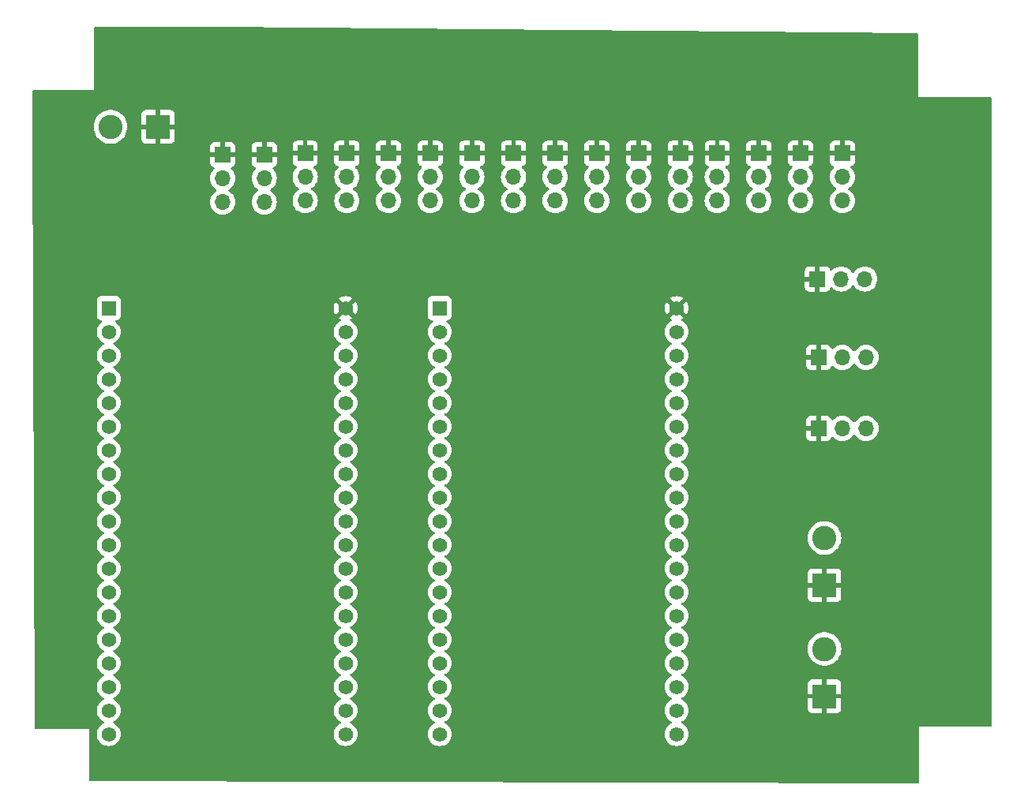
<source format=gbr>
%TF.GenerationSoftware,KiCad,Pcbnew,8.0.8*%
%TF.CreationDate,2025-01-21T20:37:45-05:00*%
%TF.ProjectId,Pit_Droid_Controller,5069745f-4472-46f6-9964-5f436f6e7472,rev?*%
%TF.SameCoordinates,Original*%
%TF.FileFunction,Copper,L4,Bot*%
%TF.FilePolarity,Positive*%
%FSLAX46Y46*%
G04 Gerber Fmt 4.6, Leading zero omitted, Abs format (unit mm)*
G04 Created by KiCad (PCBNEW 8.0.8) date 2025-01-21 20:37:45*
%MOMM*%
%LPD*%
G01*
G04 APERTURE LIST*
%TA.AperFunction,ComponentPad*%
%ADD10R,1.700000X1.700000*%
%TD*%
%TA.AperFunction,ComponentPad*%
%ADD11O,1.700000X1.700000*%
%TD*%
%TA.AperFunction,ComponentPad*%
%ADD12R,1.560000X1.560000*%
%TD*%
%TA.AperFunction,ComponentPad*%
%ADD13C,1.560000*%
%TD*%
%TA.AperFunction,ComponentPad*%
%ADD14R,2.600000X2.600000*%
%TD*%
%TA.AperFunction,ComponentPad*%
%ADD15C,2.600000*%
%TD*%
G04 APERTURE END LIST*
D10*
%TO.P,J7,1,Pin_1*%
%TO.N,GND*%
X158083005Y-67005000D03*
D11*
%TO.P,J7,2,Pin_2*%
%TO.N,SVR_PWR*%
X158083005Y-69545000D03*
%TO.P,J7,3,Pin_3*%
%TO.N,SRV_7*%
X158083005Y-72085000D03*
%TD*%
D10*
%TO.P,J17,1,Pin_1*%
%TO.N,GND*%
X160020000Y-96520000D03*
D11*
%TO.P,J17,2,Pin_2*%
%TO.N,5V*%
X162560000Y-96520000D03*
%TO.P,J17,3,Pin_3*%
%TO.N,Misc_1*%
X165100000Y-96520000D03*
%TD*%
D10*
%TO.P,J16,1,Pin_1*%
%TO.N,GND*%
X127299506Y-67005000D03*
D11*
%TO.P,J16,2,Pin_2*%
%TO.N,SVR_PWR*%
X127299506Y-69545000D03*
%TO.P,J16,3,Pin_3*%
%TO.N,SRV_16*%
X127299506Y-72085000D03*
%TD*%
D10*
%TO.P,J5,1,Pin_1*%
%TO.N,GND*%
X149144643Y-67005000D03*
D11*
%TO.P,J5,2,Pin_2*%
%TO.N,SVR_PWR*%
X149144643Y-69545000D03*
%TO.P,J5,3,Pin_3*%
%TO.N,SRV_5*%
X149144643Y-72085000D03*
%TD*%
D12*
%TO.P,U1,J2-1,3V3*%
%TO.N,unconnected-(U1-3V3-PadJ2-1)*%
X83888000Y-83611000D03*
D13*
%TO.P,U1,J2-2,EN*%
%TO.N,unconnected-(U1-EN-PadJ2-2)*%
X83888000Y-86151000D03*
%TO.P,U1,J2-3,SENSOR_VP*%
%TO.N,unconnected-(U1-SENSOR_VP-PadJ2-3)*%
X83888000Y-88691000D03*
%TO.P,U1,J2-4,SENSOR_VN*%
%TO.N,unconnected-(U1-SENSOR_VN-PadJ2-4)*%
X83888000Y-91231000D03*
%TO.P,U1,J2-5,IO34*%
%TO.N,unconnected-(U1-IO34-PadJ2-5)*%
X83888000Y-93771000D03*
%TO.P,U1,J2-6,IO35*%
%TO.N,unconnected-(U1-IO35-PadJ2-6)*%
X83888000Y-96311000D03*
%TO.P,U1,J2-7,IO32*%
%TO.N,SRV_9*%
X83888000Y-98851000D03*
%TO.P,U1,J2-8,IO33*%
%TO.N,RA_TX*%
X83888000Y-101391000D03*
%TO.P,U1,J2-9,IO25*%
%TO.N,RA_RX*%
X83888000Y-103931000D03*
%TO.P,U1,J2-10,IO26*%
%TO.N,Misc_1*%
X83888000Y-106471000D03*
%TO.P,U1,J2-11,IO27*%
%TO.N,unconnected-(U1-IO27-PadJ2-11)*%
X83888000Y-109011000D03*
%TO.P,U1,J2-12,IO14*%
%TO.N,unconnected-(U1-IO14-PadJ2-12)*%
X83888000Y-111551000D03*
%TO.P,U1,J2-13,IO12*%
%TO.N,unconnected-(U1-IO12-PadJ2-13)*%
X83888000Y-114091000D03*
%TO.P,U1,J2-14,GND1*%
%TO.N,unconnected-(U1-GND1-PadJ2-14)*%
X83888000Y-116631000D03*
%TO.P,U1,J2-15,IO13*%
%TO.N,unconnected-(U1-IO13-PadJ2-15)*%
X83888000Y-119171000D03*
%TO.P,U1,J2-16,SD2*%
%TO.N,unconnected-(U1-SD2-PadJ2-16)*%
X83888000Y-121711000D03*
%TO.P,U1,J2-17,SD3*%
%TO.N,unconnected-(U1-SD3-PadJ2-17)*%
X83888000Y-124251000D03*
%TO.P,U1,J2-18,CMD*%
%TO.N,unconnected-(U1-CMD-PadJ2-18)*%
X83888000Y-126791000D03*
%TO.P,U1,J2-19,EXT_5V*%
%TO.N,5V*%
X83888000Y-129331000D03*
%TO.P,U1,J3-1,GND3*%
%TO.N,GND*%
X109288000Y-83611000D03*
%TO.P,U1,J3-2,IO23*%
%TO.N,SRV_15*%
X109288000Y-86151000D03*
%TO.P,U1,J3-3,IO22*%
%TO.N,SRV_16*%
X109288000Y-88691000D03*
%TO.P,U1,J3-4,TXD0*%
%TO.N,unconnected-(U1-TXD0-PadJ3-4)*%
X109288000Y-91231000D03*
%TO.P,U1,J3-5,RXD0*%
%TO.N,unconnected-(U1-RXD0-PadJ3-5)*%
X109288000Y-93771000D03*
%TO.P,U1,J3-6,IO21*%
%TO.N,SRV_14*%
X109288000Y-96311000D03*
%TO.P,U1,J3-7,GND2*%
%TO.N,unconnected-(U1-GND2-PadJ3-7)*%
X109288000Y-98851000D03*
%TO.P,U1,J3-8,IO19*%
%TO.N,SRV_13*%
X109288000Y-101391000D03*
%TO.P,U1,J3-9,IO18*%
%TO.N,SRV_12*%
X109288000Y-103931000D03*
%TO.P,U1,J3-10,IO5*%
%TO.N,unconnected-(U1-IO5-PadJ3-10)*%
X109288000Y-106471000D03*
%TO.P,U1,J3-11,IO17*%
%TO.N,SRV_11*%
X109288000Y-109011000D03*
%TO.P,U1,J3-12,IO16*%
%TO.N,SRV_10*%
X109288000Y-111551000D03*
%TO.P,U1,J3-13,IO4*%
%TO.N,unconnected-(U1-IO4-PadJ3-13)*%
X109288000Y-114091000D03*
%TO.P,U1,J3-14,IO0*%
%TO.N,unconnected-(U1-IO0-PadJ3-14)*%
X109288000Y-116631000D03*
%TO.P,U1,J3-15,IO2*%
%TO.N,unconnected-(U1-IO2-PadJ3-15)*%
X109288000Y-119171000D03*
%TO.P,U1,J3-16,IO15*%
%TO.N,unconnected-(U1-IO15-PadJ3-16)*%
X109288000Y-121711000D03*
%TO.P,U1,J3-17,SD1*%
%TO.N,unconnected-(U1-SD1-PadJ3-17)*%
X109288000Y-124251000D03*
%TO.P,U1,J3-18,SD0*%
%TO.N,unconnected-(U1-SD0-PadJ3-18)*%
X109288000Y-126791000D03*
%TO.P,U1,J3-19,CLK*%
%TO.N,unconnected-(U1-CLK-PadJ3-19)*%
X109288000Y-129331000D03*
%TD*%
D10*
%TO.P,J15,1,Pin_1*%
%TO.N,GND*%
X122830325Y-67005000D03*
D11*
%TO.P,J15,2,Pin_2*%
%TO.N,SVR_PWR*%
X122830325Y-69545000D03*
%TO.P,J15,3,Pin_3*%
%TO.N,SRV_15*%
X122830325Y-72085000D03*
%TD*%
D10*
%TO.P,J2,1,Pin_1*%
%TO.N,GND*%
X136237868Y-67005000D03*
D11*
%TO.P,J2,2,Pin_2*%
%TO.N,SVR_PWR*%
X136237868Y-69545000D03*
%TO.P,J2,3,Pin_3*%
%TO.N,SRV_2*%
X136237868Y-72085000D03*
%TD*%
D14*
%TO.P,J50,1,Pin_1*%
%TO.N,GND*%
X89171000Y-64155000D03*
D15*
%TO.P,J50,2,Pin_2*%
%TO.N,SVR_PWR*%
X84091000Y-64155000D03*
%TD*%
D10*
%TO.P,J13,1,Pin_1*%
%TO.N,GND*%
X113891963Y-67005000D03*
D11*
%TO.P,J13,2,Pin_2*%
%TO.N,SVR_PWR*%
X113891963Y-69545000D03*
%TO.P,J13,3,Pin_3*%
%TO.N,SRV_13*%
X113891963Y-72085000D03*
%TD*%
D10*
%TO.P,J11,1,Pin_1*%
%TO.N,GND*%
X104953601Y-67005000D03*
D11*
%TO.P,J11,2,Pin_2*%
%TO.N,SVR_PWR*%
X104953601Y-69545000D03*
%TO.P,J11,3,Pin_3*%
%TO.N,SRV_11*%
X104953601Y-72085000D03*
%TD*%
D10*
%TO.P,J6,1,Pin_1*%
%TO.N,GND*%
X153613824Y-67005000D03*
D11*
%TO.P,J6,2,Pin_2*%
%TO.N,SVR_PWR*%
X153613824Y-69545000D03*
%TO.P,J6,3,Pin_3*%
%TO.N,SRV_6*%
X153613824Y-72085000D03*
%TD*%
D12*
%TO.P,U4,J2-1,3V3*%
%TO.N,unconnected-(U4-3V3-PadJ2-1)*%
X119380000Y-83611000D03*
D13*
%TO.P,U4,J2-2,EN*%
%TO.N,unconnected-(U4-EN-PadJ2-2)*%
X119380000Y-86151000D03*
%TO.P,U4,J2-3,SENSOR_VP*%
%TO.N,unconnected-(U4-SENSOR_VP-PadJ2-3)*%
X119380000Y-88691000D03*
%TO.P,U4,J2-4,SENSOR_VN*%
%TO.N,unconnected-(U4-SENSOR_VN-PadJ2-4)*%
X119380000Y-91231000D03*
%TO.P,U4,J2-5,IO34*%
%TO.N,unconnected-(U4-IO34-PadJ2-5)*%
X119380000Y-93771000D03*
%TO.P,U4,J2-6,IO35*%
%TO.N,unconnected-(U4-IO35-PadJ2-6)*%
X119380000Y-96311000D03*
%TO.P,U4,J2-7,IO32*%
%TO.N,SRV_1*%
X119380000Y-98851000D03*
%TO.P,U4,J2-8,IO33*%
%TO.N,LA_TX*%
X119380000Y-101391000D03*
%TO.P,U4,J2-9,IO25*%
%TO.N,LA_RX*%
X119380000Y-103931000D03*
%TO.P,U4,J2-10,IO26*%
%TO.N,unconnected-(U4-IO26-PadJ2-10)*%
X119380000Y-106471000D03*
%TO.P,U4,J2-11,IO27*%
%TO.N,unconnected-(U4-IO27-PadJ2-11)*%
X119380000Y-109011000D03*
%TO.P,U4,J2-12,IO14*%
%TO.N,unconnected-(U4-IO14-PadJ2-12)*%
X119380000Y-111551000D03*
%TO.P,U4,J2-13,IO12*%
%TO.N,unconnected-(U4-IO12-PadJ2-13)*%
X119380000Y-114091000D03*
%TO.P,U4,J2-14,GND1*%
%TO.N,unconnected-(U4-GND1-PadJ2-14)*%
X119380000Y-116631000D03*
%TO.P,U4,J2-15,IO13*%
%TO.N,unconnected-(U4-IO13-PadJ2-15)*%
X119380000Y-119171000D03*
%TO.P,U4,J2-16,SD2*%
%TO.N,unconnected-(U4-SD2-PadJ2-16)*%
X119380000Y-121711000D03*
%TO.P,U4,J2-17,SD3*%
%TO.N,unconnected-(U4-SD3-PadJ2-17)*%
X119380000Y-124251000D03*
%TO.P,U4,J2-18,CMD*%
%TO.N,unconnected-(U4-CMD-PadJ2-18)*%
X119380000Y-126791000D03*
%TO.P,U4,J2-19,EXT_5V*%
%TO.N,5V*%
X119380000Y-129331000D03*
%TO.P,U4,J3-1,GND3*%
%TO.N,GND*%
X144780000Y-83611000D03*
%TO.P,U4,J3-2,IO23*%
%TO.N,SRV_5*%
X144780000Y-86151000D03*
%TO.P,U4,J3-3,IO22*%
%TO.N,SRV_6*%
X144780000Y-88691000D03*
%TO.P,U4,J3-4,TXD0*%
%TO.N,unconnected-(U4-TXD0-PadJ3-4)*%
X144780000Y-91231000D03*
%TO.P,U4,J3-5,RXD0*%
%TO.N,unconnected-(U4-RXD0-PadJ3-5)*%
X144780000Y-93771000D03*
%TO.P,U4,J3-6,IO21*%
%TO.N,SRV_7*%
X144780000Y-96311000D03*
%TO.P,U4,J3-7,GND2*%
%TO.N,unconnected-(U4-GND2-PadJ3-7)*%
X144780000Y-98851000D03*
%TO.P,U4,J3-8,IO19*%
%TO.N,SRV_8*%
X144780000Y-101391000D03*
%TO.P,U4,J3-9,IO18*%
%TO.N,SRV_4*%
X144780000Y-103931000D03*
%TO.P,U4,J3-10,IO5*%
%TO.N,unconnected-(U4-IO5-PadJ3-10)*%
X144780000Y-106471000D03*
%TO.P,U4,J3-11,IO17*%
%TO.N,SRV_3*%
X144780000Y-109011000D03*
%TO.P,U4,J3-12,IO16*%
%TO.N,SRV_2*%
X144780000Y-111551000D03*
%TO.P,U4,J3-13,IO4*%
%TO.N,unconnected-(U4-IO4-PadJ3-13)*%
X144780000Y-114091000D03*
%TO.P,U4,J3-14,IO0*%
%TO.N,unconnected-(U4-IO0-PadJ3-14)*%
X144780000Y-116631000D03*
%TO.P,U4,J3-15,IO2*%
%TO.N,unconnected-(U4-IO2-PadJ3-15)*%
X144780000Y-119171000D03*
%TO.P,U4,J3-16,IO15*%
%TO.N,unconnected-(U4-IO15-PadJ3-16)*%
X144780000Y-121711000D03*
%TO.P,U4,J3-17,SD1*%
%TO.N,unconnected-(U4-SD1-PadJ3-17)*%
X144780000Y-124251000D03*
%TO.P,U4,J3-18,SD0*%
%TO.N,unconnected-(U4-SD0-PadJ3-18)*%
X144780000Y-126791000D03*
%TO.P,U4,J3-19,CLK*%
%TO.N,unconnected-(U4-CLK-PadJ3-19)*%
X144780000Y-129331000D03*
%TD*%
D10*
%TO.P,J32,1,Pin_1*%
%TO.N,GND*%
X159894084Y-80488027D03*
D11*
%TO.P,J32,2,Pin_2*%
%TO.N,RA_RX*%
X162434084Y-80488027D03*
%TO.P,J32,3,Pin_3*%
%TO.N,RA_TX*%
X164974084Y-80488027D03*
%TD*%
D10*
%TO.P,J3,1,Pin_1*%
%TO.N,GND*%
X140707049Y-67005000D03*
D11*
%TO.P,J3,2,Pin_2*%
%TO.N,SVR_PWR*%
X140707049Y-69545000D03*
%TO.P,J3,3,Pin_3*%
%TO.N,SRV_3*%
X140707049Y-72085000D03*
%TD*%
D10*
%TO.P,J1,1,Pin_1*%
%TO.N,GND*%
X131768687Y-67005000D03*
D11*
%TO.P,J1,2,Pin_2*%
%TO.N,SVR_PWR*%
X131768687Y-69545000D03*
%TO.P,J1,3,Pin_3*%
%TO.N,SRV_1*%
X131768687Y-72085000D03*
%TD*%
D10*
%TO.P,J4,1,Pin_1*%
%TO.N,GND*%
X145176230Y-67005000D03*
D11*
%TO.P,J4,2,Pin_2*%
%TO.N,SVR_PWR*%
X145176230Y-69545000D03*
%TO.P,J4,3,Pin_3*%
%TO.N,SRV_4*%
X145176230Y-72085000D03*
%TD*%
D14*
%TO.P,J51,1,Pin_1*%
%TO.N,GND*%
X160636000Y-125267000D03*
D15*
%TO.P,J51,2,Pin_2*%
%TO.N,5V*%
X160636000Y-120187000D03*
%TD*%
D10*
%TO.P,J9,1,Pin_1*%
%TO.N,GND*%
X96095133Y-67142489D03*
D11*
%TO.P,J9,2,Pin_2*%
%TO.N,SVR_PWR*%
X96095133Y-69682489D03*
%TO.P,J9,3,Pin_3*%
%TO.N,SRV_9*%
X96095133Y-72222489D03*
%TD*%
D14*
%TO.P,J28,1,Pin_1*%
%TO.N,GND*%
X160636000Y-113353000D03*
D15*
%TO.P,J28,2,Pin_2*%
%TO.N,5V*%
X160636000Y-108273000D03*
%TD*%
D10*
%TO.P,J12,1,Pin_1*%
%TO.N,GND*%
X109422782Y-67005000D03*
D11*
%TO.P,J12,2,Pin_2*%
%TO.N,SVR_PWR*%
X109422782Y-69545000D03*
%TO.P,J12,3,Pin_3*%
%TO.N,SRV_12*%
X109422782Y-72085000D03*
%TD*%
D10*
%TO.P,J14,1,Pin_1*%
%TO.N,GND*%
X118361144Y-67005000D03*
D11*
%TO.P,J14,2,Pin_2*%
%TO.N,SVR_PWR*%
X118361144Y-69545000D03*
%TO.P,J14,3,Pin_3*%
%TO.N,SRV_14*%
X118361144Y-72085000D03*
%TD*%
D10*
%TO.P,J31,1,Pin_1*%
%TO.N,GND*%
X160020000Y-88900000D03*
D11*
%TO.P,J31,2,Pin_2*%
%TO.N,LA_RX*%
X162560000Y-88900000D03*
%TO.P,J31,3,Pin_3*%
%TO.N,LA_TX*%
X165100000Y-88900000D03*
%TD*%
D10*
%TO.P,J10,1,Pin_1*%
%TO.N,GND*%
X100564315Y-67142489D03*
D11*
%TO.P,J10,2,Pin_2*%
%TO.N,SVR_PWR*%
X100564315Y-69682489D03*
%TO.P,J10,3,Pin_3*%
%TO.N,SRV_10*%
X100564315Y-72222489D03*
%TD*%
D10*
%TO.P,J8,1,Pin_1*%
%TO.N,GND*%
X162552186Y-67005000D03*
D11*
%TO.P,J8,2,Pin_2*%
%TO.N,SVR_PWR*%
X162552186Y-69545000D03*
%TO.P,J8,3,Pin_3*%
%TO.N,SRV_8*%
X162552186Y-72085000D03*
%TD*%
%TA.AperFunction,Conductor*%
%TO.N,GND*%
G36*
X95810940Y-53456508D02*
G01*
X170565069Y-54100940D01*
X170631936Y-54121201D01*
X170677234Y-54174398D01*
X170688000Y-54224935D01*
X170688000Y-60960000D01*
X178438000Y-60960000D01*
X178505039Y-60979685D01*
X178550794Y-61032489D01*
X178562000Y-61084000D01*
X178562000Y-128400676D01*
X178542315Y-128467715D01*
X178489511Y-128513470D01*
X178438678Y-128524674D01*
X170772413Y-128566604D01*
X170772413Y-134538190D01*
X170752728Y-134605229D01*
X170699924Y-134650984D01*
X170648000Y-134662189D01*
X81911587Y-134366411D01*
X81844613Y-134346503D01*
X81799035Y-134293547D01*
X81788000Y-134242412D01*
X81788000Y-128778000D01*
X76069541Y-128778000D01*
X76002502Y-128758315D01*
X75956747Y-128705511D01*
X75945542Y-128654459D01*
X75945061Y-128524674D01*
X75788122Y-86150998D01*
X82602609Y-86150998D01*
X82602609Y-86151001D01*
X82622136Y-86374200D01*
X82622137Y-86374208D01*
X82680126Y-86590625D01*
X82680127Y-86590627D01*
X82680128Y-86590630D01*
X82774819Y-86793696D01*
X82774821Y-86793700D01*
X82903329Y-86977228D01*
X82903334Y-86977234D01*
X83061765Y-87135665D01*
X83061771Y-87135670D01*
X83245299Y-87264178D01*
X83245301Y-87264179D01*
X83245304Y-87264181D01*
X83340600Y-87308618D01*
X83393039Y-87354790D01*
X83412191Y-87421984D01*
X83391975Y-87488865D01*
X83340600Y-87533382D01*
X83245306Y-87577818D01*
X83245304Y-87577819D01*
X83061764Y-87706334D01*
X82903334Y-87864764D01*
X82774819Y-88048304D01*
X82774818Y-88048306D01*
X82680129Y-88251368D01*
X82680126Y-88251374D01*
X82622137Y-88467791D01*
X82622136Y-88467799D01*
X82602609Y-88690998D01*
X82602609Y-88691001D01*
X82622136Y-88914200D01*
X82622137Y-88914208D01*
X82680126Y-89130625D01*
X82680127Y-89130627D01*
X82680128Y-89130630D01*
X82774819Y-89333696D01*
X82774821Y-89333700D01*
X82903329Y-89517228D01*
X82903334Y-89517234D01*
X83061765Y-89675665D01*
X83061771Y-89675670D01*
X83245299Y-89804178D01*
X83245301Y-89804179D01*
X83245304Y-89804181D01*
X83340600Y-89848618D01*
X83393039Y-89894790D01*
X83412191Y-89961984D01*
X83391975Y-90028865D01*
X83340600Y-90073382D01*
X83245306Y-90117818D01*
X83245304Y-90117819D01*
X83061764Y-90246334D01*
X82903334Y-90404764D01*
X82774819Y-90588304D01*
X82774818Y-90588306D01*
X82680129Y-90791368D01*
X82680126Y-90791374D01*
X82622137Y-91007791D01*
X82622136Y-91007799D01*
X82602609Y-91230998D01*
X82602609Y-91231001D01*
X82622136Y-91454200D01*
X82622137Y-91454208D01*
X82680126Y-91670625D01*
X82680127Y-91670627D01*
X82680128Y-91670630D01*
X82774819Y-91873696D01*
X82774821Y-91873700D01*
X82903329Y-92057228D01*
X82903334Y-92057234D01*
X83061765Y-92215665D01*
X83061771Y-92215670D01*
X83245299Y-92344178D01*
X83245301Y-92344179D01*
X83245304Y-92344181D01*
X83340600Y-92388618D01*
X83393039Y-92434790D01*
X83412191Y-92501984D01*
X83391975Y-92568865D01*
X83340600Y-92613382D01*
X83245306Y-92657818D01*
X83245304Y-92657819D01*
X83061764Y-92786334D01*
X82903334Y-92944764D01*
X82774819Y-93128304D01*
X82774818Y-93128306D01*
X82680129Y-93331368D01*
X82680126Y-93331374D01*
X82622137Y-93547791D01*
X82622136Y-93547799D01*
X82602609Y-93770998D01*
X82602609Y-93771001D01*
X82622136Y-93994200D01*
X82622137Y-93994208D01*
X82680126Y-94210625D01*
X82680127Y-94210627D01*
X82680128Y-94210630D01*
X82774819Y-94413696D01*
X82774821Y-94413700D01*
X82903329Y-94597228D01*
X82903334Y-94597234D01*
X83061765Y-94755665D01*
X83061771Y-94755670D01*
X83245299Y-94884178D01*
X83245301Y-94884179D01*
X83245304Y-94884181D01*
X83340600Y-94928618D01*
X83393039Y-94974790D01*
X83412191Y-95041984D01*
X83391975Y-95108865D01*
X83340600Y-95153382D01*
X83245306Y-95197818D01*
X83245304Y-95197819D01*
X83061764Y-95326334D01*
X82903334Y-95484764D01*
X82774819Y-95668304D01*
X82774818Y-95668306D01*
X82680129Y-95871368D01*
X82680126Y-95871374D01*
X82622137Y-96087791D01*
X82622136Y-96087799D01*
X82602609Y-96310998D01*
X82602609Y-96311001D01*
X82622136Y-96534200D01*
X82622137Y-96534208D01*
X82680126Y-96750625D01*
X82680127Y-96750627D01*
X82680128Y-96750630D01*
X82774819Y-96953696D01*
X82774821Y-96953700D01*
X82903329Y-97137228D01*
X82903334Y-97137234D01*
X83061765Y-97295665D01*
X83061771Y-97295670D01*
X83245299Y-97424178D01*
X83245301Y-97424179D01*
X83245304Y-97424181D01*
X83340600Y-97468618D01*
X83393039Y-97514790D01*
X83412191Y-97581984D01*
X83391975Y-97648865D01*
X83340600Y-97693382D01*
X83245306Y-97737818D01*
X83245304Y-97737819D01*
X83061764Y-97866334D01*
X82903334Y-98024764D01*
X82774819Y-98208304D01*
X82774818Y-98208306D01*
X82680129Y-98411368D01*
X82680126Y-98411374D01*
X82622137Y-98627791D01*
X82622136Y-98627799D01*
X82602609Y-98850998D01*
X82602609Y-98851001D01*
X82622136Y-99074200D01*
X82622137Y-99074208D01*
X82680126Y-99290625D01*
X82680127Y-99290627D01*
X82680128Y-99290630D01*
X82774819Y-99493696D01*
X82774821Y-99493700D01*
X82903329Y-99677228D01*
X82903334Y-99677234D01*
X83061765Y-99835665D01*
X83061771Y-99835670D01*
X83245299Y-99964178D01*
X83245301Y-99964179D01*
X83245304Y-99964181D01*
X83340600Y-100008618D01*
X83393039Y-100054790D01*
X83412191Y-100121984D01*
X83391975Y-100188865D01*
X83340600Y-100233382D01*
X83245306Y-100277818D01*
X83245304Y-100277819D01*
X83061764Y-100406334D01*
X82903334Y-100564764D01*
X82774819Y-100748304D01*
X82774818Y-100748306D01*
X82680129Y-100951368D01*
X82680126Y-100951374D01*
X82622137Y-101167791D01*
X82622136Y-101167799D01*
X82602609Y-101390998D01*
X82602609Y-101391001D01*
X82622136Y-101614200D01*
X82622137Y-101614208D01*
X82680126Y-101830625D01*
X82680127Y-101830627D01*
X82680128Y-101830630D01*
X82774819Y-102033696D01*
X82774821Y-102033700D01*
X82903329Y-102217228D01*
X82903334Y-102217234D01*
X83061765Y-102375665D01*
X83061771Y-102375670D01*
X83245299Y-102504178D01*
X83245301Y-102504179D01*
X83245304Y-102504181D01*
X83340600Y-102548618D01*
X83393039Y-102594790D01*
X83412191Y-102661984D01*
X83391975Y-102728865D01*
X83340600Y-102773382D01*
X83245306Y-102817818D01*
X83245304Y-102817819D01*
X83061764Y-102946334D01*
X82903334Y-103104764D01*
X82774819Y-103288304D01*
X82774818Y-103288306D01*
X82680129Y-103491368D01*
X82680126Y-103491374D01*
X82622137Y-103707791D01*
X82622136Y-103707799D01*
X82602609Y-103930998D01*
X82602609Y-103931001D01*
X82622136Y-104154200D01*
X82622137Y-104154208D01*
X82680126Y-104370625D01*
X82680127Y-104370627D01*
X82680128Y-104370630D01*
X82774819Y-104573696D01*
X82774821Y-104573700D01*
X82903329Y-104757228D01*
X82903334Y-104757234D01*
X83061765Y-104915665D01*
X83061771Y-104915670D01*
X83245299Y-105044178D01*
X83245301Y-105044179D01*
X83245304Y-105044181D01*
X83340600Y-105088618D01*
X83393039Y-105134790D01*
X83412191Y-105201984D01*
X83391975Y-105268865D01*
X83340600Y-105313382D01*
X83245306Y-105357818D01*
X83245304Y-105357819D01*
X83061764Y-105486334D01*
X82903334Y-105644764D01*
X82774819Y-105828304D01*
X82774818Y-105828306D01*
X82680129Y-106031368D01*
X82680126Y-106031374D01*
X82622137Y-106247791D01*
X82622136Y-106247799D01*
X82602609Y-106470998D01*
X82602609Y-106471001D01*
X82622136Y-106694200D01*
X82622137Y-106694208D01*
X82680126Y-106910625D01*
X82680127Y-106910627D01*
X82680128Y-106910630D01*
X82742744Y-107044910D01*
X82774819Y-107113696D01*
X82774821Y-107113700D01*
X82903329Y-107297228D01*
X82903334Y-107297234D01*
X83061765Y-107455665D01*
X83061771Y-107455670D01*
X83245299Y-107584178D01*
X83245301Y-107584179D01*
X83245304Y-107584181D01*
X83340600Y-107628618D01*
X83393039Y-107674790D01*
X83412191Y-107741984D01*
X83391975Y-107808865D01*
X83340600Y-107853382D01*
X83245306Y-107897818D01*
X83245304Y-107897819D01*
X83061764Y-108026334D01*
X82903334Y-108184764D01*
X82774819Y-108368304D01*
X82774818Y-108368306D01*
X82680129Y-108571368D01*
X82680126Y-108571374D01*
X82622137Y-108787791D01*
X82622136Y-108787799D01*
X82602609Y-109010998D01*
X82602609Y-109011001D01*
X82622136Y-109234200D01*
X82622137Y-109234208D01*
X82680126Y-109450625D01*
X82680127Y-109450627D01*
X82680128Y-109450630D01*
X82774819Y-109653696D01*
X82774821Y-109653700D01*
X82903329Y-109837228D01*
X82903334Y-109837234D01*
X83061765Y-109995665D01*
X83061771Y-109995670D01*
X83245299Y-110124178D01*
X83245301Y-110124179D01*
X83245304Y-110124181D01*
X83340600Y-110168618D01*
X83393039Y-110214790D01*
X83412191Y-110281984D01*
X83391975Y-110348865D01*
X83340600Y-110393382D01*
X83245306Y-110437818D01*
X83245304Y-110437819D01*
X83061764Y-110566334D01*
X82903334Y-110724764D01*
X82774819Y-110908304D01*
X82774818Y-110908306D01*
X82680129Y-111111368D01*
X82680126Y-111111374D01*
X82622137Y-111327791D01*
X82622136Y-111327799D01*
X82602609Y-111550998D01*
X82602609Y-111551001D01*
X82622136Y-111774200D01*
X82622137Y-111774208D01*
X82680126Y-111990625D01*
X82680127Y-111990627D01*
X82680128Y-111990630D01*
X82774819Y-112193696D01*
X82774821Y-112193700D01*
X82903329Y-112377228D01*
X82903334Y-112377234D01*
X83061765Y-112535665D01*
X83061771Y-112535670D01*
X83245299Y-112664178D01*
X83245301Y-112664179D01*
X83245304Y-112664181D01*
X83328552Y-112703000D01*
X83340600Y-112708618D01*
X83393039Y-112754790D01*
X83412191Y-112821984D01*
X83391975Y-112888865D01*
X83340600Y-112933382D01*
X83245306Y-112977818D01*
X83245304Y-112977819D01*
X83061764Y-113106334D01*
X82903334Y-113264764D01*
X82774819Y-113448304D01*
X82774818Y-113448306D01*
X82680129Y-113651368D01*
X82680126Y-113651374D01*
X82622137Y-113867791D01*
X82622136Y-113867799D01*
X82602609Y-114090998D01*
X82602609Y-114091001D01*
X82622136Y-114314200D01*
X82622137Y-114314208D01*
X82680126Y-114530625D01*
X82680127Y-114530627D01*
X82680128Y-114530630D01*
X82759492Y-114700827D01*
X82774819Y-114733696D01*
X82774821Y-114733700D01*
X82903329Y-114917228D01*
X82903334Y-114917234D01*
X83061765Y-115075665D01*
X83061771Y-115075670D01*
X83245299Y-115204178D01*
X83245301Y-115204179D01*
X83245304Y-115204181D01*
X83340600Y-115248618D01*
X83393039Y-115294790D01*
X83412191Y-115361984D01*
X83391975Y-115428865D01*
X83340600Y-115473382D01*
X83245306Y-115517818D01*
X83245304Y-115517819D01*
X83061764Y-115646334D01*
X82903334Y-115804764D01*
X82774819Y-115988304D01*
X82774818Y-115988306D01*
X82680129Y-116191368D01*
X82680126Y-116191374D01*
X82622137Y-116407791D01*
X82622136Y-116407799D01*
X82602609Y-116630998D01*
X82602609Y-116631001D01*
X82622136Y-116854200D01*
X82622137Y-116854208D01*
X82680126Y-117070625D01*
X82680127Y-117070627D01*
X82680128Y-117070630D01*
X82774819Y-117273696D01*
X82774821Y-117273700D01*
X82903329Y-117457228D01*
X82903334Y-117457234D01*
X83061765Y-117615665D01*
X83061771Y-117615670D01*
X83245299Y-117744178D01*
X83245301Y-117744179D01*
X83245304Y-117744181D01*
X83340600Y-117788618D01*
X83393039Y-117834790D01*
X83412191Y-117901984D01*
X83391975Y-117968865D01*
X83340600Y-118013382D01*
X83245306Y-118057818D01*
X83245304Y-118057819D01*
X83061764Y-118186334D01*
X82903334Y-118344764D01*
X82774819Y-118528304D01*
X82774818Y-118528306D01*
X82680129Y-118731368D01*
X82680126Y-118731374D01*
X82622137Y-118947791D01*
X82622136Y-118947799D01*
X82602609Y-119170998D01*
X82602609Y-119171001D01*
X82622136Y-119394200D01*
X82622137Y-119394208D01*
X82680126Y-119610625D01*
X82680127Y-119610627D01*
X82680128Y-119610630D01*
X82700730Y-119654811D01*
X82774819Y-119813696D01*
X82774821Y-119813700D01*
X82903329Y-119997228D01*
X82903334Y-119997234D01*
X83061765Y-120155665D01*
X83061771Y-120155670D01*
X83245299Y-120284178D01*
X83245301Y-120284179D01*
X83245304Y-120284181D01*
X83340600Y-120328618D01*
X83393039Y-120374790D01*
X83412191Y-120441984D01*
X83391975Y-120508865D01*
X83340600Y-120553382D01*
X83245306Y-120597818D01*
X83245304Y-120597819D01*
X83061764Y-120726334D01*
X82903334Y-120884764D01*
X82774819Y-121068304D01*
X82774818Y-121068306D01*
X82680129Y-121271368D01*
X82680126Y-121271374D01*
X82622137Y-121487791D01*
X82622136Y-121487799D01*
X82602609Y-121710998D01*
X82602609Y-121711001D01*
X82622136Y-121934200D01*
X82622137Y-121934208D01*
X82680126Y-122150625D01*
X82680127Y-122150627D01*
X82680128Y-122150630D01*
X82774819Y-122353696D01*
X82774821Y-122353700D01*
X82903329Y-122537228D01*
X82903334Y-122537234D01*
X83061765Y-122695665D01*
X83061771Y-122695670D01*
X83245299Y-122824178D01*
X83245301Y-122824179D01*
X83245304Y-122824181D01*
X83340600Y-122868618D01*
X83393039Y-122914790D01*
X83412191Y-122981984D01*
X83391975Y-123048865D01*
X83340600Y-123093382D01*
X83245306Y-123137818D01*
X83245304Y-123137819D01*
X83061764Y-123266334D01*
X82903334Y-123424764D01*
X82774819Y-123608304D01*
X82774818Y-123608306D01*
X82680129Y-123811368D01*
X82680126Y-123811374D01*
X82622137Y-124027791D01*
X82622136Y-124027799D01*
X82602609Y-124250998D01*
X82602609Y-124251001D01*
X82622136Y-124474200D01*
X82622137Y-124474208D01*
X82680126Y-124690625D01*
X82680127Y-124690627D01*
X82680128Y-124690630D01*
X82713461Y-124762112D01*
X82774819Y-124893696D01*
X82774821Y-124893700D01*
X82903329Y-125077228D01*
X82903334Y-125077234D01*
X83061765Y-125235665D01*
X83061771Y-125235670D01*
X83245299Y-125364178D01*
X83245301Y-125364179D01*
X83245304Y-125364181D01*
X83340600Y-125408618D01*
X83393039Y-125454790D01*
X83412191Y-125521984D01*
X83391975Y-125588865D01*
X83340600Y-125633382D01*
X83245306Y-125677818D01*
X83245304Y-125677819D01*
X83061764Y-125806334D01*
X82903334Y-125964764D01*
X82774819Y-126148304D01*
X82774818Y-126148306D01*
X82680129Y-126351368D01*
X82680126Y-126351374D01*
X82622137Y-126567791D01*
X82622136Y-126567799D01*
X82602609Y-126790998D01*
X82602609Y-126791001D01*
X82622136Y-127014200D01*
X82622137Y-127014208D01*
X82680126Y-127230625D01*
X82680127Y-127230627D01*
X82680128Y-127230630D01*
X82774819Y-127433696D01*
X82774821Y-127433700D01*
X82903329Y-127617228D01*
X82903334Y-127617234D01*
X83061765Y-127775665D01*
X83061771Y-127775670D01*
X83245299Y-127904178D01*
X83245301Y-127904179D01*
X83245304Y-127904181D01*
X83340600Y-127948618D01*
X83393039Y-127994790D01*
X83412191Y-128061984D01*
X83391975Y-128128865D01*
X83340600Y-128173382D01*
X83245306Y-128217818D01*
X83245304Y-128217819D01*
X83061764Y-128346334D01*
X82903334Y-128504764D01*
X82774819Y-128688304D01*
X82774818Y-128688306D01*
X82680129Y-128891368D01*
X82680126Y-128891374D01*
X82622137Y-129107791D01*
X82622136Y-129107799D01*
X82602609Y-129330998D01*
X82602609Y-129331001D01*
X82622136Y-129554200D01*
X82622137Y-129554208D01*
X82680126Y-129770625D01*
X82680127Y-129770627D01*
X82680128Y-129770630D01*
X82774819Y-129973696D01*
X82774821Y-129973700D01*
X82903329Y-130157228D01*
X82903334Y-130157234D01*
X83061765Y-130315665D01*
X83061771Y-130315670D01*
X83245299Y-130444178D01*
X83245301Y-130444179D01*
X83245304Y-130444181D01*
X83448370Y-130538872D01*
X83664794Y-130596863D01*
X83824226Y-130610811D01*
X83887998Y-130616391D01*
X83888000Y-130616391D01*
X83888002Y-130616391D01*
X83943801Y-130611509D01*
X84111206Y-130596863D01*
X84327630Y-130538872D01*
X84530696Y-130444181D01*
X84714233Y-130315667D01*
X84872667Y-130157233D01*
X85001181Y-129973696D01*
X85095872Y-129770630D01*
X85153863Y-129554206D01*
X85173391Y-129331000D01*
X85153863Y-129107794D01*
X85095872Y-128891370D01*
X85001181Y-128688305D01*
X84872667Y-128504767D01*
X84714233Y-128346333D01*
X84714229Y-128346330D01*
X84714228Y-128346329D01*
X84530700Y-128217821D01*
X84530692Y-128217817D01*
X84435400Y-128173382D01*
X84382960Y-128127210D01*
X84363808Y-128060017D01*
X84384023Y-127993135D01*
X84435400Y-127948618D01*
X84530696Y-127904181D01*
X84714233Y-127775667D01*
X84872667Y-127617233D01*
X85001181Y-127433696D01*
X85095872Y-127230630D01*
X85153863Y-127014206D01*
X85173391Y-126791000D01*
X85153863Y-126567794D01*
X85095872Y-126351370D01*
X85001181Y-126148305D01*
X84872667Y-125964767D01*
X84714233Y-125806333D01*
X84714229Y-125806330D01*
X84714228Y-125806329D01*
X84530700Y-125677821D01*
X84530692Y-125677817D01*
X84435400Y-125633382D01*
X84382960Y-125587210D01*
X84363808Y-125520017D01*
X84384023Y-125453135D01*
X84435400Y-125408618D01*
X84530696Y-125364181D01*
X84714233Y-125235667D01*
X84872667Y-125077233D01*
X85001181Y-124893696D01*
X85095872Y-124690630D01*
X85153863Y-124474206D01*
X85173391Y-124251000D01*
X85153863Y-124027794D01*
X85095872Y-123811370D01*
X85001181Y-123608305D01*
X84872667Y-123424767D01*
X84714233Y-123266333D01*
X84714229Y-123266330D01*
X84714228Y-123266329D01*
X84530700Y-123137821D01*
X84530692Y-123137817D01*
X84435400Y-123093382D01*
X84382960Y-123047210D01*
X84363808Y-122980017D01*
X84384023Y-122913135D01*
X84435400Y-122868618D01*
X84530696Y-122824181D01*
X84714233Y-122695667D01*
X84872667Y-122537233D01*
X85001181Y-122353696D01*
X85095872Y-122150630D01*
X85153863Y-121934206D01*
X85173391Y-121711000D01*
X85153863Y-121487794D01*
X85095872Y-121271370D01*
X85001181Y-121068305D01*
X84872667Y-120884767D01*
X84714233Y-120726333D01*
X84714229Y-120726330D01*
X84714228Y-120726329D01*
X84530700Y-120597821D01*
X84530692Y-120597817D01*
X84435400Y-120553382D01*
X84382960Y-120507210D01*
X84363808Y-120440017D01*
X84384023Y-120373135D01*
X84435400Y-120328618D01*
X84530696Y-120284181D01*
X84714233Y-120155667D01*
X84872667Y-119997233D01*
X85001181Y-119813696D01*
X85095872Y-119610630D01*
X85153863Y-119394206D01*
X85173391Y-119171000D01*
X85153863Y-118947794D01*
X85095872Y-118731370D01*
X85001181Y-118528305D01*
X84872667Y-118344767D01*
X84714233Y-118186333D01*
X84714229Y-118186330D01*
X84714228Y-118186329D01*
X84530700Y-118057821D01*
X84530692Y-118057817D01*
X84435400Y-118013382D01*
X84382960Y-117967210D01*
X84363808Y-117900017D01*
X84384023Y-117833135D01*
X84435400Y-117788618D01*
X84530696Y-117744181D01*
X84714233Y-117615667D01*
X84872667Y-117457233D01*
X85001181Y-117273696D01*
X85095872Y-117070630D01*
X85153863Y-116854206D01*
X85173391Y-116631000D01*
X85153863Y-116407794D01*
X85095872Y-116191370D01*
X85001181Y-115988305D01*
X84872667Y-115804767D01*
X84714233Y-115646333D01*
X84714229Y-115646330D01*
X84714228Y-115646329D01*
X84530700Y-115517821D01*
X84530692Y-115517817D01*
X84435400Y-115473382D01*
X84382960Y-115427210D01*
X84363808Y-115360017D01*
X84384023Y-115293135D01*
X84435400Y-115248618D01*
X84530696Y-115204181D01*
X84714233Y-115075667D01*
X84872667Y-114917233D01*
X85001181Y-114733696D01*
X85095872Y-114530630D01*
X85153863Y-114314206D01*
X85173391Y-114091000D01*
X85153863Y-113867794D01*
X85095872Y-113651370D01*
X85001181Y-113448305D01*
X84872667Y-113264767D01*
X84714233Y-113106333D01*
X84714229Y-113106330D01*
X84714228Y-113106329D01*
X84530700Y-112977821D01*
X84530692Y-112977817D01*
X84435400Y-112933382D01*
X84382960Y-112887210D01*
X84363808Y-112820017D01*
X84384023Y-112753135D01*
X84435400Y-112708618D01*
X84447448Y-112703000D01*
X84530696Y-112664181D01*
X84714233Y-112535667D01*
X84872667Y-112377233D01*
X85001181Y-112193696D01*
X85095872Y-111990630D01*
X85153863Y-111774206D01*
X85173391Y-111551000D01*
X85153863Y-111327794D01*
X85095872Y-111111370D01*
X85001181Y-110908305D01*
X84872667Y-110724767D01*
X84714233Y-110566333D01*
X84714229Y-110566330D01*
X84714228Y-110566329D01*
X84530700Y-110437821D01*
X84530692Y-110437817D01*
X84435400Y-110393382D01*
X84382960Y-110347210D01*
X84363808Y-110280017D01*
X84384023Y-110213135D01*
X84435400Y-110168618D01*
X84530696Y-110124181D01*
X84714233Y-109995667D01*
X84872667Y-109837233D01*
X85001181Y-109653696D01*
X85095872Y-109450630D01*
X85153863Y-109234206D01*
X85173391Y-109011000D01*
X85153863Y-108787794D01*
X85095872Y-108571370D01*
X85001181Y-108368305D01*
X84872667Y-108184767D01*
X84714233Y-108026333D01*
X84714229Y-108026330D01*
X84714228Y-108026329D01*
X84530700Y-107897821D01*
X84530692Y-107897817D01*
X84435400Y-107853382D01*
X84382960Y-107807210D01*
X84363808Y-107740017D01*
X84384023Y-107673135D01*
X84435400Y-107628618D01*
X84530696Y-107584181D01*
X84714233Y-107455667D01*
X84872667Y-107297233D01*
X85001181Y-107113696D01*
X85095872Y-106910630D01*
X85153863Y-106694206D01*
X85173391Y-106471000D01*
X85153863Y-106247794D01*
X85095872Y-106031370D01*
X85001181Y-105828305D01*
X84872667Y-105644767D01*
X84714233Y-105486333D01*
X84714229Y-105486330D01*
X84714228Y-105486329D01*
X84530700Y-105357821D01*
X84530692Y-105357817D01*
X84435400Y-105313382D01*
X84382960Y-105267210D01*
X84363808Y-105200017D01*
X84384023Y-105133135D01*
X84435400Y-105088618D01*
X84530696Y-105044181D01*
X84714233Y-104915667D01*
X84872667Y-104757233D01*
X85001181Y-104573696D01*
X85095872Y-104370630D01*
X85153863Y-104154206D01*
X85173391Y-103931000D01*
X85153863Y-103707794D01*
X85095872Y-103491370D01*
X85001181Y-103288305D01*
X84872667Y-103104767D01*
X84714233Y-102946333D01*
X84714229Y-102946330D01*
X84714228Y-102946329D01*
X84530700Y-102817821D01*
X84530692Y-102817817D01*
X84435400Y-102773382D01*
X84382960Y-102727210D01*
X84363808Y-102660017D01*
X84384023Y-102593135D01*
X84435400Y-102548618D01*
X84530696Y-102504181D01*
X84714233Y-102375667D01*
X84872667Y-102217233D01*
X85001181Y-102033696D01*
X85095872Y-101830630D01*
X85153863Y-101614206D01*
X85173391Y-101391000D01*
X85153863Y-101167794D01*
X85095872Y-100951370D01*
X85001181Y-100748305D01*
X84872667Y-100564767D01*
X84714233Y-100406333D01*
X84714229Y-100406330D01*
X84714228Y-100406329D01*
X84530700Y-100277821D01*
X84530692Y-100277817D01*
X84435400Y-100233382D01*
X84382960Y-100187210D01*
X84363808Y-100120017D01*
X84384023Y-100053135D01*
X84435400Y-100008618D01*
X84530696Y-99964181D01*
X84714233Y-99835667D01*
X84872667Y-99677233D01*
X85001181Y-99493696D01*
X85095872Y-99290630D01*
X85153863Y-99074206D01*
X85173391Y-98851000D01*
X85153863Y-98627794D01*
X85095872Y-98411370D01*
X85001181Y-98208305D01*
X84872667Y-98024767D01*
X84714233Y-97866333D01*
X84714229Y-97866330D01*
X84714228Y-97866329D01*
X84530700Y-97737821D01*
X84530692Y-97737817D01*
X84484988Y-97716505D01*
X84435399Y-97693381D01*
X84382960Y-97647210D01*
X84363808Y-97580017D01*
X84384023Y-97513135D01*
X84435400Y-97468618D01*
X84530696Y-97424181D01*
X84714233Y-97295667D01*
X84872667Y-97137233D01*
X85001181Y-96953696D01*
X85095872Y-96750630D01*
X85153863Y-96534206D01*
X85173391Y-96311000D01*
X85153863Y-96087794D01*
X85095872Y-95871370D01*
X85001181Y-95668305D01*
X84872667Y-95484767D01*
X84714233Y-95326333D01*
X84714229Y-95326330D01*
X84714228Y-95326329D01*
X84530700Y-95197821D01*
X84530692Y-95197817D01*
X84435400Y-95153382D01*
X84382960Y-95107210D01*
X84363808Y-95040017D01*
X84384023Y-94973135D01*
X84435400Y-94928618D01*
X84530696Y-94884181D01*
X84714233Y-94755667D01*
X84872667Y-94597233D01*
X85001181Y-94413696D01*
X85095872Y-94210630D01*
X85153863Y-93994206D01*
X85173391Y-93771000D01*
X85153863Y-93547794D01*
X85095872Y-93331370D01*
X85001181Y-93128305D01*
X84872667Y-92944767D01*
X84714233Y-92786333D01*
X84714229Y-92786330D01*
X84714228Y-92786329D01*
X84530700Y-92657821D01*
X84530692Y-92657817D01*
X84435400Y-92613382D01*
X84382960Y-92567210D01*
X84363808Y-92500017D01*
X84384023Y-92433135D01*
X84435400Y-92388618D01*
X84530696Y-92344181D01*
X84714233Y-92215667D01*
X84872667Y-92057233D01*
X85001181Y-91873696D01*
X85095872Y-91670630D01*
X85153863Y-91454206D01*
X85173391Y-91231000D01*
X85153863Y-91007794D01*
X85095872Y-90791370D01*
X85001181Y-90588305D01*
X84872667Y-90404767D01*
X84714233Y-90246333D01*
X84714229Y-90246330D01*
X84714228Y-90246329D01*
X84530700Y-90117821D01*
X84530692Y-90117817D01*
X84484988Y-90096505D01*
X84435399Y-90073381D01*
X84382960Y-90027210D01*
X84363808Y-89960017D01*
X84384023Y-89893135D01*
X84435400Y-89848618D01*
X84530696Y-89804181D01*
X84714233Y-89675667D01*
X84872667Y-89517233D01*
X85001181Y-89333696D01*
X85095872Y-89130630D01*
X85153863Y-88914206D01*
X85173391Y-88691000D01*
X85153863Y-88467794D01*
X85095872Y-88251370D01*
X85001181Y-88048305D01*
X84872667Y-87864767D01*
X84714233Y-87706333D01*
X84714229Y-87706330D01*
X84714228Y-87706329D01*
X84530700Y-87577821D01*
X84530692Y-87577817D01*
X84435400Y-87533382D01*
X84382960Y-87487210D01*
X84363808Y-87420017D01*
X84384023Y-87353135D01*
X84435400Y-87308618D01*
X84530696Y-87264181D01*
X84714233Y-87135667D01*
X84872667Y-86977233D01*
X85001181Y-86793696D01*
X85095872Y-86590630D01*
X85153863Y-86374206D01*
X85173391Y-86151000D01*
X85173391Y-86150998D01*
X108002609Y-86150998D01*
X108002609Y-86151001D01*
X108022136Y-86374200D01*
X108022137Y-86374208D01*
X108080126Y-86590625D01*
X108080127Y-86590627D01*
X108080128Y-86590630D01*
X108174819Y-86793696D01*
X108174821Y-86793700D01*
X108303329Y-86977228D01*
X108303334Y-86977234D01*
X108461765Y-87135665D01*
X108461771Y-87135670D01*
X108645299Y-87264178D01*
X108645301Y-87264179D01*
X108645304Y-87264181D01*
X108740600Y-87308618D01*
X108793039Y-87354790D01*
X108812191Y-87421984D01*
X108791975Y-87488865D01*
X108740600Y-87533382D01*
X108645306Y-87577818D01*
X108645304Y-87577819D01*
X108461764Y-87706334D01*
X108303334Y-87864764D01*
X108174819Y-88048304D01*
X108174818Y-88048306D01*
X108080129Y-88251368D01*
X108080126Y-88251374D01*
X108022137Y-88467791D01*
X108022136Y-88467799D01*
X108002609Y-88690998D01*
X108002609Y-88691001D01*
X108022136Y-88914200D01*
X108022137Y-88914208D01*
X108080126Y-89130625D01*
X108080127Y-89130627D01*
X108080128Y-89130630D01*
X108174819Y-89333696D01*
X108174821Y-89333700D01*
X108303329Y-89517228D01*
X108303334Y-89517234D01*
X108461765Y-89675665D01*
X108461771Y-89675670D01*
X108645299Y-89804178D01*
X108645301Y-89804179D01*
X108645304Y-89804181D01*
X108740600Y-89848618D01*
X108793039Y-89894790D01*
X108812191Y-89961984D01*
X108791975Y-90028865D01*
X108740600Y-90073382D01*
X108645306Y-90117818D01*
X108645304Y-90117819D01*
X108461764Y-90246334D01*
X108303334Y-90404764D01*
X108174819Y-90588304D01*
X108174818Y-90588306D01*
X108080129Y-90791368D01*
X108080126Y-90791374D01*
X108022137Y-91007791D01*
X108022136Y-91007799D01*
X108002609Y-91230998D01*
X108002609Y-91231001D01*
X108022136Y-91454200D01*
X108022137Y-91454208D01*
X108080126Y-91670625D01*
X108080127Y-91670627D01*
X108080128Y-91670630D01*
X108174819Y-91873696D01*
X108174821Y-91873700D01*
X108303329Y-92057228D01*
X108303334Y-92057234D01*
X108461765Y-92215665D01*
X108461771Y-92215670D01*
X108645299Y-92344178D01*
X108645301Y-92344179D01*
X108645304Y-92344181D01*
X108740600Y-92388618D01*
X108793039Y-92434790D01*
X108812191Y-92501984D01*
X108791975Y-92568865D01*
X108740600Y-92613382D01*
X108645306Y-92657818D01*
X108645304Y-92657819D01*
X108461764Y-92786334D01*
X108303334Y-92944764D01*
X108174819Y-93128304D01*
X108174818Y-93128306D01*
X108080129Y-93331368D01*
X108080126Y-93331374D01*
X108022137Y-93547791D01*
X108022136Y-93547799D01*
X108002609Y-93770998D01*
X108002609Y-93771001D01*
X108022136Y-93994200D01*
X108022137Y-93994208D01*
X108080126Y-94210625D01*
X108080127Y-94210627D01*
X108080128Y-94210630D01*
X108174819Y-94413696D01*
X108174821Y-94413700D01*
X108303329Y-94597228D01*
X108303334Y-94597234D01*
X108461765Y-94755665D01*
X108461771Y-94755670D01*
X108645299Y-94884178D01*
X108645301Y-94884179D01*
X108645304Y-94884181D01*
X108740600Y-94928618D01*
X108793039Y-94974790D01*
X108812191Y-95041984D01*
X108791975Y-95108865D01*
X108740600Y-95153382D01*
X108645306Y-95197818D01*
X108645304Y-95197819D01*
X108461764Y-95326334D01*
X108303334Y-95484764D01*
X108174819Y-95668304D01*
X108174818Y-95668306D01*
X108080129Y-95871368D01*
X108080126Y-95871374D01*
X108022137Y-96087791D01*
X108022136Y-96087799D01*
X108002609Y-96310998D01*
X108002609Y-96311001D01*
X108022136Y-96534200D01*
X108022137Y-96534208D01*
X108080126Y-96750625D01*
X108080127Y-96750627D01*
X108080128Y-96750630D01*
X108174819Y-96953696D01*
X108174821Y-96953700D01*
X108303329Y-97137228D01*
X108303334Y-97137234D01*
X108461765Y-97295665D01*
X108461771Y-97295670D01*
X108645299Y-97424178D01*
X108645301Y-97424179D01*
X108645304Y-97424181D01*
X108740600Y-97468618D01*
X108793039Y-97514790D01*
X108812191Y-97581984D01*
X108791975Y-97648865D01*
X108740600Y-97693382D01*
X108645306Y-97737818D01*
X108645304Y-97737819D01*
X108461764Y-97866334D01*
X108303334Y-98024764D01*
X108174819Y-98208304D01*
X108174818Y-98208306D01*
X108080129Y-98411368D01*
X108080126Y-98411374D01*
X108022137Y-98627791D01*
X108022136Y-98627799D01*
X108002609Y-98850998D01*
X108002609Y-98851001D01*
X108022136Y-99074200D01*
X108022137Y-99074208D01*
X108080126Y-99290625D01*
X108080127Y-99290627D01*
X108080128Y-99290630D01*
X108174819Y-99493696D01*
X108174821Y-99493700D01*
X108303329Y-99677228D01*
X108303334Y-99677234D01*
X108461765Y-99835665D01*
X108461771Y-99835670D01*
X108645299Y-99964178D01*
X108645301Y-99964179D01*
X108645304Y-99964181D01*
X108740600Y-100008618D01*
X108793039Y-100054790D01*
X108812191Y-100121984D01*
X108791975Y-100188865D01*
X108740600Y-100233382D01*
X108645306Y-100277818D01*
X108645304Y-100277819D01*
X108461764Y-100406334D01*
X108303334Y-100564764D01*
X108174819Y-100748304D01*
X108174818Y-100748306D01*
X108080129Y-100951368D01*
X108080126Y-100951374D01*
X108022137Y-101167791D01*
X108022136Y-101167799D01*
X108002609Y-101390998D01*
X108002609Y-101391001D01*
X108022136Y-101614200D01*
X108022137Y-101614208D01*
X108080126Y-101830625D01*
X108080127Y-101830627D01*
X108080128Y-101830630D01*
X108174819Y-102033696D01*
X108174821Y-102033700D01*
X108303329Y-102217228D01*
X108303334Y-102217234D01*
X108461765Y-102375665D01*
X108461771Y-102375670D01*
X108645299Y-102504178D01*
X108645301Y-102504179D01*
X108645304Y-102504181D01*
X108740600Y-102548618D01*
X108793039Y-102594790D01*
X108812191Y-102661984D01*
X108791975Y-102728865D01*
X108740600Y-102773382D01*
X108645306Y-102817818D01*
X108645304Y-102817819D01*
X108461764Y-102946334D01*
X108303334Y-103104764D01*
X108174819Y-103288304D01*
X108174818Y-103288306D01*
X108080129Y-103491368D01*
X108080126Y-103491374D01*
X108022137Y-103707791D01*
X108022136Y-103707799D01*
X108002609Y-103930998D01*
X108002609Y-103931001D01*
X108022136Y-104154200D01*
X108022137Y-104154208D01*
X108080126Y-104370625D01*
X108080127Y-104370627D01*
X108080128Y-104370630D01*
X108174819Y-104573696D01*
X108174821Y-104573700D01*
X108303329Y-104757228D01*
X108303334Y-104757234D01*
X108461765Y-104915665D01*
X108461771Y-104915670D01*
X108645299Y-105044178D01*
X108645301Y-105044179D01*
X108645304Y-105044181D01*
X108740600Y-105088618D01*
X108793039Y-105134790D01*
X108812191Y-105201984D01*
X108791975Y-105268865D01*
X108740600Y-105313382D01*
X108645306Y-105357818D01*
X108645304Y-105357819D01*
X108461764Y-105486334D01*
X108303334Y-105644764D01*
X108174819Y-105828304D01*
X108174818Y-105828306D01*
X108080129Y-106031368D01*
X108080126Y-106031374D01*
X108022137Y-106247791D01*
X108022136Y-106247799D01*
X108002609Y-106470998D01*
X108002609Y-106471001D01*
X108022136Y-106694200D01*
X108022137Y-106694208D01*
X108080126Y-106910625D01*
X108080127Y-106910627D01*
X108080128Y-106910630D01*
X108142744Y-107044910D01*
X108174819Y-107113696D01*
X108174821Y-107113700D01*
X108303329Y-107297228D01*
X108303334Y-107297234D01*
X108461765Y-107455665D01*
X108461771Y-107455670D01*
X108645299Y-107584178D01*
X108645301Y-107584179D01*
X108645304Y-107584181D01*
X108740600Y-107628618D01*
X108793039Y-107674790D01*
X108812191Y-107741984D01*
X108791975Y-107808865D01*
X108740600Y-107853382D01*
X108645306Y-107897818D01*
X108645304Y-107897819D01*
X108461764Y-108026334D01*
X108303334Y-108184764D01*
X108174819Y-108368304D01*
X108174818Y-108368306D01*
X108080129Y-108571368D01*
X108080126Y-108571374D01*
X108022137Y-108787791D01*
X108022136Y-108787799D01*
X108002609Y-109010998D01*
X108002609Y-109011001D01*
X108022136Y-109234200D01*
X108022137Y-109234208D01*
X108080126Y-109450625D01*
X108080127Y-109450627D01*
X108080128Y-109450630D01*
X108174819Y-109653696D01*
X108174821Y-109653700D01*
X108303329Y-109837228D01*
X108303334Y-109837234D01*
X108461765Y-109995665D01*
X108461771Y-109995670D01*
X108645299Y-110124178D01*
X108645301Y-110124179D01*
X108645304Y-110124181D01*
X108740600Y-110168618D01*
X108793039Y-110214790D01*
X108812191Y-110281984D01*
X108791975Y-110348865D01*
X108740600Y-110393382D01*
X108645306Y-110437818D01*
X108645304Y-110437819D01*
X108461764Y-110566334D01*
X108303334Y-110724764D01*
X108174819Y-110908304D01*
X108174818Y-110908306D01*
X108080129Y-111111368D01*
X108080126Y-111111374D01*
X108022137Y-111327791D01*
X108022136Y-111327799D01*
X108002609Y-111550998D01*
X108002609Y-111551001D01*
X108022136Y-111774200D01*
X108022137Y-111774208D01*
X108080126Y-111990625D01*
X108080127Y-111990627D01*
X108080128Y-111990630D01*
X108174819Y-112193696D01*
X108174821Y-112193700D01*
X108303329Y-112377228D01*
X108303334Y-112377234D01*
X108461765Y-112535665D01*
X108461771Y-112535670D01*
X108645299Y-112664178D01*
X108645301Y-112664179D01*
X108645304Y-112664181D01*
X108728552Y-112703000D01*
X108740600Y-112708618D01*
X108793039Y-112754790D01*
X108812191Y-112821984D01*
X108791975Y-112888865D01*
X108740600Y-112933382D01*
X108645306Y-112977818D01*
X108645304Y-112977819D01*
X108461764Y-113106334D01*
X108303334Y-113264764D01*
X108174819Y-113448304D01*
X108174818Y-113448306D01*
X108080129Y-113651368D01*
X108080126Y-113651374D01*
X108022137Y-113867791D01*
X108022136Y-113867799D01*
X108002609Y-114090998D01*
X108002609Y-114091001D01*
X108022136Y-114314200D01*
X108022137Y-114314208D01*
X108080126Y-114530625D01*
X108080127Y-114530627D01*
X108080128Y-114530630D01*
X108159492Y-114700827D01*
X108174819Y-114733696D01*
X108174821Y-114733700D01*
X108303329Y-114917228D01*
X108303334Y-114917234D01*
X108461765Y-115075665D01*
X108461771Y-115075670D01*
X108645299Y-115204178D01*
X108645301Y-115204179D01*
X108645304Y-115204181D01*
X108740600Y-115248618D01*
X108793039Y-115294790D01*
X108812191Y-115361984D01*
X108791975Y-115428865D01*
X108740600Y-115473382D01*
X108645306Y-115517818D01*
X108645304Y-115517819D01*
X108461764Y-115646334D01*
X108303334Y-115804764D01*
X108174819Y-115988304D01*
X108174818Y-115988306D01*
X108080129Y-116191368D01*
X108080126Y-116191374D01*
X108022137Y-116407791D01*
X108022136Y-116407799D01*
X108002609Y-116630998D01*
X108002609Y-116631001D01*
X108022136Y-116854200D01*
X108022137Y-116854208D01*
X108080126Y-117070625D01*
X108080127Y-117070627D01*
X108080128Y-117070630D01*
X108174819Y-117273696D01*
X108174821Y-117273700D01*
X108303329Y-117457228D01*
X108303334Y-117457234D01*
X108461765Y-117615665D01*
X108461771Y-117615670D01*
X108645299Y-117744178D01*
X108645301Y-117744179D01*
X108645304Y-117744181D01*
X108740600Y-117788618D01*
X108793039Y-117834790D01*
X108812191Y-117901984D01*
X108791975Y-117968865D01*
X108740600Y-118013382D01*
X108645306Y-118057818D01*
X108645304Y-118057819D01*
X108461764Y-118186334D01*
X108303334Y-118344764D01*
X108174819Y-118528304D01*
X108174818Y-118528306D01*
X108080129Y-118731368D01*
X108080126Y-118731374D01*
X108022137Y-118947791D01*
X108022136Y-118947799D01*
X108002609Y-119170998D01*
X108002609Y-119171001D01*
X108022136Y-119394200D01*
X108022137Y-119394208D01*
X108080126Y-119610625D01*
X108080127Y-119610627D01*
X108080128Y-119610630D01*
X108100730Y-119654811D01*
X108174819Y-119813696D01*
X108174821Y-119813700D01*
X108303329Y-119997228D01*
X108303334Y-119997234D01*
X108461765Y-120155665D01*
X108461771Y-120155670D01*
X108645299Y-120284178D01*
X108645301Y-120284179D01*
X108645304Y-120284181D01*
X108740600Y-120328618D01*
X108793039Y-120374790D01*
X108812191Y-120441984D01*
X108791975Y-120508865D01*
X108740600Y-120553382D01*
X108645306Y-120597818D01*
X108645304Y-120597819D01*
X108461764Y-120726334D01*
X108303334Y-120884764D01*
X108174819Y-121068304D01*
X108174818Y-121068306D01*
X108080129Y-121271368D01*
X108080126Y-121271374D01*
X108022137Y-121487791D01*
X108022136Y-121487799D01*
X108002609Y-121710998D01*
X108002609Y-121711001D01*
X108022136Y-121934200D01*
X108022137Y-121934208D01*
X108080126Y-122150625D01*
X108080127Y-122150627D01*
X108080128Y-122150630D01*
X108174819Y-122353696D01*
X108174821Y-122353700D01*
X108303329Y-122537228D01*
X108303334Y-122537234D01*
X108461765Y-122695665D01*
X108461771Y-122695670D01*
X108645299Y-122824178D01*
X108645301Y-122824179D01*
X108645304Y-122824181D01*
X108740600Y-122868618D01*
X108793039Y-122914790D01*
X108812191Y-122981984D01*
X108791975Y-123048865D01*
X108740600Y-123093382D01*
X108645306Y-123137818D01*
X108645304Y-123137819D01*
X108461764Y-123266334D01*
X108303334Y-123424764D01*
X108174819Y-123608304D01*
X108174818Y-123608306D01*
X108080129Y-123811368D01*
X108080126Y-123811374D01*
X108022137Y-124027791D01*
X108022136Y-124027799D01*
X108002609Y-124250998D01*
X108002609Y-124251001D01*
X108022136Y-124474200D01*
X108022137Y-124474208D01*
X108080126Y-124690625D01*
X108080127Y-124690627D01*
X108080128Y-124690630D01*
X108113461Y-124762112D01*
X108174819Y-124893696D01*
X108174821Y-124893700D01*
X108303329Y-125077228D01*
X108303334Y-125077234D01*
X108461765Y-125235665D01*
X108461771Y-125235670D01*
X108645299Y-125364178D01*
X108645301Y-125364179D01*
X108645304Y-125364181D01*
X108740600Y-125408618D01*
X108793039Y-125454790D01*
X108812191Y-125521984D01*
X108791975Y-125588865D01*
X108740600Y-125633382D01*
X108645306Y-125677818D01*
X108645304Y-125677819D01*
X108461764Y-125806334D01*
X108303334Y-125964764D01*
X108174819Y-126148304D01*
X108174818Y-126148306D01*
X108080129Y-126351368D01*
X108080126Y-126351374D01*
X108022137Y-126567791D01*
X108022136Y-126567799D01*
X108002609Y-126790998D01*
X108002609Y-126791001D01*
X108022136Y-127014200D01*
X108022137Y-127014208D01*
X108080126Y-127230625D01*
X108080127Y-127230627D01*
X108080128Y-127230630D01*
X108174819Y-127433696D01*
X108174821Y-127433700D01*
X108303329Y-127617228D01*
X108303334Y-127617234D01*
X108461765Y-127775665D01*
X108461771Y-127775670D01*
X108645299Y-127904178D01*
X108645301Y-127904179D01*
X108645304Y-127904181D01*
X108740600Y-127948618D01*
X108793039Y-127994790D01*
X108812191Y-128061984D01*
X108791975Y-128128865D01*
X108740600Y-128173382D01*
X108645306Y-128217818D01*
X108645304Y-128217819D01*
X108461764Y-128346334D01*
X108303334Y-128504764D01*
X108174819Y-128688304D01*
X108174818Y-128688306D01*
X108080129Y-128891368D01*
X108080126Y-128891374D01*
X108022137Y-129107791D01*
X108022136Y-129107799D01*
X108002609Y-129330998D01*
X108002609Y-129331001D01*
X108022136Y-129554200D01*
X108022137Y-129554208D01*
X108080126Y-129770625D01*
X108080127Y-129770627D01*
X108080128Y-129770630D01*
X108174819Y-129973696D01*
X108174821Y-129973700D01*
X108303329Y-130157228D01*
X108303334Y-130157234D01*
X108461765Y-130315665D01*
X108461771Y-130315670D01*
X108645299Y-130444178D01*
X108645301Y-130444179D01*
X108645304Y-130444181D01*
X108848370Y-130538872D01*
X109064794Y-130596863D01*
X109224226Y-130610811D01*
X109287998Y-130616391D01*
X109288000Y-130616391D01*
X109288002Y-130616391D01*
X109343801Y-130611509D01*
X109511206Y-130596863D01*
X109727630Y-130538872D01*
X109930696Y-130444181D01*
X110114233Y-130315667D01*
X110272667Y-130157233D01*
X110401181Y-129973696D01*
X110495872Y-129770630D01*
X110553863Y-129554206D01*
X110573391Y-129331000D01*
X110553863Y-129107794D01*
X110495872Y-128891370D01*
X110401181Y-128688305D01*
X110272667Y-128504767D01*
X110114233Y-128346333D01*
X110114229Y-128346330D01*
X110114228Y-128346329D01*
X109930700Y-128217821D01*
X109930692Y-128217817D01*
X109835400Y-128173382D01*
X109782960Y-128127210D01*
X109763808Y-128060017D01*
X109784023Y-127993135D01*
X109835400Y-127948618D01*
X109930696Y-127904181D01*
X110114233Y-127775667D01*
X110272667Y-127617233D01*
X110401181Y-127433696D01*
X110495872Y-127230630D01*
X110553863Y-127014206D01*
X110573391Y-126791000D01*
X110553863Y-126567794D01*
X110495872Y-126351370D01*
X110401181Y-126148305D01*
X110272667Y-125964767D01*
X110114233Y-125806333D01*
X110114229Y-125806330D01*
X110114228Y-125806329D01*
X109930700Y-125677821D01*
X109930692Y-125677817D01*
X109835400Y-125633382D01*
X109782960Y-125587210D01*
X109763808Y-125520017D01*
X109784023Y-125453135D01*
X109835400Y-125408618D01*
X109930696Y-125364181D01*
X110114233Y-125235667D01*
X110272667Y-125077233D01*
X110401181Y-124893696D01*
X110495872Y-124690630D01*
X110553863Y-124474206D01*
X110573391Y-124251000D01*
X110553863Y-124027794D01*
X110495872Y-123811370D01*
X110401181Y-123608305D01*
X110272667Y-123424767D01*
X110114233Y-123266333D01*
X110114229Y-123266330D01*
X110114228Y-123266329D01*
X109930700Y-123137821D01*
X109930692Y-123137817D01*
X109835400Y-123093382D01*
X109782960Y-123047210D01*
X109763808Y-122980017D01*
X109784023Y-122913135D01*
X109835400Y-122868618D01*
X109930696Y-122824181D01*
X110114233Y-122695667D01*
X110272667Y-122537233D01*
X110401181Y-122353696D01*
X110495872Y-122150630D01*
X110553863Y-121934206D01*
X110573391Y-121711000D01*
X110553863Y-121487794D01*
X110495872Y-121271370D01*
X110401181Y-121068305D01*
X110272667Y-120884767D01*
X110114233Y-120726333D01*
X110114229Y-120726330D01*
X110114228Y-120726329D01*
X109930700Y-120597821D01*
X109930692Y-120597817D01*
X109835400Y-120553382D01*
X109782960Y-120507210D01*
X109763808Y-120440017D01*
X109784023Y-120373135D01*
X109835400Y-120328618D01*
X109930696Y-120284181D01*
X110114233Y-120155667D01*
X110272667Y-119997233D01*
X110401181Y-119813696D01*
X110495872Y-119610630D01*
X110553863Y-119394206D01*
X110573391Y-119171000D01*
X110553863Y-118947794D01*
X110495872Y-118731370D01*
X110401181Y-118528305D01*
X110272667Y-118344767D01*
X110114233Y-118186333D01*
X110114229Y-118186330D01*
X110114228Y-118186329D01*
X109930700Y-118057821D01*
X109930692Y-118057817D01*
X109835400Y-118013382D01*
X109782960Y-117967210D01*
X109763808Y-117900017D01*
X109784023Y-117833135D01*
X109835400Y-117788618D01*
X109930696Y-117744181D01*
X110114233Y-117615667D01*
X110272667Y-117457233D01*
X110401181Y-117273696D01*
X110495872Y-117070630D01*
X110553863Y-116854206D01*
X110573391Y-116631000D01*
X110553863Y-116407794D01*
X110495872Y-116191370D01*
X110401181Y-115988305D01*
X110272667Y-115804767D01*
X110114233Y-115646333D01*
X110114229Y-115646330D01*
X110114228Y-115646329D01*
X109930700Y-115517821D01*
X109930692Y-115517817D01*
X109835400Y-115473382D01*
X109782960Y-115427210D01*
X109763808Y-115360017D01*
X109784023Y-115293135D01*
X109835400Y-115248618D01*
X109930696Y-115204181D01*
X110114233Y-115075667D01*
X110272667Y-114917233D01*
X110401181Y-114733696D01*
X110495872Y-114530630D01*
X110553863Y-114314206D01*
X110573391Y-114091000D01*
X110553863Y-113867794D01*
X110495872Y-113651370D01*
X110401181Y-113448305D01*
X110272667Y-113264767D01*
X110114233Y-113106333D01*
X110114229Y-113106330D01*
X110114228Y-113106329D01*
X109930700Y-112977821D01*
X109930692Y-112977817D01*
X109835400Y-112933382D01*
X109782960Y-112887210D01*
X109763808Y-112820017D01*
X109784023Y-112753135D01*
X109835400Y-112708618D01*
X109847448Y-112703000D01*
X109930696Y-112664181D01*
X110114233Y-112535667D01*
X110272667Y-112377233D01*
X110401181Y-112193696D01*
X110495872Y-111990630D01*
X110553863Y-111774206D01*
X110573391Y-111551000D01*
X110553863Y-111327794D01*
X110495872Y-111111370D01*
X110401181Y-110908305D01*
X110272667Y-110724767D01*
X110114233Y-110566333D01*
X110114229Y-110566330D01*
X110114228Y-110566329D01*
X109930700Y-110437821D01*
X109930692Y-110437817D01*
X109835400Y-110393382D01*
X109782960Y-110347210D01*
X109763808Y-110280017D01*
X109784023Y-110213135D01*
X109835400Y-110168618D01*
X109930696Y-110124181D01*
X110114233Y-109995667D01*
X110272667Y-109837233D01*
X110401181Y-109653696D01*
X110495872Y-109450630D01*
X110553863Y-109234206D01*
X110573391Y-109011000D01*
X110553863Y-108787794D01*
X110495872Y-108571370D01*
X110401181Y-108368305D01*
X110272667Y-108184767D01*
X110114233Y-108026333D01*
X110114229Y-108026330D01*
X110114228Y-108026329D01*
X109930700Y-107897821D01*
X109930692Y-107897817D01*
X109835400Y-107853382D01*
X109782960Y-107807210D01*
X109763808Y-107740017D01*
X109784023Y-107673135D01*
X109835400Y-107628618D01*
X109930696Y-107584181D01*
X110114233Y-107455667D01*
X110272667Y-107297233D01*
X110401181Y-107113696D01*
X110495872Y-106910630D01*
X110553863Y-106694206D01*
X110573391Y-106471000D01*
X110553863Y-106247794D01*
X110495872Y-106031370D01*
X110401181Y-105828305D01*
X110272667Y-105644767D01*
X110114233Y-105486333D01*
X110114229Y-105486330D01*
X110114228Y-105486329D01*
X109930700Y-105357821D01*
X109930692Y-105357817D01*
X109835400Y-105313382D01*
X109782960Y-105267210D01*
X109763808Y-105200017D01*
X109784023Y-105133135D01*
X109835400Y-105088618D01*
X109930696Y-105044181D01*
X110114233Y-104915667D01*
X110272667Y-104757233D01*
X110401181Y-104573696D01*
X110495872Y-104370630D01*
X110553863Y-104154206D01*
X110573391Y-103931000D01*
X110553863Y-103707794D01*
X110495872Y-103491370D01*
X110401181Y-103288305D01*
X110272667Y-103104767D01*
X110114233Y-102946333D01*
X110114229Y-102946330D01*
X110114228Y-102946329D01*
X109930700Y-102817821D01*
X109930692Y-102817817D01*
X109835400Y-102773382D01*
X109782960Y-102727210D01*
X109763808Y-102660017D01*
X109784023Y-102593135D01*
X109835400Y-102548618D01*
X109930696Y-102504181D01*
X110114233Y-102375667D01*
X110272667Y-102217233D01*
X110401181Y-102033696D01*
X110495872Y-101830630D01*
X110553863Y-101614206D01*
X110573391Y-101391000D01*
X110553863Y-101167794D01*
X110495872Y-100951370D01*
X110401181Y-100748305D01*
X110272667Y-100564767D01*
X110114233Y-100406333D01*
X110114229Y-100406330D01*
X110114228Y-100406329D01*
X109930700Y-100277821D01*
X109930692Y-100277817D01*
X109835400Y-100233382D01*
X109782960Y-100187210D01*
X109763808Y-100120017D01*
X109784023Y-100053135D01*
X109835400Y-100008618D01*
X109930696Y-99964181D01*
X110114233Y-99835667D01*
X110272667Y-99677233D01*
X110401181Y-99493696D01*
X110495872Y-99290630D01*
X110553863Y-99074206D01*
X110573391Y-98851000D01*
X110553863Y-98627794D01*
X110495872Y-98411370D01*
X110401181Y-98208305D01*
X110272667Y-98024767D01*
X110114233Y-97866333D01*
X110114229Y-97866330D01*
X110114228Y-97866329D01*
X109930700Y-97737821D01*
X109930692Y-97737817D01*
X109884988Y-97716505D01*
X109835399Y-97693381D01*
X109782960Y-97647210D01*
X109763808Y-97580017D01*
X109784023Y-97513135D01*
X109835400Y-97468618D01*
X109930696Y-97424181D01*
X110114233Y-97295667D01*
X110272667Y-97137233D01*
X110401181Y-96953696D01*
X110495872Y-96750630D01*
X110553863Y-96534206D01*
X110573391Y-96311000D01*
X110553863Y-96087794D01*
X110495872Y-95871370D01*
X110401181Y-95668305D01*
X110272667Y-95484767D01*
X110114233Y-95326333D01*
X110114229Y-95326330D01*
X110114228Y-95326329D01*
X109930700Y-95197821D01*
X109930692Y-95197817D01*
X109835400Y-95153382D01*
X109782960Y-95107210D01*
X109763808Y-95040017D01*
X109784023Y-94973135D01*
X109835400Y-94928618D01*
X109930696Y-94884181D01*
X110114233Y-94755667D01*
X110272667Y-94597233D01*
X110401181Y-94413696D01*
X110495872Y-94210630D01*
X110553863Y-93994206D01*
X110573391Y-93771000D01*
X110553863Y-93547794D01*
X110495872Y-93331370D01*
X110401181Y-93128305D01*
X110272667Y-92944767D01*
X110114233Y-92786333D01*
X110114229Y-92786330D01*
X110114228Y-92786329D01*
X109930700Y-92657821D01*
X109930692Y-92657817D01*
X109835400Y-92613382D01*
X109782960Y-92567210D01*
X109763808Y-92500017D01*
X109784023Y-92433135D01*
X109835400Y-92388618D01*
X109930696Y-92344181D01*
X110114233Y-92215667D01*
X110272667Y-92057233D01*
X110401181Y-91873696D01*
X110495872Y-91670630D01*
X110553863Y-91454206D01*
X110573391Y-91231000D01*
X110553863Y-91007794D01*
X110495872Y-90791370D01*
X110401181Y-90588305D01*
X110272667Y-90404767D01*
X110114233Y-90246333D01*
X110114229Y-90246330D01*
X110114228Y-90246329D01*
X109930700Y-90117821D01*
X109930692Y-90117817D01*
X109884988Y-90096505D01*
X109835399Y-90073381D01*
X109782960Y-90027210D01*
X109763808Y-89960017D01*
X109784023Y-89893135D01*
X109835400Y-89848618D01*
X109930696Y-89804181D01*
X110114233Y-89675667D01*
X110272667Y-89517233D01*
X110401181Y-89333696D01*
X110495872Y-89130630D01*
X110553863Y-88914206D01*
X110573391Y-88691000D01*
X110553863Y-88467794D01*
X110495872Y-88251370D01*
X110401181Y-88048305D01*
X110272667Y-87864767D01*
X110114233Y-87706333D01*
X110114229Y-87706330D01*
X110114228Y-87706329D01*
X109930700Y-87577821D01*
X109930692Y-87577817D01*
X109835400Y-87533382D01*
X109782960Y-87487210D01*
X109763808Y-87420017D01*
X109784023Y-87353135D01*
X109835400Y-87308618D01*
X109930696Y-87264181D01*
X110114233Y-87135667D01*
X110272667Y-86977233D01*
X110401181Y-86793696D01*
X110495872Y-86590630D01*
X110553863Y-86374206D01*
X110573391Y-86151000D01*
X110573391Y-86150998D01*
X118094609Y-86150998D01*
X118094609Y-86151001D01*
X118114136Y-86374200D01*
X118114137Y-86374208D01*
X118172126Y-86590625D01*
X118172127Y-86590627D01*
X118172128Y-86590630D01*
X118266819Y-86793696D01*
X118266821Y-86793700D01*
X118395329Y-86977228D01*
X118395334Y-86977234D01*
X118553765Y-87135665D01*
X118553771Y-87135670D01*
X118737299Y-87264178D01*
X118737301Y-87264179D01*
X118737304Y-87264181D01*
X118832600Y-87308618D01*
X118885039Y-87354790D01*
X118904191Y-87421984D01*
X118883975Y-87488865D01*
X118832600Y-87533382D01*
X118737306Y-87577818D01*
X118737304Y-87577819D01*
X118553764Y-87706334D01*
X118395334Y-87864764D01*
X118266819Y-88048304D01*
X118266818Y-88048306D01*
X118172129Y-88251368D01*
X118172126Y-88251374D01*
X118114137Y-88467791D01*
X118114136Y-88467799D01*
X118094609Y-88690998D01*
X118094609Y-88691001D01*
X118114136Y-88914200D01*
X118114137Y-88914208D01*
X118172126Y-89130625D01*
X118172127Y-89130627D01*
X118172128Y-89130630D01*
X118266819Y-89333696D01*
X118266821Y-89333700D01*
X118395329Y-89517228D01*
X118395334Y-89517234D01*
X118553765Y-89675665D01*
X118553771Y-89675670D01*
X118737299Y-89804178D01*
X118737301Y-89804179D01*
X118737304Y-89804181D01*
X118832600Y-89848618D01*
X118885039Y-89894790D01*
X118904191Y-89961984D01*
X118883975Y-90028865D01*
X118832600Y-90073382D01*
X118737306Y-90117818D01*
X118737304Y-90117819D01*
X118553764Y-90246334D01*
X118395334Y-90404764D01*
X118266819Y-90588304D01*
X118266818Y-90588306D01*
X118172129Y-90791368D01*
X118172126Y-90791374D01*
X118114137Y-91007791D01*
X118114136Y-91007799D01*
X118094609Y-91230998D01*
X118094609Y-91231001D01*
X118114136Y-91454200D01*
X118114137Y-91454208D01*
X118172126Y-91670625D01*
X118172127Y-91670627D01*
X118172128Y-91670630D01*
X118266819Y-91873696D01*
X118266821Y-91873700D01*
X118395329Y-92057228D01*
X118395334Y-92057234D01*
X118553765Y-92215665D01*
X118553771Y-92215670D01*
X118737299Y-92344178D01*
X118737301Y-92344179D01*
X118737304Y-92344181D01*
X118832600Y-92388618D01*
X118885039Y-92434790D01*
X118904191Y-92501984D01*
X118883975Y-92568865D01*
X118832600Y-92613382D01*
X118737306Y-92657818D01*
X118737304Y-92657819D01*
X118553764Y-92786334D01*
X118395334Y-92944764D01*
X118266819Y-93128304D01*
X118266818Y-93128306D01*
X118172129Y-93331368D01*
X118172126Y-93331374D01*
X118114137Y-93547791D01*
X118114136Y-93547799D01*
X118094609Y-93770998D01*
X118094609Y-93771001D01*
X118114136Y-93994200D01*
X118114137Y-93994208D01*
X118172126Y-94210625D01*
X118172127Y-94210627D01*
X118172128Y-94210630D01*
X118266819Y-94413696D01*
X118266821Y-94413700D01*
X118395329Y-94597228D01*
X118395334Y-94597234D01*
X118553765Y-94755665D01*
X118553771Y-94755670D01*
X118737299Y-94884178D01*
X118737301Y-94884179D01*
X118737304Y-94884181D01*
X118832600Y-94928618D01*
X118885039Y-94974790D01*
X118904191Y-95041984D01*
X118883975Y-95108865D01*
X118832600Y-95153382D01*
X118737306Y-95197818D01*
X118737304Y-95197819D01*
X118553764Y-95326334D01*
X118395334Y-95484764D01*
X118266819Y-95668304D01*
X118266818Y-95668306D01*
X118172129Y-95871368D01*
X118172126Y-95871374D01*
X118114137Y-96087791D01*
X118114136Y-96087799D01*
X118094609Y-96310998D01*
X118094609Y-96311001D01*
X118114136Y-96534200D01*
X118114137Y-96534208D01*
X118172126Y-96750625D01*
X118172127Y-96750627D01*
X118172128Y-96750630D01*
X118266819Y-96953696D01*
X118266821Y-96953700D01*
X118395329Y-97137228D01*
X118395334Y-97137234D01*
X118553765Y-97295665D01*
X118553771Y-97295670D01*
X118737299Y-97424178D01*
X118737301Y-97424179D01*
X118737304Y-97424181D01*
X118832600Y-97468618D01*
X118885039Y-97514790D01*
X118904191Y-97581984D01*
X118883975Y-97648865D01*
X118832600Y-97693382D01*
X118737306Y-97737818D01*
X118737304Y-97737819D01*
X118553764Y-97866334D01*
X118395334Y-98024764D01*
X118266819Y-98208304D01*
X118266818Y-98208306D01*
X118172129Y-98411368D01*
X118172126Y-98411374D01*
X118114137Y-98627791D01*
X118114136Y-98627799D01*
X118094609Y-98850998D01*
X118094609Y-98851001D01*
X118114136Y-99074200D01*
X118114137Y-99074208D01*
X118172126Y-99290625D01*
X118172127Y-99290627D01*
X118172128Y-99290630D01*
X118266819Y-99493696D01*
X118266821Y-99493700D01*
X118395329Y-99677228D01*
X118395334Y-99677234D01*
X118553765Y-99835665D01*
X118553771Y-99835670D01*
X118737299Y-99964178D01*
X118737301Y-99964179D01*
X118737304Y-99964181D01*
X118832600Y-100008618D01*
X118885039Y-100054790D01*
X118904191Y-100121984D01*
X118883975Y-100188865D01*
X118832600Y-100233382D01*
X118737306Y-100277818D01*
X118737304Y-100277819D01*
X118553764Y-100406334D01*
X118395334Y-100564764D01*
X118266819Y-100748304D01*
X118266818Y-100748306D01*
X118172129Y-100951368D01*
X118172126Y-100951374D01*
X118114137Y-101167791D01*
X118114136Y-101167799D01*
X118094609Y-101390998D01*
X118094609Y-101391001D01*
X118114136Y-101614200D01*
X118114137Y-101614208D01*
X118172126Y-101830625D01*
X118172127Y-101830627D01*
X118172128Y-101830630D01*
X118266819Y-102033696D01*
X118266821Y-102033700D01*
X118395329Y-102217228D01*
X118395334Y-102217234D01*
X118553765Y-102375665D01*
X118553771Y-102375670D01*
X118737299Y-102504178D01*
X118737301Y-102504179D01*
X118737304Y-102504181D01*
X118832600Y-102548618D01*
X118885039Y-102594790D01*
X118904191Y-102661984D01*
X118883975Y-102728865D01*
X118832600Y-102773382D01*
X118737306Y-102817818D01*
X118737304Y-102817819D01*
X118553764Y-102946334D01*
X118395334Y-103104764D01*
X118266819Y-103288304D01*
X118266818Y-103288306D01*
X118172129Y-103491368D01*
X118172126Y-103491374D01*
X118114137Y-103707791D01*
X118114136Y-103707799D01*
X118094609Y-103930998D01*
X118094609Y-103931001D01*
X118114136Y-104154200D01*
X118114137Y-104154208D01*
X118172126Y-104370625D01*
X118172127Y-104370627D01*
X118172128Y-104370630D01*
X118266819Y-104573696D01*
X118266821Y-104573700D01*
X118395329Y-104757228D01*
X118395334Y-104757234D01*
X118553765Y-104915665D01*
X118553771Y-104915670D01*
X118737299Y-105044178D01*
X118737301Y-105044179D01*
X118737304Y-105044181D01*
X118832600Y-105088618D01*
X118885039Y-105134790D01*
X118904191Y-105201984D01*
X118883975Y-105268865D01*
X118832600Y-105313382D01*
X118737306Y-105357818D01*
X118737304Y-105357819D01*
X118553764Y-105486334D01*
X118395334Y-105644764D01*
X118266819Y-105828304D01*
X118266818Y-105828306D01*
X118172129Y-106031368D01*
X118172126Y-106031374D01*
X118114137Y-106247791D01*
X118114136Y-106247799D01*
X118094609Y-106470998D01*
X118094609Y-106471001D01*
X118114136Y-106694200D01*
X118114137Y-106694208D01*
X118172126Y-106910625D01*
X118172127Y-106910627D01*
X118172128Y-106910630D01*
X118234744Y-107044910D01*
X118266819Y-107113696D01*
X118266821Y-107113700D01*
X118395329Y-107297228D01*
X118395334Y-107297234D01*
X118553765Y-107455665D01*
X118553771Y-107455670D01*
X118737299Y-107584178D01*
X118737301Y-107584179D01*
X118737304Y-107584181D01*
X118832600Y-107628618D01*
X118885039Y-107674790D01*
X118904191Y-107741984D01*
X118883975Y-107808865D01*
X118832600Y-107853382D01*
X118737306Y-107897818D01*
X118737304Y-107897819D01*
X118553764Y-108026334D01*
X118395334Y-108184764D01*
X118266819Y-108368304D01*
X118266818Y-108368306D01*
X118172129Y-108571368D01*
X118172126Y-108571374D01*
X118114137Y-108787791D01*
X118114136Y-108787799D01*
X118094609Y-109010998D01*
X118094609Y-109011001D01*
X118114136Y-109234200D01*
X118114137Y-109234208D01*
X118172126Y-109450625D01*
X118172127Y-109450627D01*
X118172128Y-109450630D01*
X118266819Y-109653696D01*
X118266821Y-109653700D01*
X118395329Y-109837228D01*
X118395334Y-109837234D01*
X118553765Y-109995665D01*
X118553771Y-109995670D01*
X118737299Y-110124178D01*
X118737301Y-110124179D01*
X118737304Y-110124181D01*
X118832600Y-110168618D01*
X118885039Y-110214790D01*
X118904191Y-110281984D01*
X118883975Y-110348865D01*
X118832600Y-110393382D01*
X118737306Y-110437818D01*
X118737304Y-110437819D01*
X118553764Y-110566334D01*
X118395334Y-110724764D01*
X118266819Y-110908304D01*
X118266818Y-110908306D01*
X118172129Y-111111368D01*
X118172126Y-111111374D01*
X118114137Y-111327791D01*
X118114136Y-111327799D01*
X118094609Y-111550998D01*
X118094609Y-111551001D01*
X118114136Y-111774200D01*
X118114137Y-111774208D01*
X118172126Y-111990625D01*
X118172127Y-111990627D01*
X118172128Y-111990630D01*
X118266819Y-112193696D01*
X118266821Y-112193700D01*
X118395329Y-112377228D01*
X118395334Y-112377234D01*
X118553765Y-112535665D01*
X118553771Y-112535670D01*
X118737299Y-112664178D01*
X118737301Y-112664179D01*
X118737304Y-112664181D01*
X118820552Y-112703000D01*
X118832600Y-112708618D01*
X118885039Y-112754790D01*
X118904191Y-112821984D01*
X118883975Y-112888865D01*
X118832600Y-112933382D01*
X118737306Y-112977818D01*
X118737304Y-112977819D01*
X118553764Y-113106334D01*
X118395334Y-113264764D01*
X118266819Y-113448304D01*
X118266818Y-113448306D01*
X118172129Y-113651368D01*
X118172126Y-113651374D01*
X118114137Y-113867791D01*
X118114136Y-113867799D01*
X118094609Y-114090998D01*
X118094609Y-114091001D01*
X118114136Y-114314200D01*
X118114137Y-114314208D01*
X118172126Y-114530625D01*
X118172127Y-114530627D01*
X118172128Y-114530630D01*
X118251492Y-114700827D01*
X118266819Y-114733696D01*
X118266821Y-114733700D01*
X118395329Y-114917228D01*
X118395334Y-114917234D01*
X118553765Y-115075665D01*
X118553771Y-115075670D01*
X118737299Y-115204178D01*
X118737301Y-115204179D01*
X118737304Y-115204181D01*
X118832600Y-115248618D01*
X118885039Y-115294790D01*
X118904191Y-115361984D01*
X118883975Y-115428865D01*
X118832600Y-115473382D01*
X118737306Y-115517818D01*
X118737304Y-115517819D01*
X118553764Y-115646334D01*
X118395334Y-115804764D01*
X118266819Y-115988304D01*
X118266818Y-115988306D01*
X118172129Y-116191368D01*
X118172126Y-116191374D01*
X118114137Y-116407791D01*
X118114136Y-116407799D01*
X118094609Y-116630998D01*
X118094609Y-116631001D01*
X118114136Y-116854200D01*
X118114137Y-116854208D01*
X118172126Y-117070625D01*
X118172127Y-117070627D01*
X118172128Y-117070630D01*
X118266819Y-117273696D01*
X118266821Y-117273700D01*
X118395329Y-117457228D01*
X118395334Y-117457234D01*
X118553765Y-117615665D01*
X118553771Y-117615670D01*
X118737299Y-117744178D01*
X118737301Y-117744179D01*
X118737304Y-117744181D01*
X118832600Y-117788618D01*
X118885039Y-117834790D01*
X118904191Y-117901984D01*
X118883975Y-117968865D01*
X118832600Y-118013382D01*
X118737306Y-118057818D01*
X118737304Y-118057819D01*
X118553764Y-118186334D01*
X118395334Y-118344764D01*
X118266819Y-118528304D01*
X118266818Y-118528306D01*
X118172129Y-118731368D01*
X118172126Y-118731374D01*
X118114137Y-118947791D01*
X118114136Y-118947799D01*
X118094609Y-119170998D01*
X118094609Y-119171001D01*
X118114136Y-119394200D01*
X118114137Y-119394208D01*
X118172126Y-119610625D01*
X118172127Y-119610627D01*
X118172128Y-119610630D01*
X118192730Y-119654811D01*
X118266819Y-119813696D01*
X118266821Y-119813700D01*
X118395329Y-119997228D01*
X118395334Y-119997234D01*
X118553765Y-120155665D01*
X118553771Y-120155670D01*
X118737299Y-120284178D01*
X118737301Y-120284179D01*
X118737304Y-120284181D01*
X118832600Y-120328618D01*
X118885039Y-120374790D01*
X118904191Y-120441984D01*
X118883975Y-120508865D01*
X118832600Y-120553382D01*
X118737306Y-120597818D01*
X118737304Y-120597819D01*
X118553764Y-120726334D01*
X118395334Y-120884764D01*
X118266819Y-121068304D01*
X118266818Y-121068306D01*
X118172129Y-121271368D01*
X118172126Y-121271374D01*
X118114137Y-121487791D01*
X118114136Y-121487799D01*
X118094609Y-121710998D01*
X118094609Y-121711001D01*
X118114136Y-121934200D01*
X118114137Y-121934208D01*
X118172126Y-122150625D01*
X118172127Y-122150627D01*
X118172128Y-122150630D01*
X118266819Y-122353696D01*
X118266821Y-122353700D01*
X118395329Y-122537228D01*
X118395334Y-122537234D01*
X118553765Y-122695665D01*
X118553771Y-122695670D01*
X118737299Y-122824178D01*
X118737301Y-122824179D01*
X118737304Y-122824181D01*
X118832600Y-122868618D01*
X118885039Y-122914790D01*
X118904191Y-122981984D01*
X118883975Y-123048865D01*
X118832600Y-123093382D01*
X118737306Y-123137818D01*
X118737304Y-123137819D01*
X118553764Y-123266334D01*
X118395334Y-123424764D01*
X118266819Y-123608304D01*
X118266818Y-123608306D01*
X118172129Y-123811368D01*
X118172126Y-123811374D01*
X118114137Y-124027791D01*
X118114136Y-124027799D01*
X118094609Y-124250998D01*
X118094609Y-124251001D01*
X118114136Y-124474200D01*
X118114137Y-124474208D01*
X118172126Y-124690625D01*
X118172127Y-124690627D01*
X118172128Y-124690630D01*
X118205461Y-124762112D01*
X118266819Y-124893696D01*
X118266821Y-124893700D01*
X118395329Y-125077228D01*
X118395334Y-125077234D01*
X118553765Y-125235665D01*
X118553771Y-125235670D01*
X118737299Y-125364178D01*
X118737301Y-125364179D01*
X118737304Y-125364181D01*
X118832600Y-125408618D01*
X118885039Y-125454790D01*
X118904191Y-125521984D01*
X118883975Y-125588865D01*
X118832600Y-125633382D01*
X118737306Y-125677818D01*
X118737304Y-125677819D01*
X118553764Y-125806334D01*
X118395334Y-125964764D01*
X118266819Y-126148304D01*
X118266818Y-126148306D01*
X118172129Y-126351368D01*
X118172126Y-126351374D01*
X118114137Y-126567791D01*
X118114136Y-126567799D01*
X118094609Y-126790998D01*
X118094609Y-126791001D01*
X118114136Y-127014200D01*
X118114137Y-127014208D01*
X118172126Y-127230625D01*
X118172127Y-127230627D01*
X118172128Y-127230630D01*
X118266819Y-127433696D01*
X118266821Y-127433700D01*
X118395329Y-127617228D01*
X118395334Y-127617234D01*
X118553765Y-127775665D01*
X118553771Y-127775670D01*
X118737299Y-127904178D01*
X118737301Y-127904179D01*
X118737304Y-127904181D01*
X118832600Y-127948618D01*
X118885039Y-127994790D01*
X118904191Y-128061984D01*
X118883975Y-128128865D01*
X118832600Y-128173382D01*
X118737306Y-128217818D01*
X118737304Y-128217819D01*
X118553764Y-128346334D01*
X118395334Y-128504764D01*
X118266819Y-128688304D01*
X118266818Y-128688306D01*
X118172129Y-128891368D01*
X118172126Y-128891374D01*
X118114137Y-129107791D01*
X118114136Y-129107799D01*
X118094609Y-129330998D01*
X118094609Y-129331001D01*
X118114136Y-129554200D01*
X118114137Y-129554208D01*
X118172126Y-129770625D01*
X118172127Y-129770627D01*
X118172128Y-129770630D01*
X118266819Y-129973696D01*
X118266821Y-129973700D01*
X118395329Y-130157228D01*
X118395334Y-130157234D01*
X118553765Y-130315665D01*
X118553771Y-130315670D01*
X118737299Y-130444178D01*
X118737301Y-130444179D01*
X118737304Y-130444181D01*
X118940370Y-130538872D01*
X119156794Y-130596863D01*
X119316226Y-130610811D01*
X119379998Y-130616391D01*
X119380000Y-130616391D01*
X119380002Y-130616391D01*
X119435801Y-130611509D01*
X119603206Y-130596863D01*
X119819630Y-130538872D01*
X120022696Y-130444181D01*
X120206233Y-130315667D01*
X120364667Y-130157233D01*
X120493181Y-129973696D01*
X120587872Y-129770630D01*
X120645863Y-129554206D01*
X120665391Y-129331000D01*
X120645863Y-129107794D01*
X120587872Y-128891370D01*
X120493181Y-128688305D01*
X120364667Y-128504767D01*
X120206233Y-128346333D01*
X120206229Y-128346330D01*
X120206228Y-128346329D01*
X120022700Y-128217821D01*
X120022692Y-128217817D01*
X119927400Y-128173382D01*
X119874960Y-128127210D01*
X119855808Y-128060017D01*
X119876023Y-127993135D01*
X119927400Y-127948618D01*
X120022696Y-127904181D01*
X120206233Y-127775667D01*
X120364667Y-127617233D01*
X120493181Y-127433696D01*
X120587872Y-127230630D01*
X120645863Y-127014206D01*
X120665391Y-126791000D01*
X120645863Y-126567794D01*
X120587872Y-126351370D01*
X120493181Y-126148305D01*
X120364667Y-125964767D01*
X120206233Y-125806333D01*
X120206229Y-125806330D01*
X120206228Y-125806329D01*
X120022700Y-125677821D01*
X120022692Y-125677817D01*
X119927400Y-125633382D01*
X119874960Y-125587210D01*
X119855808Y-125520017D01*
X119876023Y-125453135D01*
X119927400Y-125408618D01*
X120022696Y-125364181D01*
X120206233Y-125235667D01*
X120364667Y-125077233D01*
X120493181Y-124893696D01*
X120587872Y-124690630D01*
X120645863Y-124474206D01*
X120665391Y-124251000D01*
X120645863Y-124027794D01*
X120587872Y-123811370D01*
X120493181Y-123608305D01*
X120364667Y-123424767D01*
X120206233Y-123266333D01*
X120206229Y-123266330D01*
X120206228Y-123266329D01*
X120022700Y-123137821D01*
X120022692Y-123137817D01*
X119927400Y-123093382D01*
X119874960Y-123047210D01*
X119855808Y-122980017D01*
X119876023Y-122913135D01*
X119927400Y-122868618D01*
X120022696Y-122824181D01*
X120206233Y-122695667D01*
X120364667Y-122537233D01*
X120493181Y-122353696D01*
X120587872Y-122150630D01*
X120645863Y-121934206D01*
X120665391Y-121711000D01*
X120645863Y-121487794D01*
X120587872Y-121271370D01*
X120493181Y-121068305D01*
X120364667Y-120884767D01*
X120206233Y-120726333D01*
X120206229Y-120726330D01*
X120206228Y-120726329D01*
X120022700Y-120597821D01*
X120022692Y-120597817D01*
X119927400Y-120553382D01*
X119874960Y-120507210D01*
X119855808Y-120440017D01*
X119876023Y-120373135D01*
X119927400Y-120328618D01*
X120022696Y-120284181D01*
X120206233Y-120155667D01*
X120364667Y-119997233D01*
X120493181Y-119813696D01*
X120587872Y-119610630D01*
X120645863Y-119394206D01*
X120665391Y-119171000D01*
X120645863Y-118947794D01*
X120587872Y-118731370D01*
X120493181Y-118528305D01*
X120364667Y-118344767D01*
X120206233Y-118186333D01*
X120206229Y-118186330D01*
X120206228Y-118186329D01*
X120022700Y-118057821D01*
X120022692Y-118057817D01*
X119927400Y-118013382D01*
X119874960Y-117967210D01*
X119855808Y-117900017D01*
X119876023Y-117833135D01*
X119927400Y-117788618D01*
X120022696Y-117744181D01*
X120206233Y-117615667D01*
X120364667Y-117457233D01*
X120493181Y-117273696D01*
X120587872Y-117070630D01*
X120645863Y-116854206D01*
X120665391Y-116631000D01*
X120645863Y-116407794D01*
X120587872Y-116191370D01*
X120493181Y-115988305D01*
X120364667Y-115804767D01*
X120206233Y-115646333D01*
X120206229Y-115646330D01*
X120206228Y-115646329D01*
X120022700Y-115517821D01*
X120022692Y-115517817D01*
X119927400Y-115473382D01*
X119874960Y-115427210D01*
X119855808Y-115360017D01*
X119876023Y-115293135D01*
X119927400Y-115248618D01*
X120022696Y-115204181D01*
X120206233Y-115075667D01*
X120364667Y-114917233D01*
X120493181Y-114733696D01*
X120587872Y-114530630D01*
X120645863Y-114314206D01*
X120665391Y-114091000D01*
X120645863Y-113867794D01*
X120587872Y-113651370D01*
X120493181Y-113448305D01*
X120364667Y-113264767D01*
X120206233Y-113106333D01*
X120206229Y-113106330D01*
X120206228Y-113106329D01*
X120022700Y-112977821D01*
X120022692Y-112977817D01*
X119927400Y-112933382D01*
X119874960Y-112887210D01*
X119855808Y-112820017D01*
X119876023Y-112753135D01*
X119927400Y-112708618D01*
X119939448Y-112703000D01*
X120022696Y-112664181D01*
X120206233Y-112535667D01*
X120364667Y-112377233D01*
X120493181Y-112193696D01*
X120587872Y-111990630D01*
X120645863Y-111774206D01*
X120665391Y-111551000D01*
X120645863Y-111327794D01*
X120587872Y-111111370D01*
X120493181Y-110908305D01*
X120364667Y-110724767D01*
X120206233Y-110566333D01*
X120206229Y-110566330D01*
X120206228Y-110566329D01*
X120022700Y-110437821D01*
X120022692Y-110437817D01*
X119927400Y-110393382D01*
X119874960Y-110347210D01*
X119855808Y-110280017D01*
X119876023Y-110213135D01*
X119927400Y-110168618D01*
X120022696Y-110124181D01*
X120206233Y-109995667D01*
X120364667Y-109837233D01*
X120493181Y-109653696D01*
X120587872Y-109450630D01*
X120645863Y-109234206D01*
X120665391Y-109011000D01*
X120645863Y-108787794D01*
X120587872Y-108571370D01*
X120493181Y-108368305D01*
X120364667Y-108184767D01*
X120206233Y-108026333D01*
X120206229Y-108026330D01*
X120206228Y-108026329D01*
X120022700Y-107897821D01*
X120022692Y-107897817D01*
X119927400Y-107853382D01*
X119874960Y-107807210D01*
X119855808Y-107740017D01*
X119876023Y-107673135D01*
X119927400Y-107628618D01*
X120022696Y-107584181D01*
X120206233Y-107455667D01*
X120364667Y-107297233D01*
X120493181Y-107113696D01*
X120587872Y-106910630D01*
X120645863Y-106694206D01*
X120665391Y-106471000D01*
X120645863Y-106247794D01*
X120587872Y-106031370D01*
X120493181Y-105828305D01*
X120364667Y-105644767D01*
X120206233Y-105486333D01*
X120206229Y-105486330D01*
X120206228Y-105486329D01*
X120022700Y-105357821D01*
X120022692Y-105357817D01*
X119927400Y-105313382D01*
X119874960Y-105267210D01*
X119855808Y-105200017D01*
X119876023Y-105133135D01*
X119927400Y-105088618D01*
X120022696Y-105044181D01*
X120206233Y-104915667D01*
X120364667Y-104757233D01*
X120493181Y-104573696D01*
X120587872Y-104370630D01*
X120645863Y-104154206D01*
X120665391Y-103931000D01*
X120645863Y-103707794D01*
X120587872Y-103491370D01*
X120493181Y-103288305D01*
X120364667Y-103104767D01*
X120206233Y-102946333D01*
X120206229Y-102946330D01*
X120206228Y-102946329D01*
X120022700Y-102817821D01*
X120022692Y-102817817D01*
X119927400Y-102773382D01*
X119874960Y-102727210D01*
X119855808Y-102660017D01*
X119876023Y-102593135D01*
X119927400Y-102548618D01*
X120022696Y-102504181D01*
X120206233Y-102375667D01*
X120364667Y-102217233D01*
X120493181Y-102033696D01*
X120587872Y-101830630D01*
X120645863Y-101614206D01*
X120665391Y-101391000D01*
X120645863Y-101167794D01*
X120587872Y-100951370D01*
X120493181Y-100748305D01*
X120364667Y-100564767D01*
X120206233Y-100406333D01*
X120206229Y-100406330D01*
X120206228Y-100406329D01*
X120022700Y-100277821D01*
X120022692Y-100277817D01*
X119927400Y-100233382D01*
X119874960Y-100187210D01*
X119855808Y-100120017D01*
X119876023Y-100053135D01*
X119927400Y-100008618D01*
X120022696Y-99964181D01*
X120206233Y-99835667D01*
X120364667Y-99677233D01*
X120493181Y-99493696D01*
X120587872Y-99290630D01*
X120645863Y-99074206D01*
X120665391Y-98851000D01*
X120645863Y-98627794D01*
X120587872Y-98411370D01*
X120493181Y-98208305D01*
X120364667Y-98024767D01*
X120206233Y-97866333D01*
X120206229Y-97866330D01*
X120206228Y-97866329D01*
X120022700Y-97737821D01*
X120022692Y-97737817D01*
X119976988Y-97716505D01*
X119927399Y-97693381D01*
X119874960Y-97647210D01*
X119855808Y-97580017D01*
X119876023Y-97513135D01*
X119927400Y-97468618D01*
X120022696Y-97424181D01*
X120206233Y-97295667D01*
X120364667Y-97137233D01*
X120493181Y-96953696D01*
X120587872Y-96750630D01*
X120645863Y-96534206D01*
X120665391Y-96311000D01*
X120645863Y-96087794D01*
X120587872Y-95871370D01*
X120493181Y-95668305D01*
X120364667Y-95484767D01*
X120206233Y-95326333D01*
X120206229Y-95326330D01*
X120206228Y-95326329D01*
X120022700Y-95197821D01*
X120022692Y-95197817D01*
X119927400Y-95153382D01*
X119874960Y-95107210D01*
X119855808Y-95040017D01*
X119876023Y-94973135D01*
X119927400Y-94928618D01*
X120022696Y-94884181D01*
X120206233Y-94755667D01*
X120364667Y-94597233D01*
X120493181Y-94413696D01*
X120587872Y-94210630D01*
X120645863Y-93994206D01*
X120665391Y-93771000D01*
X120645863Y-93547794D01*
X120587872Y-93331370D01*
X120493181Y-93128305D01*
X120364667Y-92944767D01*
X120206233Y-92786333D01*
X120206229Y-92786330D01*
X120206228Y-92786329D01*
X120022700Y-92657821D01*
X120022692Y-92657817D01*
X119927400Y-92613382D01*
X119874960Y-92567210D01*
X119855808Y-92500017D01*
X119876023Y-92433135D01*
X119927400Y-92388618D01*
X120022696Y-92344181D01*
X120206233Y-92215667D01*
X120364667Y-92057233D01*
X120493181Y-91873696D01*
X120587872Y-91670630D01*
X120645863Y-91454206D01*
X120665391Y-91231000D01*
X120645863Y-91007794D01*
X120587872Y-90791370D01*
X120493181Y-90588305D01*
X120364667Y-90404767D01*
X120206233Y-90246333D01*
X120206229Y-90246330D01*
X120206228Y-90246329D01*
X120022700Y-90117821D01*
X120022692Y-90117817D01*
X119976988Y-90096505D01*
X119927399Y-90073381D01*
X119874960Y-90027210D01*
X119855808Y-89960017D01*
X119876023Y-89893135D01*
X119927400Y-89848618D01*
X120022696Y-89804181D01*
X120206233Y-89675667D01*
X120364667Y-89517233D01*
X120493181Y-89333696D01*
X120587872Y-89130630D01*
X120645863Y-88914206D01*
X120665391Y-88691000D01*
X120645863Y-88467794D01*
X120587872Y-88251370D01*
X120493181Y-88048305D01*
X120364667Y-87864767D01*
X120206233Y-87706333D01*
X120206229Y-87706330D01*
X120206228Y-87706329D01*
X120022700Y-87577821D01*
X120022692Y-87577817D01*
X119927400Y-87533382D01*
X119874960Y-87487210D01*
X119855808Y-87420017D01*
X119876023Y-87353135D01*
X119927400Y-87308618D01*
X120022696Y-87264181D01*
X120206233Y-87135667D01*
X120364667Y-86977233D01*
X120493181Y-86793696D01*
X120587872Y-86590630D01*
X120645863Y-86374206D01*
X120665391Y-86151000D01*
X120665391Y-86150998D01*
X143494609Y-86150998D01*
X143494609Y-86151001D01*
X143514136Y-86374200D01*
X143514137Y-86374208D01*
X143572126Y-86590625D01*
X143572127Y-86590627D01*
X143572128Y-86590630D01*
X143666819Y-86793696D01*
X143666821Y-86793700D01*
X143795329Y-86977228D01*
X143795334Y-86977234D01*
X143953765Y-87135665D01*
X143953771Y-87135670D01*
X144137299Y-87264178D01*
X144137301Y-87264179D01*
X144137304Y-87264181D01*
X144232600Y-87308618D01*
X144285039Y-87354790D01*
X144304191Y-87421984D01*
X144283975Y-87488865D01*
X144232600Y-87533382D01*
X144137306Y-87577818D01*
X144137304Y-87577819D01*
X143953764Y-87706334D01*
X143795334Y-87864764D01*
X143666819Y-88048304D01*
X143666818Y-88048306D01*
X143572129Y-88251368D01*
X143572126Y-88251374D01*
X143514137Y-88467791D01*
X143514136Y-88467799D01*
X143494609Y-88690998D01*
X143494609Y-88691001D01*
X143514136Y-88914200D01*
X143514137Y-88914208D01*
X143572126Y-89130625D01*
X143572127Y-89130627D01*
X143572128Y-89130630D01*
X143666819Y-89333696D01*
X143666821Y-89333700D01*
X143795329Y-89517228D01*
X143795334Y-89517234D01*
X143953765Y-89675665D01*
X143953771Y-89675670D01*
X144137299Y-89804178D01*
X144137301Y-89804179D01*
X144137304Y-89804181D01*
X144232600Y-89848618D01*
X144285039Y-89894790D01*
X144304191Y-89961984D01*
X144283975Y-90028865D01*
X144232600Y-90073382D01*
X144137306Y-90117818D01*
X144137304Y-90117819D01*
X143953764Y-90246334D01*
X143795334Y-90404764D01*
X143666819Y-90588304D01*
X143666818Y-90588306D01*
X143572129Y-90791368D01*
X143572126Y-90791374D01*
X143514137Y-91007791D01*
X143514136Y-91007799D01*
X143494609Y-91230998D01*
X143494609Y-91231001D01*
X143514136Y-91454200D01*
X143514137Y-91454208D01*
X143572126Y-91670625D01*
X143572127Y-91670627D01*
X143572128Y-91670630D01*
X143666819Y-91873696D01*
X143666821Y-91873700D01*
X143795329Y-92057228D01*
X143795334Y-92057234D01*
X143953765Y-92215665D01*
X143953771Y-92215670D01*
X144137299Y-92344178D01*
X144137301Y-92344179D01*
X144137304Y-92344181D01*
X144232600Y-92388618D01*
X144285039Y-92434790D01*
X144304191Y-92501984D01*
X144283975Y-92568865D01*
X144232600Y-92613382D01*
X144137306Y-92657818D01*
X144137304Y-92657819D01*
X143953764Y-92786334D01*
X143795334Y-92944764D01*
X143666819Y-93128304D01*
X143666818Y-93128306D01*
X143572129Y-93331368D01*
X143572126Y-93331374D01*
X143514137Y-93547791D01*
X143514136Y-93547799D01*
X143494609Y-93770998D01*
X143494609Y-93771001D01*
X143514136Y-93994200D01*
X143514137Y-93994208D01*
X143572126Y-94210625D01*
X143572127Y-94210627D01*
X143572128Y-94210630D01*
X143666819Y-94413696D01*
X143666821Y-94413700D01*
X143795329Y-94597228D01*
X143795334Y-94597234D01*
X143953765Y-94755665D01*
X143953771Y-94755670D01*
X144137299Y-94884178D01*
X144137301Y-94884179D01*
X144137304Y-94884181D01*
X144232600Y-94928618D01*
X144285039Y-94974790D01*
X144304191Y-95041984D01*
X144283975Y-95108865D01*
X144232600Y-95153382D01*
X144137306Y-95197818D01*
X144137304Y-95197819D01*
X143953764Y-95326334D01*
X143795334Y-95484764D01*
X143666819Y-95668304D01*
X143666818Y-95668306D01*
X143572129Y-95871368D01*
X143572126Y-95871374D01*
X143514137Y-96087791D01*
X143514136Y-96087799D01*
X143494609Y-96310998D01*
X143494609Y-96311001D01*
X143514136Y-96534200D01*
X143514137Y-96534208D01*
X143572126Y-96750625D01*
X143572127Y-96750627D01*
X143572128Y-96750630D01*
X143666819Y-96953696D01*
X143666821Y-96953700D01*
X143795329Y-97137228D01*
X143795334Y-97137234D01*
X143953765Y-97295665D01*
X143953771Y-97295670D01*
X144137299Y-97424178D01*
X144137301Y-97424179D01*
X144137304Y-97424181D01*
X144232600Y-97468618D01*
X144285039Y-97514790D01*
X144304191Y-97581984D01*
X144283975Y-97648865D01*
X144232600Y-97693382D01*
X144137306Y-97737818D01*
X144137304Y-97737819D01*
X143953764Y-97866334D01*
X143795334Y-98024764D01*
X143666819Y-98208304D01*
X143666818Y-98208306D01*
X143572129Y-98411368D01*
X143572126Y-98411374D01*
X143514137Y-98627791D01*
X143514136Y-98627799D01*
X143494609Y-98850998D01*
X143494609Y-98851001D01*
X143514136Y-99074200D01*
X143514137Y-99074208D01*
X143572126Y-99290625D01*
X143572127Y-99290627D01*
X143572128Y-99290630D01*
X143666819Y-99493696D01*
X143666821Y-99493700D01*
X143795329Y-99677228D01*
X143795334Y-99677234D01*
X143953765Y-99835665D01*
X143953771Y-99835670D01*
X144137299Y-99964178D01*
X144137301Y-99964179D01*
X144137304Y-99964181D01*
X144232600Y-100008618D01*
X144285039Y-100054790D01*
X144304191Y-100121984D01*
X144283975Y-100188865D01*
X144232600Y-100233382D01*
X144137306Y-100277818D01*
X144137304Y-100277819D01*
X143953764Y-100406334D01*
X143795334Y-100564764D01*
X143666819Y-100748304D01*
X143666818Y-100748306D01*
X143572129Y-100951368D01*
X143572126Y-100951374D01*
X143514137Y-101167791D01*
X143514136Y-101167799D01*
X143494609Y-101390998D01*
X143494609Y-101391001D01*
X143514136Y-101614200D01*
X143514137Y-101614208D01*
X143572126Y-101830625D01*
X143572127Y-101830627D01*
X143572128Y-101830630D01*
X143666819Y-102033696D01*
X143666821Y-102033700D01*
X143795329Y-102217228D01*
X143795334Y-102217234D01*
X143953765Y-102375665D01*
X143953771Y-102375670D01*
X144137299Y-102504178D01*
X144137301Y-102504179D01*
X144137304Y-102504181D01*
X144232600Y-102548618D01*
X144285039Y-102594790D01*
X144304191Y-102661984D01*
X144283975Y-102728865D01*
X144232600Y-102773382D01*
X144137306Y-102817818D01*
X144137304Y-102817819D01*
X143953764Y-102946334D01*
X143795334Y-103104764D01*
X143666819Y-103288304D01*
X143666818Y-103288306D01*
X143572129Y-103491368D01*
X143572126Y-103491374D01*
X143514137Y-103707791D01*
X143514136Y-103707799D01*
X143494609Y-103930998D01*
X143494609Y-103931001D01*
X143514136Y-104154200D01*
X143514137Y-104154208D01*
X143572126Y-104370625D01*
X143572127Y-104370627D01*
X143572128Y-104370630D01*
X143666819Y-104573696D01*
X143666821Y-104573700D01*
X143795329Y-104757228D01*
X143795334Y-104757234D01*
X143953765Y-104915665D01*
X143953771Y-104915670D01*
X144137299Y-105044178D01*
X144137301Y-105044179D01*
X144137304Y-105044181D01*
X144232600Y-105088618D01*
X144285039Y-105134790D01*
X144304191Y-105201984D01*
X144283975Y-105268865D01*
X144232600Y-105313382D01*
X144137306Y-105357818D01*
X144137304Y-105357819D01*
X143953764Y-105486334D01*
X143795334Y-105644764D01*
X143666819Y-105828304D01*
X143666818Y-105828306D01*
X143572129Y-106031368D01*
X143572126Y-106031374D01*
X143514137Y-106247791D01*
X143514136Y-106247799D01*
X143494609Y-106470998D01*
X143494609Y-106471001D01*
X143514136Y-106694200D01*
X143514137Y-106694208D01*
X143572126Y-106910625D01*
X143572127Y-106910627D01*
X143572128Y-106910630D01*
X143634744Y-107044910D01*
X143666819Y-107113696D01*
X143666821Y-107113700D01*
X143795329Y-107297228D01*
X143795334Y-107297234D01*
X143953765Y-107455665D01*
X143953771Y-107455670D01*
X144137299Y-107584178D01*
X144137301Y-107584179D01*
X144137304Y-107584181D01*
X144232600Y-107628618D01*
X144285039Y-107674790D01*
X144304191Y-107741984D01*
X144283975Y-107808865D01*
X144232600Y-107853382D01*
X144137306Y-107897818D01*
X144137304Y-107897819D01*
X143953764Y-108026334D01*
X143795334Y-108184764D01*
X143666819Y-108368304D01*
X143666818Y-108368306D01*
X143572129Y-108571368D01*
X143572126Y-108571374D01*
X143514137Y-108787791D01*
X143514136Y-108787799D01*
X143494609Y-109010998D01*
X143494609Y-109011001D01*
X143514136Y-109234200D01*
X143514137Y-109234208D01*
X143572126Y-109450625D01*
X143572127Y-109450627D01*
X143572128Y-109450630D01*
X143666819Y-109653696D01*
X143666821Y-109653700D01*
X143795329Y-109837228D01*
X143795334Y-109837234D01*
X143953765Y-109995665D01*
X143953771Y-109995670D01*
X144137299Y-110124178D01*
X144137301Y-110124179D01*
X144137304Y-110124181D01*
X144232600Y-110168618D01*
X144285039Y-110214790D01*
X144304191Y-110281984D01*
X144283975Y-110348865D01*
X144232600Y-110393382D01*
X144137306Y-110437818D01*
X144137304Y-110437819D01*
X143953764Y-110566334D01*
X143795334Y-110724764D01*
X143666819Y-110908304D01*
X143666818Y-110908306D01*
X143572129Y-111111368D01*
X143572126Y-111111374D01*
X143514137Y-111327791D01*
X143514136Y-111327799D01*
X143494609Y-111550998D01*
X143494609Y-111551001D01*
X143514136Y-111774200D01*
X143514137Y-111774208D01*
X143572126Y-111990625D01*
X143572127Y-111990627D01*
X143572128Y-111990630D01*
X143666819Y-112193696D01*
X143666821Y-112193700D01*
X143795329Y-112377228D01*
X143795334Y-112377234D01*
X143953765Y-112535665D01*
X143953771Y-112535670D01*
X144137299Y-112664178D01*
X144137301Y-112664179D01*
X144137304Y-112664181D01*
X144220552Y-112703000D01*
X144232600Y-112708618D01*
X144285039Y-112754790D01*
X144304191Y-112821984D01*
X144283975Y-112888865D01*
X144232600Y-112933382D01*
X144137306Y-112977818D01*
X144137304Y-112977819D01*
X143953764Y-113106334D01*
X143795334Y-113264764D01*
X143666819Y-113448304D01*
X143666818Y-113448306D01*
X143572129Y-113651368D01*
X143572126Y-113651374D01*
X143514137Y-113867791D01*
X143514136Y-113867799D01*
X143494609Y-114090998D01*
X143494609Y-114091001D01*
X143514136Y-114314200D01*
X143514137Y-114314208D01*
X143572126Y-114530625D01*
X143572127Y-114530627D01*
X143572128Y-114530630D01*
X143651492Y-114700827D01*
X143666819Y-114733696D01*
X143666821Y-114733700D01*
X143795329Y-114917228D01*
X143795334Y-114917234D01*
X143953765Y-115075665D01*
X143953771Y-115075670D01*
X144137299Y-115204178D01*
X144137301Y-115204179D01*
X144137304Y-115204181D01*
X144232600Y-115248618D01*
X144285039Y-115294790D01*
X144304191Y-115361984D01*
X144283975Y-115428865D01*
X144232600Y-115473382D01*
X144137306Y-115517818D01*
X144137304Y-115517819D01*
X143953764Y-115646334D01*
X143795334Y-115804764D01*
X143666819Y-115988304D01*
X143666818Y-115988306D01*
X143572129Y-116191368D01*
X143572126Y-116191374D01*
X143514137Y-116407791D01*
X143514136Y-116407799D01*
X143494609Y-116630998D01*
X143494609Y-116631001D01*
X143514136Y-116854200D01*
X143514137Y-116854208D01*
X143572126Y-117070625D01*
X143572127Y-117070627D01*
X143572128Y-117070630D01*
X143666819Y-117273696D01*
X143666821Y-117273700D01*
X143795329Y-117457228D01*
X143795334Y-117457234D01*
X143953765Y-117615665D01*
X143953771Y-117615670D01*
X144137299Y-117744178D01*
X144137301Y-117744179D01*
X144137304Y-117744181D01*
X144232600Y-117788618D01*
X144285039Y-117834790D01*
X144304191Y-117901984D01*
X144283975Y-117968865D01*
X144232600Y-118013382D01*
X144137306Y-118057818D01*
X144137304Y-118057819D01*
X143953764Y-118186334D01*
X143795334Y-118344764D01*
X143666819Y-118528304D01*
X143666818Y-118528306D01*
X143572129Y-118731368D01*
X143572126Y-118731374D01*
X143514137Y-118947791D01*
X143514136Y-118947799D01*
X143494609Y-119170998D01*
X143494609Y-119171001D01*
X143514136Y-119394200D01*
X143514137Y-119394208D01*
X143572126Y-119610625D01*
X143572127Y-119610627D01*
X143572128Y-119610630D01*
X143592730Y-119654811D01*
X143666819Y-119813696D01*
X143666821Y-119813700D01*
X143795329Y-119997228D01*
X143795334Y-119997234D01*
X143953765Y-120155665D01*
X143953771Y-120155670D01*
X144137299Y-120284178D01*
X144137301Y-120284179D01*
X144137304Y-120284181D01*
X144232600Y-120328618D01*
X144285039Y-120374790D01*
X144304191Y-120441984D01*
X144283975Y-120508865D01*
X144232600Y-120553382D01*
X144137306Y-120597818D01*
X144137304Y-120597819D01*
X143953764Y-120726334D01*
X143795334Y-120884764D01*
X143666819Y-121068304D01*
X143666818Y-121068306D01*
X143572129Y-121271368D01*
X143572126Y-121271374D01*
X143514137Y-121487791D01*
X143514136Y-121487799D01*
X143494609Y-121710998D01*
X143494609Y-121711001D01*
X143514136Y-121934200D01*
X143514137Y-121934208D01*
X143572126Y-122150625D01*
X143572127Y-122150627D01*
X143572128Y-122150630D01*
X143666819Y-122353696D01*
X143666821Y-122353700D01*
X143795329Y-122537228D01*
X143795334Y-122537234D01*
X143953765Y-122695665D01*
X143953771Y-122695670D01*
X144137299Y-122824178D01*
X144137301Y-122824179D01*
X144137304Y-122824181D01*
X144232600Y-122868618D01*
X144285039Y-122914790D01*
X144304191Y-122981984D01*
X144283975Y-123048865D01*
X144232600Y-123093382D01*
X144137306Y-123137818D01*
X144137304Y-123137819D01*
X143953764Y-123266334D01*
X143795334Y-123424764D01*
X143666819Y-123608304D01*
X143666818Y-123608306D01*
X143572129Y-123811368D01*
X143572126Y-123811374D01*
X143514137Y-124027791D01*
X143514136Y-124027799D01*
X143494609Y-124250998D01*
X143494609Y-124251001D01*
X143514136Y-124474200D01*
X143514137Y-124474208D01*
X143572126Y-124690625D01*
X143572127Y-124690627D01*
X143572128Y-124690630D01*
X143605461Y-124762112D01*
X143666819Y-124893696D01*
X143666821Y-124893700D01*
X143795329Y-125077228D01*
X143795334Y-125077234D01*
X143953765Y-125235665D01*
X143953771Y-125235670D01*
X144137299Y-125364178D01*
X144137301Y-125364179D01*
X144137304Y-125364181D01*
X144232600Y-125408618D01*
X144285039Y-125454790D01*
X144304191Y-125521984D01*
X144283975Y-125588865D01*
X144232600Y-125633382D01*
X144137306Y-125677818D01*
X144137304Y-125677819D01*
X143953764Y-125806334D01*
X143795334Y-125964764D01*
X143666819Y-126148304D01*
X143666818Y-126148306D01*
X143572129Y-126351368D01*
X143572126Y-126351374D01*
X143514137Y-126567791D01*
X143514136Y-126567799D01*
X143494609Y-126790998D01*
X143494609Y-126791001D01*
X143514136Y-127014200D01*
X143514137Y-127014208D01*
X143572126Y-127230625D01*
X143572127Y-127230627D01*
X143572128Y-127230630D01*
X143666819Y-127433696D01*
X143666821Y-127433700D01*
X143795329Y-127617228D01*
X143795334Y-127617234D01*
X143953765Y-127775665D01*
X143953771Y-127775670D01*
X144137299Y-127904178D01*
X144137301Y-127904179D01*
X144137304Y-127904181D01*
X144232600Y-127948618D01*
X144285039Y-127994790D01*
X144304191Y-128061984D01*
X144283975Y-128128865D01*
X144232600Y-128173382D01*
X144137306Y-128217818D01*
X144137304Y-128217819D01*
X143953764Y-128346334D01*
X143795334Y-128504764D01*
X143666819Y-128688304D01*
X143666818Y-128688306D01*
X143572129Y-128891368D01*
X143572126Y-128891374D01*
X143514137Y-129107791D01*
X143514136Y-129107799D01*
X143494609Y-129330998D01*
X143494609Y-129331001D01*
X143514136Y-129554200D01*
X143514137Y-129554208D01*
X143572126Y-129770625D01*
X143572127Y-129770627D01*
X143572128Y-129770630D01*
X143666819Y-129973696D01*
X143666821Y-129973700D01*
X143795329Y-130157228D01*
X143795334Y-130157234D01*
X143953765Y-130315665D01*
X143953771Y-130315670D01*
X144137299Y-130444178D01*
X144137301Y-130444179D01*
X144137304Y-130444181D01*
X144340370Y-130538872D01*
X144556794Y-130596863D01*
X144716226Y-130610811D01*
X144779998Y-130616391D01*
X144780000Y-130616391D01*
X144780002Y-130616391D01*
X144835801Y-130611509D01*
X145003206Y-130596863D01*
X145219630Y-130538872D01*
X145422696Y-130444181D01*
X145606233Y-130315667D01*
X145764667Y-130157233D01*
X145893181Y-129973696D01*
X145987872Y-129770630D01*
X146045863Y-129554206D01*
X146065391Y-129331000D01*
X146045863Y-129107794D01*
X145987872Y-128891370D01*
X145893181Y-128688305D01*
X145764667Y-128504767D01*
X145606233Y-128346333D01*
X145606229Y-128346330D01*
X145606228Y-128346329D01*
X145422700Y-128217821D01*
X145422692Y-128217817D01*
X145327400Y-128173382D01*
X145274960Y-128127210D01*
X145255808Y-128060017D01*
X145276023Y-127993135D01*
X145327400Y-127948618D01*
X145422696Y-127904181D01*
X145606233Y-127775667D01*
X145764667Y-127617233D01*
X145893181Y-127433696D01*
X145987872Y-127230630D01*
X146045863Y-127014206D01*
X146065391Y-126791000D01*
X146045863Y-126567794D01*
X145987872Y-126351370D01*
X145893181Y-126148305D01*
X145764667Y-125964767D01*
X145606233Y-125806333D01*
X145606229Y-125806330D01*
X145606228Y-125806329D01*
X145422700Y-125677821D01*
X145422692Y-125677817D01*
X145327400Y-125633382D01*
X145274960Y-125587210D01*
X145255808Y-125520017D01*
X145276023Y-125453135D01*
X145327400Y-125408618D01*
X145422696Y-125364181D01*
X145606233Y-125235667D01*
X145764667Y-125077233D01*
X145893181Y-124893696D01*
X145987872Y-124690630D01*
X146045863Y-124474206D01*
X146065391Y-124251000D01*
X146045863Y-124027794D01*
X146016753Y-123919155D01*
X158836000Y-123919155D01*
X158836000Y-125017000D01*
X160035999Y-125017000D01*
X160010979Y-125077402D01*
X159986000Y-125202981D01*
X159986000Y-125331019D01*
X160010979Y-125456598D01*
X160035999Y-125517000D01*
X158836000Y-125517000D01*
X158836000Y-126614844D01*
X158842401Y-126674372D01*
X158842403Y-126674379D01*
X158892645Y-126809086D01*
X158892649Y-126809093D01*
X158978809Y-126924187D01*
X158978812Y-126924190D01*
X159093906Y-127010350D01*
X159093913Y-127010354D01*
X159228620Y-127060596D01*
X159228627Y-127060598D01*
X159288155Y-127066999D01*
X159288172Y-127067000D01*
X160386000Y-127067000D01*
X160386000Y-125867001D01*
X160446402Y-125892021D01*
X160571981Y-125917000D01*
X160700019Y-125917000D01*
X160825598Y-125892021D01*
X160886000Y-125867001D01*
X160886000Y-127067000D01*
X161983828Y-127067000D01*
X161983844Y-127066999D01*
X162043372Y-127060598D01*
X162043379Y-127060596D01*
X162178086Y-127010354D01*
X162178093Y-127010350D01*
X162293187Y-126924190D01*
X162293190Y-126924187D01*
X162379350Y-126809093D01*
X162379354Y-126809086D01*
X162429596Y-126674379D01*
X162429598Y-126674372D01*
X162435999Y-126614844D01*
X162436000Y-126614827D01*
X162436000Y-125517000D01*
X161236001Y-125517000D01*
X161261021Y-125456598D01*
X161286000Y-125331019D01*
X161286000Y-125202981D01*
X161261021Y-125077402D01*
X161236001Y-125017000D01*
X162436000Y-125017000D01*
X162436000Y-123919172D01*
X162435999Y-123919155D01*
X162429598Y-123859627D01*
X162429596Y-123859620D01*
X162379354Y-123724913D01*
X162379350Y-123724906D01*
X162293190Y-123609812D01*
X162293187Y-123609809D01*
X162178093Y-123523649D01*
X162178086Y-123523645D01*
X162043379Y-123473403D01*
X162043372Y-123473401D01*
X161983844Y-123467000D01*
X160886000Y-123467000D01*
X160886000Y-124666998D01*
X160825598Y-124641979D01*
X160700019Y-124617000D01*
X160571981Y-124617000D01*
X160446402Y-124641979D01*
X160386000Y-124666998D01*
X160386000Y-123467000D01*
X159288155Y-123467000D01*
X159228627Y-123473401D01*
X159228620Y-123473403D01*
X159093913Y-123523645D01*
X159093906Y-123523649D01*
X158978812Y-123609809D01*
X158978809Y-123609812D01*
X158892649Y-123724906D01*
X158892645Y-123724913D01*
X158842403Y-123859620D01*
X158842401Y-123859627D01*
X158836000Y-123919155D01*
X146016753Y-123919155D01*
X145987872Y-123811370D01*
X145893181Y-123608305D01*
X145764667Y-123424767D01*
X145606233Y-123266333D01*
X145606229Y-123266330D01*
X145606228Y-123266329D01*
X145422700Y-123137821D01*
X145422692Y-123137817D01*
X145327400Y-123093382D01*
X145274960Y-123047210D01*
X145255808Y-122980017D01*
X145276023Y-122913135D01*
X145327400Y-122868618D01*
X145422696Y-122824181D01*
X145606233Y-122695667D01*
X145764667Y-122537233D01*
X145893181Y-122353696D01*
X145987872Y-122150630D01*
X146045863Y-121934206D01*
X146065391Y-121711000D01*
X146045863Y-121487794D01*
X145987872Y-121271370D01*
X145893181Y-121068305D01*
X145764667Y-120884767D01*
X145606233Y-120726333D01*
X145606229Y-120726330D01*
X145606228Y-120726329D01*
X145422700Y-120597821D01*
X145422692Y-120597817D01*
X145327400Y-120553382D01*
X145274960Y-120507210D01*
X145255808Y-120440017D01*
X145276023Y-120373135D01*
X145327400Y-120328618D01*
X145422696Y-120284181D01*
X145561492Y-120186995D01*
X158830451Y-120186995D01*
X158830451Y-120187004D01*
X158850616Y-120456101D01*
X158882963Y-120597821D01*
X158910666Y-120719195D01*
X159009257Y-120970398D01*
X159144185Y-121204102D01*
X159197830Y-121271370D01*
X159312442Y-121415089D01*
X159499183Y-121588358D01*
X159510259Y-121598635D01*
X159733226Y-121750651D01*
X159976359Y-121867738D01*
X160234228Y-121947280D01*
X160234229Y-121947280D01*
X160234232Y-121947281D01*
X160501063Y-121987499D01*
X160501068Y-121987499D01*
X160501071Y-121987500D01*
X160501072Y-121987500D01*
X160770928Y-121987500D01*
X160770929Y-121987500D01*
X160770936Y-121987499D01*
X161037767Y-121947281D01*
X161037768Y-121947280D01*
X161037772Y-121947280D01*
X161295641Y-121867738D01*
X161538775Y-121750651D01*
X161761741Y-121598635D01*
X161959561Y-121415085D01*
X162127815Y-121204102D01*
X162262743Y-120970398D01*
X162361334Y-120719195D01*
X162421383Y-120456103D01*
X162428105Y-120366402D01*
X162441549Y-120187004D01*
X162441549Y-120186995D01*
X162421383Y-119917898D01*
X162421383Y-119917897D01*
X162361334Y-119654805D01*
X162262743Y-119403602D01*
X162127815Y-119169898D01*
X161959561Y-118958915D01*
X161959560Y-118958914D01*
X161959557Y-118958910D01*
X161761741Y-118775365D01*
X161697209Y-118731368D01*
X161538775Y-118623349D01*
X161538769Y-118623346D01*
X161538768Y-118623345D01*
X161538767Y-118623344D01*
X161295643Y-118506263D01*
X161295645Y-118506263D01*
X161037773Y-118426720D01*
X161037767Y-118426718D01*
X160770936Y-118386500D01*
X160770929Y-118386500D01*
X160501071Y-118386500D01*
X160501063Y-118386500D01*
X160234232Y-118426718D01*
X160234226Y-118426720D01*
X159976358Y-118506262D01*
X159733230Y-118623346D01*
X159510258Y-118775365D01*
X159312442Y-118958910D01*
X159144185Y-119169898D01*
X159009258Y-119403599D01*
X159009256Y-119403603D01*
X158910666Y-119654804D01*
X158910664Y-119654811D01*
X158850616Y-119917898D01*
X158830451Y-120186995D01*
X145561492Y-120186995D01*
X145606233Y-120155667D01*
X145764667Y-119997233D01*
X145893181Y-119813696D01*
X145987872Y-119610630D01*
X146045863Y-119394206D01*
X146065391Y-119171000D01*
X146045863Y-118947794D01*
X145987872Y-118731370D01*
X145893181Y-118528305D01*
X145764667Y-118344767D01*
X145606233Y-118186333D01*
X145606229Y-118186330D01*
X145606228Y-118186329D01*
X145422700Y-118057821D01*
X145422692Y-118057817D01*
X145327400Y-118013382D01*
X145274960Y-117967210D01*
X145255808Y-117900017D01*
X145276023Y-117833135D01*
X145327400Y-117788618D01*
X145422696Y-117744181D01*
X145606233Y-117615667D01*
X145764667Y-117457233D01*
X145893181Y-117273696D01*
X145987872Y-117070630D01*
X146045863Y-116854206D01*
X146065391Y-116631000D01*
X146045863Y-116407794D01*
X145987872Y-116191370D01*
X145893181Y-115988305D01*
X145764667Y-115804767D01*
X145606233Y-115646333D01*
X145606229Y-115646330D01*
X145606228Y-115646329D01*
X145422700Y-115517821D01*
X145422692Y-115517817D01*
X145327400Y-115473382D01*
X145274960Y-115427210D01*
X145255808Y-115360017D01*
X145276023Y-115293135D01*
X145327400Y-115248618D01*
X145422696Y-115204181D01*
X145606233Y-115075667D01*
X145764667Y-114917233D01*
X145893181Y-114733696D01*
X145987872Y-114530630D01*
X146045863Y-114314206D01*
X146065391Y-114091000D01*
X146045863Y-113867794D01*
X145987872Y-113651370D01*
X145893181Y-113448305D01*
X145764667Y-113264767D01*
X145606233Y-113106333D01*
X145606229Y-113106330D01*
X145606228Y-113106329D01*
X145422700Y-112977821D01*
X145422692Y-112977817D01*
X145327400Y-112933382D01*
X145274960Y-112887210D01*
X145255808Y-112820017D01*
X145276023Y-112753135D01*
X145327400Y-112708618D01*
X145339448Y-112703000D01*
X145422696Y-112664181D01*
X145606233Y-112535667D01*
X145764667Y-112377233D01*
X145893181Y-112193696D01*
X145981099Y-112005155D01*
X158836000Y-112005155D01*
X158836000Y-113103000D01*
X160035999Y-113103000D01*
X160010979Y-113163402D01*
X159986000Y-113288981D01*
X159986000Y-113417019D01*
X160010979Y-113542598D01*
X160035999Y-113603000D01*
X158836000Y-113603000D01*
X158836000Y-114700844D01*
X158842401Y-114760372D01*
X158842403Y-114760379D01*
X158892645Y-114895086D01*
X158892649Y-114895093D01*
X158978809Y-115010187D01*
X158978812Y-115010190D01*
X159093906Y-115096350D01*
X159093913Y-115096354D01*
X159228620Y-115146596D01*
X159228627Y-115146598D01*
X159288155Y-115152999D01*
X159288172Y-115153000D01*
X160386000Y-115153000D01*
X160386000Y-113953001D01*
X160446402Y-113978021D01*
X160571981Y-114003000D01*
X160700019Y-114003000D01*
X160825598Y-113978021D01*
X160886000Y-113953001D01*
X160886000Y-115153000D01*
X161983828Y-115153000D01*
X161983844Y-115152999D01*
X162043372Y-115146598D01*
X162043379Y-115146596D01*
X162178086Y-115096354D01*
X162178093Y-115096350D01*
X162293187Y-115010190D01*
X162293190Y-115010187D01*
X162379350Y-114895093D01*
X162379354Y-114895086D01*
X162429596Y-114760379D01*
X162429598Y-114760372D01*
X162435999Y-114700844D01*
X162436000Y-114700827D01*
X162436000Y-113603000D01*
X161236001Y-113603000D01*
X161261021Y-113542598D01*
X161286000Y-113417019D01*
X161286000Y-113288981D01*
X161261021Y-113163402D01*
X161236001Y-113103000D01*
X162436000Y-113103000D01*
X162436000Y-112005172D01*
X162435999Y-112005155D01*
X162429598Y-111945627D01*
X162429596Y-111945620D01*
X162379354Y-111810913D01*
X162379350Y-111810906D01*
X162293190Y-111695812D01*
X162293187Y-111695809D01*
X162178093Y-111609649D01*
X162178086Y-111609645D01*
X162043379Y-111559403D01*
X162043372Y-111559401D01*
X161983844Y-111553000D01*
X160886000Y-111553000D01*
X160886000Y-112752998D01*
X160825598Y-112727979D01*
X160700019Y-112703000D01*
X160571981Y-112703000D01*
X160446402Y-112727979D01*
X160386000Y-112752998D01*
X160386000Y-111553000D01*
X159288155Y-111553000D01*
X159228627Y-111559401D01*
X159228620Y-111559403D01*
X159093913Y-111609645D01*
X159093906Y-111609649D01*
X158978812Y-111695809D01*
X158978809Y-111695812D01*
X158892649Y-111810906D01*
X158892645Y-111810913D01*
X158842403Y-111945620D01*
X158842401Y-111945627D01*
X158836000Y-112005155D01*
X145981099Y-112005155D01*
X145987872Y-111990630D01*
X146045863Y-111774206D01*
X146065391Y-111551000D01*
X146045863Y-111327794D01*
X145987872Y-111111370D01*
X145893181Y-110908305D01*
X145764667Y-110724767D01*
X145606233Y-110566333D01*
X145606229Y-110566330D01*
X145606228Y-110566329D01*
X145422700Y-110437821D01*
X145422692Y-110437817D01*
X145327400Y-110393382D01*
X145274960Y-110347210D01*
X145255808Y-110280017D01*
X145276023Y-110213135D01*
X145327400Y-110168618D01*
X145422696Y-110124181D01*
X145606233Y-109995667D01*
X145764667Y-109837233D01*
X145893181Y-109653696D01*
X145987872Y-109450630D01*
X146045863Y-109234206D01*
X146065391Y-109011000D01*
X146045863Y-108787794D01*
X145987872Y-108571370D01*
X145893181Y-108368305D01*
X145826445Y-108272995D01*
X158830451Y-108272995D01*
X158830451Y-108273004D01*
X158850616Y-108542101D01*
X158910664Y-108805188D01*
X158910666Y-108805195D01*
X158991438Y-109010998D01*
X159009257Y-109056398D01*
X159144185Y-109290102D01*
X159272198Y-109450625D01*
X159312442Y-109501089D01*
X159476915Y-109653696D01*
X159510259Y-109684635D01*
X159733226Y-109836651D01*
X159733229Y-109836652D01*
X159733230Y-109836653D01*
X159763490Y-109851225D01*
X159976359Y-109953738D01*
X160234228Y-110033280D01*
X160234229Y-110033280D01*
X160234232Y-110033281D01*
X160501063Y-110073499D01*
X160501068Y-110073499D01*
X160501071Y-110073500D01*
X160501072Y-110073500D01*
X160770928Y-110073500D01*
X160770929Y-110073500D01*
X160770936Y-110073499D01*
X161037767Y-110033281D01*
X161037768Y-110033280D01*
X161037772Y-110033280D01*
X161295641Y-109953738D01*
X161487765Y-109861216D01*
X161538767Y-109836655D01*
X161538767Y-109836654D01*
X161538775Y-109836651D01*
X161761741Y-109684635D01*
X161959561Y-109501085D01*
X162127815Y-109290102D01*
X162262743Y-109056398D01*
X162361334Y-108805195D01*
X162421383Y-108542103D01*
X162441549Y-108273000D01*
X162421383Y-108003897D01*
X162361334Y-107740805D01*
X162262743Y-107489602D01*
X162127815Y-107255898D01*
X161959561Y-107044915D01*
X161959560Y-107044914D01*
X161959557Y-107044910D01*
X161761741Y-106861365D01*
X161538775Y-106709349D01*
X161538769Y-106709346D01*
X161538768Y-106709345D01*
X161538767Y-106709344D01*
X161295643Y-106592263D01*
X161295645Y-106592263D01*
X161037773Y-106512720D01*
X161037767Y-106512718D01*
X160770936Y-106472500D01*
X160770929Y-106472500D01*
X160501071Y-106472500D01*
X160501063Y-106472500D01*
X160234232Y-106512718D01*
X160234226Y-106512720D01*
X159976358Y-106592262D01*
X159733230Y-106709346D01*
X159510258Y-106861365D01*
X159312442Y-107044910D01*
X159144185Y-107255898D01*
X159009258Y-107489599D01*
X159009256Y-107489603D01*
X158910666Y-107740804D01*
X158910664Y-107740811D01*
X158850616Y-108003898D01*
X158830451Y-108272995D01*
X145826445Y-108272995D01*
X145764667Y-108184767D01*
X145606233Y-108026333D01*
X145606229Y-108026330D01*
X145606228Y-108026329D01*
X145422700Y-107897821D01*
X145422692Y-107897817D01*
X145327400Y-107853382D01*
X145274960Y-107807210D01*
X145255808Y-107740017D01*
X145276023Y-107673135D01*
X145327400Y-107628618D01*
X145422696Y-107584181D01*
X145606233Y-107455667D01*
X145764667Y-107297233D01*
X145893181Y-107113696D01*
X145987872Y-106910630D01*
X146045863Y-106694206D01*
X146065391Y-106471000D01*
X146045863Y-106247794D01*
X145987872Y-106031370D01*
X145893181Y-105828305D01*
X145764667Y-105644767D01*
X145606233Y-105486333D01*
X145606229Y-105486330D01*
X145606228Y-105486329D01*
X145422700Y-105357821D01*
X145422692Y-105357817D01*
X145327400Y-105313382D01*
X145274960Y-105267210D01*
X145255808Y-105200017D01*
X145276023Y-105133135D01*
X145327400Y-105088618D01*
X145422696Y-105044181D01*
X145606233Y-104915667D01*
X145764667Y-104757233D01*
X145893181Y-104573696D01*
X145987872Y-104370630D01*
X146045863Y-104154206D01*
X146065391Y-103931000D01*
X146045863Y-103707794D01*
X145987872Y-103491370D01*
X145893181Y-103288305D01*
X145764667Y-103104767D01*
X145606233Y-102946333D01*
X145606229Y-102946330D01*
X145606228Y-102946329D01*
X145422700Y-102817821D01*
X145422692Y-102817817D01*
X145327400Y-102773382D01*
X145274960Y-102727210D01*
X145255808Y-102660017D01*
X145276023Y-102593135D01*
X145327400Y-102548618D01*
X145422696Y-102504181D01*
X145606233Y-102375667D01*
X145764667Y-102217233D01*
X145893181Y-102033696D01*
X145987872Y-101830630D01*
X146045863Y-101614206D01*
X146065391Y-101391000D01*
X146045863Y-101167794D01*
X145987872Y-100951370D01*
X145893181Y-100748305D01*
X145764667Y-100564767D01*
X145606233Y-100406333D01*
X145606229Y-100406330D01*
X145606228Y-100406329D01*
X145422700Y-100277821D01*
X145422692Y-100277817D01*
X145327400Y-100233382D01*
X145274960Y-100187210D01*
X145255808Y-100120017D01*
X145276023Y-100053135D01*
X145327400Y-100008618D01*
X145422696Y-99964181D01*
X145606233Y-99835667D01*
X145764667Y-99677233D01*
X145893181Y-99493696D01*
X145987872Y-99290630D01*
X146045863Y-99074206D01*
X146065391Y-98851000D01*
X146045863Y-98627794D01*
X145987872Y-98411370D01*
X145893181Y-98208305D01*
X145764667Y-98024767D01*
X145606233Y-97866333D01*
X145606229Y-97866330D01*
X145606228Y-97866329D01*
X145422700Y-97737821D01*
X145422692Y-97737817D01*
X145376988Y-97716505D01*
X145327399Y-97693381D01*
X145274960Y-97647210D01*
X145255808Y-97580017D01*
X145276023Y-97513135D01*
X145327400Y-97468618D01*
X145422696Y-97424181D01*
X145606233Y-97295667D01*
X145764667Y-97137233D01*
X145893181Y-96953696D01*
X145987872Y-96750630D01*
X146045863Y-96534206D01*
X146065391Y-96311000D01*
X146045863Y-96087794D01*
X145987872Y-95871370D01*
X145893181Y-95668305D01*
X145860867Y-95622155D01*
X158670000Y-95622155D01*
X158670000Y-96270000D01*
X159586988Y-96270000D01*
X159554075Y-96327007D01*
X159520000Y-96454174D01*
X159520000Y-96585826D01*
X159554075Y-96712993D01*
X159586988Y-96770000D01*
X158670000Y-96770000D01*
X158670000Y-97417844D01*
X158676401Y-97477372D01*
X158676403Y-97477379D01*
X158726645Y-97612086D01*
X158726649Y-97612093D01*
X158812809Y-97727187D01*
X158812812Y-97727190D01*
X158927906Y-97813350D01*
X158927913Y-97813354D01*
X159062620Y-97863596D01*
X159062627Y-97863598D01*
X159122155Y-97869999D01*
X159122172Y-97870000D01*
X159770000Y-97870000D01*
X159770000Y-96953012D01*
X159827007Y-96985925D01*
X159954174Y-97020000D01*
X160085826Y-97020000D01*
X160212993Y-96985925D01*
X160270000Y-96953012D01*
X160270000Y-97870000D01*
X160917828Y-97870000D01*
X160917844Y-97869999D01*
X160977372Y-97863598D01*
X160977379Y-97863596D01*
X161112086Y-97813354D01*
X161112093Y-97813350D01*
X161227187Y-97727190D01*
X161227190Y-97727187D01*
X161313350Y-97612093D01*
X161313354Y-97612086D01*
X161362422Y-97480529D01*
X161404293Y-97424595D01*
X161469757Y-97400178D01*
X161538030Y-97415030D01*
X161566285Y-97436181D01*
X161688599Y-97558495D01*
X161722145Y-97581984D01*
X161882165Y-97694032D01*
X161882167Y-97694033D01*
X161882170Y-97694035D01*
X162096337Y-97793903D01*
X162324592Y-97855063D01*
X162495319Y-97870000D01*
X162559999Y-97875659D01*
X162560000Y-97875659D01*
X162560001Y-97875659D01*
X162624681Y-97870000D01*
X162795408Y-97855063D01*
X163023663Y-97793903D01*
X163237830Y-97694035D01*
X163431401Y-97558495D01*
X163598495Y-97391401D01*
X163728425Y-97205842D01*
X163783002Y-97162217D01*
X163852500Y-97155023D01*
X163914855Y-97186546D01*
X163931575Y-97205842D01*
X164061500Y-97391395D01*
X164061505Y-97391401D01*
X164228599Y-97558495D01*
X164262145Y-97581984D01*
X164422165Y-97694032D01*
X164422167Y-97694033D01*
X164422170Y-97694035D01*
X164636337Y-97793903D01*
X164864592Y-97855063D01*
X165035319Y-97870000D01*
X165099999Y-97875659D01*
X165100000Y-97875659D01*
X165100001Y-97875659D01*
X165164681Y-97870000D01*
X165335408Y-97855063D01*
X165563663Y-97793903D01*
X165777830Y-97694035D01*
X165971401Y-97558495D01*
X166138495Y-97391401D01*
X166274035Y-97197830D01*
X166373903Y-96983663D01*
X166435063Y-96755408D01*
X166455659Y-96520000D01*
X166435063Y-96284592D01*
X166373903Y-96056337D01*
X166274035Y-95842171D01*
X166268425Y-95834158D01*
X166138494Y-95648597D01*
X165971402Y-95481506D01*
X165971395Y-95481501D01*
X165777834Y-95345967D01*
X165777830Y-95345965D01*
X165735729Y-95326333D01*
X165563663Y-95246097D01*
X165563659Y-95246096D01*
X165563655Y-95246094D01*
X165335413Y-95184938D01*
X165335403Y-95184936D01*
X165100001Y-95164341D01*
X165099999Y-95164341D01*
X164864596Y-95184936D01*
X164864586Y-95184938D01*
X164636344Y-95246094D01*
X164636335Y-95246098D01*
X164422171Y-95345964D01*
X164422169Y-95345965D01*
X164228597Y-95481505D01*
X164061505Y-95648597D01*
X163931575Y-95834158D01*
X163876998Y-95877783D01*
X163807500Y-95884977D01*
X163745145Y-95853454D01*
X163728425Y-95834158D01*
X163598494Y-95648597D01*
X163431402Y-95481506D01*
X163431395Y-95481501D01*
X163237834Y-95345967D01*
X163237830Y-95345965D01*
X163195729Y-95326333D01*
X163023663Y-95246097D01*
X163023659Y-95246096D01*
X163023655Y-95246094D01*
X162795413Y-95184938D01*
X162795403Y-95184936D01*
X162560001Y-95164341D01*
X162559999Y-95164341D01*
X162324596Y-95184936D01*
X162324586Y-95184938D01*
X162096344Y-95246094D01*
X162096335Y-95246098D01*
X161882171Y-95345964D01*
X161882169Y-95345965D01*
X161688600Y-95481503D01*
X161566284Y-95603819D01*
X161504961Y-95637303D01*
X161435269Y-95632319D01*
X161379336Y-95590447D01*
X161362421Y-95559470D01*
X161313354Y-95427913D01*
X161313350Y-95427906D01*
X161227190Y-95312812D01*
X161227187Y-95312809D01*
X161112093Y-95226649D01*
X161112086Y-95226645D01*
X160977379Y-95176403D01*
X160977372Y-95176401D01*
X160917844Y-95170000D01*
X160270000Y-95170000D01*
X160270000Y-96086988D01*
X160212993Y-96054075D01*
X160085826Y-96020000D01*
X159954174Y-96020000D01*
X159827007Y-96054075D01*
X159770000Y-96086988D01*
X159770000Y-95170000D01*
X159122155Y-95170000D01*
X159062627Y-95176401D01*
X159062620Y-95176403D01*
X158927913Y-95226645D01*
X158927906Y-95226649D01*
X158812812Y-95312809D01*
X158812809Y-95312812D01*
X158726649Y-95427906D01*
X158726645Y-95427913D01*
X158676403Y-95562620D01*
X158676401Y-95562627D01*
X158670000Y-95622155D01*
X145860867Y-95622155D01*
X145764667Y-95484767D01*
X145606233Y-95326333D01*
X145606229Y-95326330D01*
X145606228Y-95326329D01*
X145422700Y-95197821D01*
X145422692Y-95197817D01*
X145327400Y-95153382D01*
X145274960Y-95107210D01*
X145255808Y-95040017D01*
X145276023Y-94973135D01*
X145327400Y-94928618D01*
X145422696Y-94884181D01*
X145606233Y-94755667D01*
X145764667Y-94597233D01*
X145893181Y-94413696D01*
X145987872Y-94210630D01*
X146045863Y-93994206D01*
X146065391Y-93771000D01*
X146045863Y-93547794D01*
X145987872Y-93331370D01*
X145893181Y-93128305D01*
X145764667Y-92944767D01*
X145606233Y-92786333D01*
X145606229Y-92786330D01*
X145606228Y-92786329D01*
X145422700Y-92657821D01*
X145422692Y-92657817D01*
X145327400Y-92613382D01*
X145274960Y-92567210D01*
X145255808Y-92500017D01*
X145276023Y-92433135D01*
X145327400Y-92388618D01*
X145422696Y-92344181D01*
X145606233Y-92215667D01*
X145764667Y-92057233D01*
X145893181Y-91873696D01*
X145987872Y-91670630D01*
X146045863Y-91454206D01*
X146065391Y-91231000D01*
X146045863Y-91007794D01*
X145987872Y-90791370D01*
X145893181Y-90588305D01*
X145764667Y-90404767D01*
X145606233Y-90246333D01*
X145606229Y-90246330D01*
X145606228Y-90246329D01*
X145422700Y-90117821D01*
X145422692Y-90117817D01*
X145376988Y-90096505D01*
X145327399Y-90073381D01*
X145274960Y-90027210D01*
X145255808Y-89960017D01*
X145276023Y-89893135D01*
X145327400Y-89848618D01*
X145422696Y-89804181D01*
X145606233Y-89675667D01*
X145764667Y-89517233D01*
X145893181Y-89333696D01*
X145987872Y-89130630D01*
X146045863Y-88914206D01*
X146065391Y-88691000D01*
X146045863Y-88467794D01*
X145987872Y-88251370D01*
X145893181Y-88048305D01*
X145860867Y-88002155D01*
X158670000Y-88002155D01*
X158670000Y-88650000D01*
X159586988Y-88650000D01*
X159554075Y-88707007D01*
X159520000Y-88834174D01*
X159520000Y-88965826D01*
X159554075Y-89092993D01*
X159586988Y-89150000D01*
X158670000Y-89150000D01*
X158670000Y-89797844D01*
X158676401Y-89857372D01*
X158676403Y-89857379D01*
X158726645Y-89992086D01*
X158726649Y-89992093D01*
X158812809Y-90107187D01*
X158812812Y-90107190D01*
X158927906Y-90193350D01*
X158927913Y-90193354D01*
X159062620Y-90243596D01*
X159062627Y-90243598D01*
X159122155Y-90249999D01*
X159122172Y-90250000D01*
X159770000Y-90250000D01*
X159770000Y-89333012D01*
X159827007Y-89365925D01*
X159954174Y-89400000D01*
X160085826Y-89400000D01*
X160212993Y-89365925D01*
X160270000Y-89333012D01*
X160270000Y-90250000D01*
X160917828Y-90250000D01*
X160917844Y-90249999D01*
X160977372Y-90243598D01*
X160977379Y-90243596D01*
X161112086Y-90193354D01*
X161112093Y-90193350D01*
X161227187Y-90107190D01*
X161227190Y-90107187D01*
X161313350Y-89992093D01*
X161313354Y-89992086D01*
X161362422Y-89860529D01*
X161404293Y-89804595D01*
X161469757Y-89780178D01*
X161538030Y-89795030D01*
X161566285Y-89816181D01*
X161688599Y-89938495D01*
X161722145Y-89961984D01*
X161882165Y-90074032D01*
X161882167Y-90074033D01*
X161882170Y-90074035D01*
X162096337Y-90173903D01*
X162324592Y-90235063D01*
X162495319Y-90250000D01*
X162559999Y-90255659D01*
X162560000Y-90255659D01*
X162560001Y-90255659D01*
X162624681Y-90250000D01*
X162795408Y-90235063D01*
X163023663Y-90173903D01*
X163237830Y-90074035D01*
X163431401Y-89938495D01*
X163598495Y-89771401D01*
X163728425Y-89585842D01*
X163783002Y-89542217D01*
X163852500Y-89535023D01*
X163914855Y-89566546D01*
X163931575Y-89585842D01*
X164061500Y-89771395D01*
X164061505Y-89771401D01*
X164228599Y-89938495D01*
X164262145Y-89961984D01*
X164422165Y-90074032D01*
X164422167Y-90074033D01*
X164422170Y-90074035D01*
X164636337Y-90173903D01*
X164864592Y-90235063D01*
X165035319Y-90250000D01*
X165099999Y-90255659D01*
X165100000Y-90255659D01*
X165100001Y-90255659D01*
X165164681Y-90250000D01*
X165335408Y-90235063D01*
X165563663Y-90173903D01*
X165777830Y-90074035D01*
X165971401Y-89938495D01*
X166138495Y-89771401D01*
X166274035Y-89577830D01*
X166373903Y-89363663D01*
X166435063Y-89135408D01*
X166455659Y-88900000D01*
X166435063Y-88664592D01*
X166373903Y-88436337D01*
X166274035Y-88222171D01*
X166268425Y-88214158D01*
X166138494Y-88028597D01*
X165971402Y-87861506D01*
X165971395Y-87861501D01*
X165777834Y-87725967D01*
X165777830Y-87725965D01*
X165735729Y-87706333D01*
X165563663Y-87626097D01*
X165563659Y-87626096D01*
X165563655Y-87626094D01*
X165335413Y-87564938D01*
X165335403Y-87564936D01*
X165100001Y-87544341D01*
X165099999Y-87544341D01*
X164864596Y-87564936D01*
X164864586Y-87564938D01*
X164636344Y-87626094D01*
X164636335Y-87626098D01*
X164422171Y-87725964D01*
X164422169Y-87725965D01*
X164228597Y-87861505D01*
X164061505Y-88028597D01*
X163931575Y-88214158D01*
X163876998Y-88257783D01*
X163807500Y-88264977D01*
X163745145Y-88233454D01*
X163728425Y-88214158D01*
X163598494Y-88028597D01*
X163431402Y-87861506D01*
X163431395Y-87861501D01*
X163237834Y-87725967D01*
X163237830Y-87725965D01*
X163195729Y-87706333D01*
X163023663Y-87626097D01*
X163023659Y-87626096D01*
X163023655Y-87626094D01*
X162795413Y-87564938D01*
X162795403Y-87564936D01*
X162560001Y-87544341D01*
X162559999Y-87544341D01*
X162324596Y-87564936D01*
X162324586Y-87564938D01*
X162096344Y-87626094D01*
X162096335Y-87626098D01*
X161882171Y-87725964D01*
X161882169Y-87725965D01*
X161688600Y-87861503D01*
X161566284Y-87983819D01*
X161504961Y-88017303D01*
X161435269Y-88012319D01*
X161379336Y-87970447D01*
X161362421Y-87939470D01*
X161313354Y-87807913D01*
X161313350Y-87807906D01*
X161227190Y-87692812D01*
X161227187Y-87692809D01*
X161112093Y-87606649D01*
X161112086Y-87606645D01*
X160977379Y-87556403D01*
X160977372Y-87556401D01*
X160917844Y-87550000D01*
X160270000Y-87550000D01*
X160270000Y-88466988D01*
X160212993Y-88434075D01*
X160085826Y-88400000D01*
X159954174Y-88400000D01*
X159827007Y-88434075D01*
X159770000Y-88466988D01*
X159770000Y-87550000D01*
X159122155Y-87550000D01*
X159062627Y-87556401D01*
X159062620Y-87556403D01*
X158927913Y-87606645D01*
X158927906Y-87606649D01*
X158812812Y-87692809D01*
X158812809Y-87692812D01*
X158726649Y-87807906D01*
X158726645Y-87807913D01*
X158676403Y-87942620D01*
X158676401Y-87942627D01*
X158670000Y-88002155D01*
X145860867Y-88002155D01*
X145764667Y-87864767D01*
X145606233Y-87706333D01*
X145606229Y-87706330D01*
X145606228Y-87706329D01*
X145422700Y-87577821D01*
X145422692Y-87577817D01*
X145327400Y-87533382D01*
X145274960Y-87487210D01*
X145255808Y-87420017D01*
X145276023Y-87353135D01*
X145327400Y-87308618D01*
X145422696Y-87264181D01*
X145606233Y-87135667D01*
X145764667Y-86977233D01*
X145893181Y-86793696D01*
X145987872Y-86590630D01*
X146045863Y-86374206D01*
X146065391Y-86151000D01*
X146045863Y-85927794D01*
X145987872Y-85711370D01*
X145893181Y-85508305D01*
X145764667Y-85324767D01*
X145606233Y-85166333D01*
X145606229Y-85166330D01*
X145606228Y-85166329D01*
X145422700Y-85037821D01*
X145422696Y-85037819D01*
X145326807Y-84993105D01*
X145274369Y-84946934D01*
X145255217Y-84879740D01*
X145275433Y-84812859D01*
X145326809Y-84768341D01*
X145422450Y-84723743D01*
X145422451Y-84723742D01*
X145491112Y-84675665D01*
X144925739Y-84110292D01*
X144980712Y-84095563D01*
X145099287Y-84027104D01*
X145196104Y-83930287D01*
X145264563Y-83811712D01*
X145279292Y-83756739D01*
X145844665Y-84322112D01*
X145892742Y-84253451D01*
X145892746Y-84253445D01*
X145987399Y-84050459D01*
X145987403Y-84050450D01*
X146045367Y-83834124D01*
X146045369Y-83834113D01*
X146064889Y-83611002D01*
X146064889Y-83610997D01*
X146045369Y-83387886D01*
X146045367Y-83387875D01*
X145987403Y-83171549D01*
X145987399Y-83171540D01*
X145892747Y-82968557D01*
X145892746Y-82968555D01*
X145844664Y-82899887D01*
X145844664Y-82899886D01*
X145279292Y-83465259D01*
X145264563Y-83410288D01*
X145196104Y-83291713D01*
X145099287Y-83194896D01*
X144980712Y-83126437D01*
X144925738Y-83111707D01*
X145491112Y-82546334D01*
X145491112Y-82546333D01*
X145422445Y-82498253D01*
X145422443Y-82498252D01*
X145219459Y-82403600D01*
X145219450Y-82403596D01*
X145003124Y-82345632D01*
X145003113Y-82345630D01*
X144780002Y-82326111D01*
X144779998Y-82326111D01*
X144556886Y-82345630D01*
X144556875Y-82345632D01*
X144340549Y-82403596D01*
X144340540Y-82403600D01*
X144137556Y-82498253D01*
X144068887Y-82546334D01*
X144634260Y-83111707D01*
X144579288Y-83126437D01*
X144460713Y-83194896D01*
X144363896Y-83291713D01*
X144295437Y-83410288D01*
X144280707Y-83465260D01*
X143715334Y-82899887D01*
X143667253Y-82968556D01*
X143572600Y-83171540D01*
X143572596Y-83171549D01*
X143514632Y-83387875D01*
X143514630Y-83387886D01*
X143495111Y-83610997D01*
X143495111Y-83611002D01*
X143514630Y-83834113D01*
X143514632Y-83834124D01*
X143572596Y-84050450D01*
X143572600Y-84050459D01*
X143667252Y-84253443D01*
X143667253Y-84253445D01*
X143715334Y-84322112D01*
X144280707Y-83756739D01*
X144295437Y-83811712D01*
X144363896Y-83930287D01*
X144460713Y-84027104D01*
X144579288Y-84095563D01*
X144634259Y-84110292D01*
X144068886Y-84675664D01*
X144137556Y-84723747D01*
X144137558Y-84723748D01*
X144233190Y-84768342D01*
X144285630Y-84814514D01*
X144304782Y-84881707D01*
X144284567Y-84948588D01*
X144233191Y-84993106D01*
X144147389Y-85033117D01*
X144137303Y-85037820D01*
X143953764Y-85166334D01*
X143795334Y-85324764D01*
X143666819Y-85508304D01*
X143666818Y-85508306D01*
X143572129Y-85711368D01*
X143572126Y-85711374D01*
X143514137Y-85927791D01*
X143514136Y-85927799D01*
X143494609Y-86150998D01*
X120665391Y-86150998D01*
X120645863Y-85927794D01*
X120587872Y-85711370D01*
X120493181Y-85508305D01*
X120364667Y-85324767D01*
X120206233Y-85166333D01*
X120206229Y-85166330D01*
X120206228Y-85166329D01*
X120135884Y-85117074D01*
X120092259Y-85062497D01*
X120085065Y-84992999D01*
X120116588Y-84930644D01*
X120176817Y-84895230D01*
X120204570Y-84891800D01*
X120204564Y-84891676D01*
X120206347Y-84891580D01*
X120207007Y-84891499D01*
X120207871Y-84891499D01*
X120207872Y-84891499D01*
X120267483Y-84885091D01*
X120402331Y-84834796D01*
X120517546Y-84748546D01*
X120603796Y-84633331D01*
X120654091Y-84498483D01*
X120660500Y-84438873D01*
X120660499Y-82783128D01*
X120654091Y-82723517D01*
X120603796Y-82588669D01*
X120603795Y-82588668D01*
X120603793Y-82588664D01*
X120517547Y-82473455D01*
X120517544Y-82473452D01*
X120402335Y-82387206D01*
X120402328Y-82387202D01*
X120267482Y-82336908D01*
X120267483Y-82336908D01*
X120207883Y-82330501D01*
X120207881Y-82330500D01*
X120207873Y-82330500D01*
X120207864Y-82330500D01*
X118552129Y-82330500D01*
X118552123Y-82330501D01*
X118492516Y-82336908D01*
X118357671Y-82387202D01*
X118357664Y-82387206D01*
X118242455Y-82473452D01*
X118242452Y-82473455D01*
X118156206Y-82588664D01*
X118156202Y-82588671D01*
X118105908Y-82723517D01*
X118099501Y-82783116D01*
X118099501Y-82783123D01*
X118099500Y-82783135D01*
X118099500Y-84438870D01*
X118099501Y-84438876D01*
X118105908Y-84498483D01*
X118156202Y-84633328D01*
X118156206Y-84633335D01*
X118242452Y-84748544D01*
X118242455Y-84748547D01*
X118357664Y-84834793D01*
X118357671Y-84834797D01*
X118402618Y-84851561D01*
X118492517Y-84885091D01*
X118552127Y-84891500D01*
X118552964Y-84891499D01*
X118553149Y-84891554D01*
X118555453Y-84891678D01*
X118555423Y-84892221D01*
X118620006Y-84911168D01*
X118665773Y-84963961D01*
X118675733Y-85033117D01*
X118646723Y-85096679D01*
X118624115Y-85117073D01*
X118553766Y-85166332D01*
X118395334Y-85324764D01*
X118266819Y-85508304D01*
X118266818Y-85508306D01*
X118172129Y-85711368D01*
X118172126Y-85711374D01*
X118114137Y-85927791D01*
X118114136Y-85927799D01*
X118094609Y-86150998D01*
X110573391Y-86150998D01*
X110553863Y-85927794D01*
X110495872Y-85711370D01*
X110401181Y-85508305D01*
X110272667Y-85324767D01*
X110114233Y-85166333D01*
X110114229Y-85166330D01*
X110114228Y-85166329D01*
X109930700Y-85037821D01*
X109930696Y-85037819D01*
X109834807Y-84993105D01*
X109782369Y-84946934D01*
X109763217Y-84879740D01*
X109783433Y-84812859D01*
X109834809Y-84768341D01*
X109930450Y-84723743D01*
X109930451Y-84723742D01*
X109999112Y-84675665D01*
X109433739Y-84110292D01*
X109488712Y-84095563D01*
X109607287Y-84027104D01*
X109704104Y-83930287D01*
X109772563Y-83811712D01*
X109787292Y-83756739D01*
X110352665Y-84322112D01*
X110400742Y-84253451D01*
X110400746Y-84253445D01*
X110495399Y-84050459D01*
X110495403Y-84050450D01*
X110553367Y-83834124D01*
X110553369Y-83834113D01*
X110572889Y-83611002D01*
X110572889Y-83610997D01*
X110553369Y-83387886D01*
X110553367Y-83387875D01*
X110495403Y-83171549D01*
X110495399Y-83171540D01*
X110400747Y-82968557D01*
X110400746Y-82968555D01*
X110352664Y-82899887D01*
X110352664Y-82899886D01*
X109787292Y-83465259D01*
X109772563Y-83410288D01*
X109704104Y-83291713D01*
X109607287Y-83194896D01*
X109488712Y-83126437D01*
X109433738Y-83111707D01*
X109999112Y-82546334D01*
X109999112Y-82546333D01*
X109930445Y-82498253D01*
X109930443Y-82498252D01*
X109727459Y-82403600D01*
X109727450Y-82403596D01*
X109511124Y-82345632D01*
X109511113Y-82345630D01*
X109288002Y-82326111D01*
X109287998Y-82326111D01*
X109064886Y-82345630D01*
X109064875Y-82345632D01*
X108848549Y-82403596D01*
X108848540Y-82403600D01*
X108645556Y-82498253D01*
X108576887Y-82546334D01*
X109142260Y-83111707D01*
X109087288Y-83126437D01*
X108968713Y-83194896D01*
X108871896Y-83291713D01*
X108803437Y-83410288D01*
X108788707Y-83465260D01*
X108223334Y-82899887D01*
X108175253Y-82968556D01*
X108080600Y-83171540D01*
X108080596Y-83171549D01*
X108022632Y-83387875D01*
X108022630Y-83387886D01*
X108003111Y-83610997D01*
X108003111Y-83611002D01*
X108022630Y-83834113D01*
X108022632Y-83834124D01*
X108080596Y-84050450D01*
X108080600Y-84050459D01*
X108175252Y-84253443D01*
X108175253Y-84253445D01*
X108223334Y-84322112D01*
X108788707Y-83756739D01*
X108803437Y-83811712D01*
X108871896Y-83930287D01*
X108968713Y-84027104D01*
X109087288Y-84095563D01*
X109142259Y-84110292D01*
X108576886Y-84675664D01*
X108645556Y-84723747D01*
X108645558Y-84723748D01*
X108741190Y-84768342D01*
X108793630Y-84814514D01*
X108812782Y-84881707D01*
X108792567Y-84948588D01*
X108741191Y-84993106D01*
X108655389Y-85033117D01*
X108645303Y-85037820D01*
X108461764Y-85166334D01*
X108303334Y-85324764D01*
X108174819Y-85508304D01*
X108174818Y-85508306D01*
X108080129Y-85711368D01*
X108080126Y-85711374D01*
X108022137Y-85927791D01*
X108022136Y-85927799D01*
X108002609Y-86150998D01*
X85173391Y-86150998D01*
X85153863Y-85927794D01*
X85095872Y-85711370D01*
X85001181Y-85508305D01*
X84872667Y-85324767D01*
X84714233Y-85166333D01*
X84714229Y-85166330D01*
X84714228Y-85166329D01*
X84643884Y-85117074D01*
X84600259Y-85062497D01*
X84593065Y-84992999D01*
X84624588Y-84930644D01*
X84684817Y-84895230D01*
X84712570Y-84891800D01*
X84712564Y-84891676D01*
X84714347Y-84891580D01*
X84715007Y-84891499D01*
X84715871Y-84891499D01*
X84715872Y-84891499D01*
X84775483Y-84885091D01*
X84910331Y-84834796D01*
X85025546Y-84748546D01*
X85111796Y-84633331D01*
X85162091Y-84498483D01*
X85168500Y-84438873D01*
X85168499Y-82783128D01*
X85162091Y-82723517D01*
X85111796Y-82588669D01*
X85111795Y-82588668D01*
X85111793Y-82588664D01*
X85025547Y-82473455D01*
X85025544Y-82473452D01*
X84910335Y-82387206D01*
X84910328Y-82387202D01*
X84775482Y-82336908D01*
X84775483Y-82336908D01*
X84715883Y-82330501D01*
X84715881Y-82330500D01*
X84715873Y-82330500D01*
X84715864Y-82330500D01*
X83060129Y-82330500D01*
X83060123Y-82330501D01*
X83000516Y-82336908D01*
X82865671Y-82387202D01*
X82865664Y-82387206D01*
X82750455Y-82473452D01*
X82750452Y-82473455D01*
X82664206Y-82588664D01*
X82664202Y-82588671D01*
X82613908Y-82723517D01*
X82607501Y-82783116D01*
X82607501Y-82783123D01*
X82607500Y-82783135D01*
X82607500Y-84438870D01*
X82607501Y-84438876D01*
X82613908Y-84498483D01*
X82664202Y-84633328D01*
X82664206Y-84633335D01*
X82750452Y-84748544D01*
X82750455Y-84748547D01*
X82865664Y-84834793D01*
X82865671Y-84834797D01*
X82910618Y-84851561D01*
X83000517Y-84885091D01*
X83060127Y-84891500D01*
X83060964Y-84891499D01*
X83061149Y-84891554D01*
X83063453Y-84891678D01*
X83063423Y-84892221D01*
X83128006Y-84911168D01*
X83173773Y-84963961D01*
X83183733Y-85033117D01*
X83154723Y-85096679D01*
X83132115Y-85117073D01*
X83061766Y-85166332D01*
X82903334Y-85324764D01*
X82774819Y-85508304D01*
X82774818Y-85508306D01*
X82680129Y-85711368D01*
X82680126Y-85711374D01*
X82622137Y-85927791D01*
X82622136Y-85927799D01*
X82602609Y-86150998D01*
X75788122Y-86150998D01*
X75763823Y-79590182D01*
X158544084Y-79590182D01*
X158544084Y-80238027D01*
X159461072Y-80238027D01*
X159428159Y-80295034D01*
X159394084Y-80422201D01*
X159394084Y-80553853D01*
X159428159Y-80681020D01*
X159461072Y-80738027D01*
X158544084Y-80738027D01*
X158544084Y-81385871D01*
X158550485Y-81445399D01*
X158550487Y-81445406D01*
X158600729Y-81580113D01*
X158600733Y-81580120D01*
X158686893Y-81695214D01*
X158686896Y-81695217D01*
X158801990Y-81781377D01*
X158801997Y-81781381D01*
X158936704Y-81831623D01*
X158936711Y-81831625D01*
X158996239Y-81838026D01*
X158996256Y-81838027D01*
X159644084Y-81838027D01*
X159644084Y-80921039D01*
X159701091Y-80953952D01*
X159828258Y-80988027D01*
X159959910Y-80988027D01*
X160087077Y-80953952D01*
X160144084Y-80921039D01*
X160144084Y-81838027D01*
X160791912Y-81838027D01*
X160791928Y-81838026D01*
X160851456Y-81831625D01*
X160851463Y-81831623D01*
X160986170Y-81781381D01*
X160986177Y-81781377D01*
X161101271Y-81695217D01*
X161101274Y-81695214D01*
X161187434Y-81580120D01*
X161187438Y-81580113D01*
X161236506Y-81448556D01*
X161278377Y-81392622D01*
X161343841Y-81368205D01*
X161412114Y-81383057D01*
X161440369Y-81404208D01*
X161562683Y-81526522D01*
X161639219Y-81580113D01*
X161756249Y-81662059D01*
X161756251Y-81662060D01*
X161756254Y-81662062D01*
X161970421Y-81761930D01*
X162198676Y-81823090D01*
X162369403Y-81838027D01*
X162434083Y-81843686D01*
X162434084Y-81843686D01*
X162434085Y-81843686D01*
X162498765Y-81838027D01*
X162669492Y-81823090D01*
X162897747Y-81761930D01*
X163111914Y-81662062D01*
X163305485Y-81526522D01*
X163472579Y-81359428D01*
X163602509Y-81173869D01*
X163657086Y-81130244D01*
X163726584Y-81123050D01*
X163788939Y-81154573D01*
X163805659Y-81173869D01*
X163935584Y-81359422D01*
X163935589Y-81359428D01*
X164102683Y-81526522D01*
X164179219Y-81580113D01*
X164296249Y-81662059D01*
X164296251Y-81662060D01*
X164296254Y-81662062D01*
X164510421Y-81761930D01*
X164738676Y-81823090D01*
X164909403Y-81838027D01*
X164974083Y-81843686D01*
X164974084Y-81843686D01*
X164974085Y-81843686D01*
X165038765Y-81838027D01*
X165209492Y-81823090D01*
X165437747Y-81761930D01*
X165651914Y-81662062D01*
X165845485Y-81526522D01*
X166012579Y-81359428D01*
X166148119Y-81165857D01*
X166247987Y-80951690D01*
X166309147Y-80723435D01*
X166329743Y-80488027D01*
X166309147Y-80252619D01*
X166247987Y-80024364D01*
X166148119Y-79810198D01*
X166142509Y-79802185D01*
X166012578Y-79616624D01*
X165845486Y-79449533D01*
X165845479Y-79449528D01*
X165651918Y-79313994D01*
X165651914Y-79313992D01*
X165580811Y-79280836D01*
X165437747Y-79214124D01*
X165437743Y-79214123D01*
X165437739Y-79214121D01*
X165209497Y-79152965D01*
X165209487Y-79152963D01*
X164974085Y-79132368D01*
X164974083Y-79132368D01*
X164738680Y-79152963D01*
X164738670Y-79152965D01*
X164510428Y-79214121D01*
X164510419Y-79214125D01*
X164296255Y-79313991D01*
X164296253Y-79313992D01*
X164102681Y-79449532D01*
X163935589Y-79616624D01*
X163805659Y-79802185D01*
X163751082Y-79845810D01*
X163681584Y-79853004D01*
X163619229Y-79821481D01*
X163602509Y-79802185D01*
X163472578Y-79616624D01*
X163305486Y-79449533D01*
X163305479Y-79449528D01*
X163111918Y-79313994D01*
X163111914Y-79313992D01*
X163040811Y-79280836D01*
X162897747Y-79214124D01*
X162897743Y-79214123D01*
X162897739Y-79214121D01*
X162669497Y-79152965D01*
X162669487Y-79152963D01*
X162434085Y-79132368D01*
X162434083Y-79132368D01*
X162198680Y-79152963D01*
X162198670Y-79152965D01*
X161970428Y-79214121D01*
X161970419Y-79214125D01*
X161756255Y-79313991D01*
X161756253Y-79313992D01*
X161562684Y-79449530D01*
X161440368Y-79571846D01*
X161379045Y-79605330D01*
X161309353Y-79600346D01*
X161253420Y-79558474D01*
X161236505Y-79527497D01*
X161187438Y-79395940D01*
X161187434Y-79395933D01*
X161101274Y-79280839D01*
X161101271Y-79280836D01*
X160986177Y-79194676D01*
X160986170Y-79194672D01*
X160851463Y-79144430D01*
X160851456Y-79144428D01*
X160791928Y-79138027D01*
X160144084Y-79138027D01*
X160144084Y-80055015D01*
X160087077Y-80022102D01*
X159959910Y-79988027D01*
X159828258Y-79988027D01*
X159701091Y-80022102D01*
X159644084Y-80055015D01*
X159644084Y-79138027D01*
X158996239Y-79138027D01*
X158936711Y-79144428D01*
X158936704Y-79144430D01*
X158801997Y-79194672D01*
X158801990Y-79194676D01*
X158686896Y-79280836D01*
X158686893Y-79280839D01*
X158600733Y-79395933D01*
X158600729Y-79395940D01*
X158550487Y-79530647D01*
X158550485Y-79530654D01*
X158544084Y-79590182D01*
X75763823Y-79590182D01*
X75727128Y-69682488D01*
X94739474Y-69682488D01*
X94739474Y-69682489D01*
X94760069Y-69917892D01*
X94760071Y-69917902D01*
X94821227Y-70146144D01*
X94821229Y-70146148D01*
X94821230Y-70146152D01*
X94856986Y-70222830D01*
X94921098Y-70360319D01*
X94921100Y-70360323D01*
X95056634Y-70553884D01*
X95056639Y-70553891D01*
X95223730Y-70720982D01*
X95223736Y-70720987D01*
X95409291Y-70850914D01*
X95452916Y-70905491D01*
X95460110Y-70974989D01*
X95428587Y-71037344D01*
X95409291Y-71054064D01*
X95223730Y-71183994D01*
X95056638Y-71351086D01*
X94921098Y-71544658D01*
X94921097Y-71544660D01*
X94821231Y-71758824D01*
X94821227Y-71758833D01*
X94760071Y-71987075D01*
X94760069Y-71987085D01*
X94739474Y-72222488D01*
X94739474Y-72222489D01*
X94760069Y-72457892D01*
X94760071Y-72457902D01*
X94821227Y-72686144D01*
X94821229Y-72686148D01*
X94821230Y-72686152D01*
X94856986Y-72762830D01*
X94921098Y-72900319D01*
X94921100Y-72900323D01*
X95029414Y-73055010D01*
X95056638Y-73093890D01*
X95223732Y-73260984D01*
X95320517Y-73328754D01*
X95417298Y-73396521D01*
X95417300Y-73396522D01*
X95417303Y-73396524D01*
X95631470Y-73496392D01*
X95859725Y-73557552D01*
X96048051Y-73574028D01*
X96095132Y-73578148D01*
X96095133Y-73578148D01*
X96095134Y-73578148D01*
X96134367Y-73574715D01*
X96330541Y-73557552D01*
X96558796Y-73496392D01*
X96772963Y-73396524D01*
X96966534Y-73260984D01*
X97133628Y-73093890D01*
X97269168Y-72900319D01*
X97369036Y-72686152D01*
X97430196Y-72457897D01*
X97450792Y-72222489D01*
X97430196Y-71987081D01*
X97369036Y-71758826D01*
X97269168Y-71544660D01*
X97172897Y-71407169D01*
X97133627Y-71351086D01*
X96966535Y-71183995D01*
X96966529Y-71183990D01*
X96780975Y-71054064D01*
X96737350Y-70999487D01*
X96730156Y-70929989D01*
X96761679Y-70867634D01*
X96780975Y-70850914D01*
X96832265Y-70815000D01*
X96966534Y-70720984D01*
X97133628Y-70553890D01*
X97269168Y-70360319D01*
X97369036Y-70146152D01*
X97430196Y-69917897D01*
X97450792Y-69682489D01*
X97450792Y-69682488D01*
X99208656Y-69682488D01*
X99208656Y-69682489D01*
X99229251Y-69917892D01*
X99229253Y-69917902D01*
X99290409Y-70146144D01*
X99290411Y-70146148D01*
X99290412Y-70146152D01*
X99326168Y-70222830D01*
X99390280Y-70360319D01*
X99390282Y-70360323D01*
X99525816Y-70553884D01*
X99525821Y-70553891D01*
X99692912Y-70720982D01*
X99692918Y-70720987D01*
X99878473Y-70850914D01*
X99922098Y-70905491D01*
X99929292Y-70974989D01*
X99897769Y-71037344D01*
X99878473Y-71054064D01*
X99692912Y-71183994D01*
X99525820Y-71351086D01*
X99390280Y-71544658D01*
X99390279Y-71544660D01*
X99290413Y-71758824D01*
X99290409Y-71758833D01*
X99229253Y-71987075D01*
X99229251Y-71987085D01*
X99208656Y-72222488D01*
X99208656Y-72222489D01*
X99229251Y-72457892D01*
X99229253Y-72457902D01*
X99290409Y-72686144D01*
X99290411Y-72686148D01*
X99290412Y-72686152D01*
X99326168Y-72762830D01*
X99390280Y-72900319D01*
X99390282Y-72900323D01*
X99498596Y-73055010D01*
X99525820Y-73093890D01*
X99692914Y-73260984D01*
X99789699Y-73328754D01*
X99886480Y-73396521D01*
X99886482Y-73396522D01*
X99886485Y-73396524D01*
X100100652Y-73496392D01*
X100328907Y-73557552D01*
X100517233Y-73574028D01*
X100564314Y-73578148D01*
X100564315Y-73578148D01*
X100564316Y-73578148D01*
X100603549Y-73574715D01*
X100799723Y-73557552D01*
X101027978Y-73496392D01*
X101242145Y-73396524D01*
X101435716Y-73260984D01*
X101602810Y-73093890D01*
X101738350Y-72900319D01*
X101838218Y-72686152D01*
X101899378Y-72457897D01*
X101919974Y-72222489D01*
X101899378Y-71987081D01*
X101838218Y-71758826D01*
X101738350Y-71544660D01*
X101642079Y-71407169D01*
X101602809Y-71351086D01*
X101435717Y-71183995D01*
X101435711Y-71183990D01*
X101250157Y-71054064D01*
X101206532Y-70999487D01*
X101199338Y-70929989D01*
X101230861Y-70867634D01*
X101250157Y-70850914D01*
X101301447Y-70815000D01*
X101435716Y-70720984D01*
X101602810Y-70553890D01*
X101738350Y-70360319D01*
X101838218Y-70146152D01*
X101899378Y-69917897D01*
X101919974Y-69682489D01*
X101907945Y-69544999D01*
X103597942Y-69544999D01*
X103597942Y-69545000D01*
X103618537Y-69780403D01*
X103618539Y-69780413D01*
X103679695Y-70008655D01*
X103679697Y-70008659D01*
X103679698Y-70008663D01*
X103743811Y-70146153D01*
X103779566Y-70222830D01*
X103779568Y-70222834D01*
X103915102Y-70416395D01*
X103915107Y-70416402D01*
X104082198Y-70583493D01*
X104082204Y-70583498D01*
X104267759Y-70713425D01*
X104311384Y-70768002D01*
X104318578Y-70837500D01*
X104287055Y-70899855D01*
X104267759Y-70916575D01*
X104082198Y-71046505D01*
X103915106Y-71213597D01*
X103779566Y-71407169D01*
X103779565Y-71407171D01*
X103679699Y-71621335D01*
X103679695Y-71621344D01*
X103618539Y-71849586D01*
X103618537Y-71849596D01*
X103597942Y-72084999D01*
X103597942Y-72085000D01*
X103618537Y-72320403D01*
X103618539Y-72320413D01*
X103679695Y-72548655D01*
X103679697Y-72548659D01*
X103679698Y-72548663D01*
X103743811Y-72686153D01*
X103779566Y-72762830D01*
X103779568Y-72762834D01*
X103875837Y-72900319D01*
X103915106Y-72956401D01*
X104082200Y-73123495D01*
X104178985Y-73191265D01*
X104275766Y-73259032D01*
X104275768Y-73259033D01*
X104275771Y-73259035D01*
X104489938Y-73358903D01*
X104718193Y-73420063D01*
X104906519Y-73436539D01*
X104953600Y-73440659D01*
X104953601Y-73440659D01*
X104953602Y-73440659D01*
X104992835Y-73437226D01*
X105189009Y-73420063D01*
X105417264Y-73358903D01*
X105631431Y-73259035D01*
X105825002Y-73123495D01*
X105992096Y-72956401D01*
X106127636Y-72762830D01*
X106227504Y-72548663D01*
X106288664Y-72320408D01*
X106309260Y-72085000D01*
X106288664Y-71849592D01*
X106227504Y-71621337D01*
X106127636Y-71407171D01*
X106088367Y-71351088D01*
X105992095Y-71213597D01*
X105825003Y-71046506D01*
X105824997Y-71046501D01*
X105639443Y-70916575D01*
X105595818Y-70861998D01*
X105588624Y-70792500D01*
X105620147Y-70730145D01*
X105639443Y-70713425D01*
X105661627Y-70697891D01*
X105825002Y-70583495D01*
X105992096Y-70416401D01*
X106127636Y-70222830D01*
X106227504Y-70008663D01*
X106288664Y-69780408D01*
X106309260Y-69545000D01*
X106309260Y-69544999D01*
X108067123Y-69544999D01*
X108067123Y-69545000D01*
X108087718Y-69780403D01*
X108087720Y-69780413D01*
X108148876Y-70008655D01*
X108148878Y-70008659D01*
X108148879Y-70008663D01*
X108212992Y-70146153D01*
X108248747Y-70222830D01*
X108248749Y-70222834D01*
X108384283Y-70416395D01*
X108384288Y-70416402D01*
X108551379Y-70583493D01*
X108551385Y-70583498D01*
X108736940Y-70713425D01*
X108780565Y-70768002D01*
X108787759Y-70837500D01*
X108756236Y-70899855D01*
X108736940Y-70916575D01*
X108551379Y-71046505D01*
X108384287Y-71213597D01*
X108248747Y-71407169D01*
X108248746Y-71407171D01*
X108148880Y-71621335D01*
X108148876Y-71621344D01*
X108087720Y-71849586D01*
X108087718Y-71849596D01*
X108067123Y-72084999D01*
X108067123Y-72085000D01*
X108087718Y-72320403D01*
X108087720Y-72320413D01*
X108148876Y-72548655D01*
X108148878Y-72548659D01*
X108148879Y-72548663D01*
X108212992Y-72686153D01*
X108248747Y-72762830D01*
X108248749Y-72762834D01*
X108345018Y-72900319D01*
X108384287Y-72956401D01*
X108551381Y-73123495D01*
X108648166Y-73191265D01*
X108744947Y-73259032D01*
X108744949Y-73259033D01*
X108744952Y-73259035D01*
X108959119Y-73358903D01*
X109187374Y-73420063D01*
X109375700Y-73436539D01*
X109422781Y-73440659D01*
X109422782Y-73440659D01*
X109422783Y-73440659D01*
X109462016Y-73437226D01*
X109658190Y-73420063D01*
X109886445Y-73358903D01*
X110100612Y-73259035D01*
X110294183Y-73123495D01*
X110461277Y-72956401D01*
X110596817Y-72762830D01*
X110696685Y-72548663D01*
X110757845Y-72320408D01*
X110778441Y-72085000D01*
X110757845Y-71849592D01*
X110696685Y-71621337D01*
X110596817Y-71407171D01*
X110557548Y-71351088D01*
X110461276Y-71213597D01*
X110294184Y-71046506D01*
X110294178Y-71046501D01*
X110108624Y-70916575D01*
X110064999Y-70861998D01*
X110057805Y-70792500D01*
X110089328Y-70730145D01*
X110108624Y-70713425D01*
X110130808Y-70697891D01*
X110294183Y-70583495D01*
X110461277Y-70416401D01*
X110596817Y-70222830D01*
X110696685Y-70008663D01*
X110757845Y-69780408D01*
X110778441Y-69545000D01*
X110778441Y-69544999D01*
X112536304Y-69544999D01*
X112536304Y-69545000D01*
X112556899Y-69780403D01*
X112556901Y-69780413D01*
X112618057Y-70008655D01*
X112618059Y-70008659D01*
X112618060Y-70008663D01*
X112682173Y-70146153D01*
X112717928Y-70222830D01*
X112717930Y-70222834D01*
X112853464Y-70416395D01*
X112853469Y-70416402D01*
X113020560Y-70583493D01*
X113020566Y-70583498D01*
X113206121Y-70713425D01*
X113249746Y-70768002D01*
X113256940Y-70837500D01*
X113225417Y-70899855D01*
X113206121Y-70916575D01*
X113020560Y-71046505D01*
X112853468Y-71213597D01*
X112717928Y-71407169D01*
X112717927Y-71407171D01*
X112618061Y-71621335D01*
X112618057Y-71621344D01*
X112556901Y-71849586D01*
X112556899Y-71849596D01*
X112536304Y-72084999D01*
X112536304Y-72085000D01*
X112556899Y-72320403D01*
X112556901Y-72320413D01*
X112618057Y-72548655D01*
X112618059Y-72548659D01*
X112618060Y-72548663D01*
X112682173Y-72686153D01*
X112717928Y-72762830D01*
X112717930Y-72762834D01*
X112814199Y-72900319D01*
X112853468Y-72956401D01*
X113020562Y-73123495D01*
X113117347Y-73191265D01*
X113214128Y-73259032D01*
X113214130Y-73259033D01*
X113214133Y-73259035D01*
X113428300Y-73358903D01*
X113656555Y-73420063D01*
X113844881Y-73436539D01*
X113891962Y-73440659D01*
X113891963Y-73440659D01*
X113891964Y-73440659D01*
X113931197Y-73437226D01*
X114127371Y-73420063D01*
X114355626Y-73358903D01*
X114569793Y-73259035D01*
X114763364Y-73123495D01*
X114930458Y-72956401D01*
X115065998Y-72762830D01*
X115165866Y-72548663D01*
X115227026Y-72320408D01*
X115247622Y-72085000D01*
X115227026Y-71849592D01*
X115165866Y-71621337D01*
X115065998Y-71407171D01*
X115026729Y-71351088D01*
X114930457Y-71213597D01*
X114763365Y-71046506D01*
X114763359Y-71046501D01*
X114577805Y-70916575D01*
X114534180Y-70861998D01*
X114526986Y-70792500D01*
X114558509Y-70730145D01*
X114577805Y-70713425D01*
X114599989Y-70697891D01*
X114763364Y-70583495D01*
X114930458Y-70416401D01*
X115065998Y-70222830D01*
X115165866Y-70008663D01*
X115227026Y-69780408D01*
X115247622Y-69545000D01*
X115247622Y-69544999D01*
X117005485Y-69544999D01*
X117005485Y-69545000D01*
X117026080Y-69780403D01*
X117026082Y-69780413D01*
X117087238Y-70008655D01*
X117087240Y-70008659D01*
X117087241Y-70008663D01*
X117151354Y-70146153D01*
X117187109Y-70222830D01*
X117187111Y-70222834D01*
X117322645Y-70416395D01*
X117322650Y-70416402D01*
X117489741Y-70583493D01*
X117489747Y-70583498D01*
X117675302Y-70713425D01*
X117718927Y-70768002D01*
X117726121Y-70837500D01*
X117694598Y-70899855D01*
X117675302Y-70916575D01*
X117489741Y-71046505D01*
X117322649Y-71213597D01*
X117187109Y-71407169D01*
X117187108Y-71407171D01*
X117087242Y-71621335D01*
X117087238Y-71621344D01*
X117026082Y-71849586D01*
X117026080Y-71849596D01*
X117005485Y-72084999D01*
X117005485Y-72085000D01*
X117026080Y-72320403D01*
X117026082Y-72320413D01*
X117087238Y-72548655D01*
X117087240Y-72548659D01*
X117087241Y-72548663D01*
X117151354Y-72686153D01*
X117187109Y-72762830D01*
X117187111Y-72762834D01*
X117283380Y-72900319D01*
X117322649Y-72956401D01*
X117489743Y-73123495D01*
X117586528Y-73191265D01*
X117683309Y-73259032D01*
X117683311Y-73259033D01*
X117683314Y-73259035D01*
X117897481Y-73358903D01*
X118125736Y-73420063D01*
X118314062Y-73436539D01*
X118361143Y-73440659D01*
X118361144Y-73440659D01*
X118361145Y-73440659D01*
X118400378Y-73437226D01*
X118596552Y-73420063D01*
X118824807Y-73358903D01*
X119038974Y-73259035D01*
X119232545Y-73123495D01*
X119399639Y-72956401D01*
X119535179Y-72762830D01*
X119635047Y-72548663D01*
X119696207Y-72320408D01*
X119716803Y-72085000D01*
X119696207Y-71849592D01*
X119635047Y-71621337D01*
X119535179Y-71407171D01*
X119495910Y-71351088D01*
X119399638Y-71213597D01*
X119232546Y-71046506D01*
X119232540Y-71046501D01*
X119046986Y-70916575D01*
X119003361Y-70861998D01*
X118996167Y-70792500D01*
X119027690Y-70730145D01*
X119046986Y-70713425D01*
X119069170Y-70697891D01*
X119232545Y-70583495D01*
X119399639Y-70416401D01*
X119535179Y-70222830D01*
X119635047Y-70008663D01*
X119696207Y-69780408D01*
X119716803Y-69545000D01*
X119716803Y-69544999D01*
X121474666Y-69544999D01*
X121474666Y-69545000D01*
X121495261Y-69780403D01*
X121495263Y-69780413D01*
X121556419Y-70008655D01*
X121556421Y-70008659D01*
X121556422Y-70008663D01*
X121620535Y-70146153D01*
X121656290Y-70222830D01*
X121656292Y-70222834D01*
X121791826Y-70416395D01*
X121791831Y-70416402D01*
X121958922Y-70583493D01*
X121958928Y-70583498D01*
X122144483Y-70713425D01*
X122188108Y-70768002D01*
X122195302Y-70837500D01*
X122163779Y-70899855D01*
X122144483Y-70916575D01*
X121958922Y-71046505D01*
X121791830Y-71213597D01*
X121656290Y-71407169D01*
X121656289Y-71407171D01*
X121556423Y-71621335D01*
X121556419Y-71621344D01*
X121495263Y-71849586D01*
X121495261Y-71849596D01*
X121474666Y-72084999D01*
X121474666Y-72085000D01*
X121495261Y-72320403D01*
X121495263Y-72320413D01*
X121556419Y-72548655D01*
X121556421Y-72548659D01*
X121556422Y-72548663D01*
X121620535Y-72686153D01*
X121656290Y-72762830D01*
X121656292Y-72762834D01*
X121752561Y-72900319D01*
X121791830Y-72956401D01*
X121958924Y-73123495D01*
X122055709Y-73191265D01*
X122152490Y-73259032D01*
X122152492Y-73259033D01*
X122152495Y-73259035D01*
X122366662Y-73358903D01*
X122594917Y-73420063D01*
X122783243Y-73436539D01*
X122830324Y-73440659D01*
X122830325Y-73440659D01*
X122830326Y-73440659D01*
X122869559Y-73437226D01*
X123065733Y-73420063D01*
X123293988Y-73358903D01*
X123508155Y-73259035D01*
X123701726Y-73123495D01*
X123868820Y-72956401D01*
X124004360Y-72762830D01*
X124104228Y-72548663D01*
X124165388Y-72320408D01*
X124185984Y-72085000D01*
X124165388Y-71849592D01*
X124104228Y-71621337D01*
X124004360Y-71407171D01*
X123965091Y-71351088D01*
X123868819Y-71213597D01*
X123701727Y-71046506D01*
X123701721Y-71046501D01*
X123516167Y-70916575D01*
X123472542Y-70861998D01*
X123465348Y-70792500D01*
X123496871Y-70730145D01*
X123516167Y-70713425D01*
X123538351Y-70697891D01*
X123701726Y-70583495D01*
X123868820Y-70416401D01*
X124004360Y-70222830D01*
X124104228Y-70008663D01*
X124165388Y-69780408D01*
X124185984Y-69545000D01*
X124185984Y-69544999D01*
X125943847Y-69544999D01*
X125943847Y-69545000D01*
X125964442Y-69780403D01*
X125964444Y-69780413D01*
X126025600Y-70008655D01*
X126025602Y-70008659D01*
X126025603Y-70008663D01*
X126089716Y-70146153D01*
X126125471Y-70222830D01*
X126125473Y-70222834D01*
X126261007Y-70416395D01*
X126261012Y-70416402D01*
X126428103Y-70583493D01*
X126428109Y-70583498D01*
X126613664Y-70713425D01*
X126657289Y-70768002D01*
X126664483Y-70837500D01*
X126632960Y-70899855D01*
X126613664Y-70916575D01*
X126428103Y-71046505D01*
X126261011Y-71213597D01*
X126125471Y-71407169D01*
X126125470Y-71407171D01*
X126025604Y-71621335D01*
X126025600Y-71621344D01*
X125964444Y-71849586D01*
X125964442Y-71849596D01*
X125943847Y-72084999D01*
X125943847Y-72085000D01*
X125964442Y-72320403D01*
X125964444Y-72320413D01*
X126025600Y-72548655D01*
X126025602Y-72548659D01*
X126025603Y-72548663D01*
X126089716Y-72686153D01*
X126125471Y-72762830D01*
X126125473Y-72762834D01*
X126221742Y-72900319D01*
X126261011Y-72956401D01*
X126428105Y-73123495D01*
X126524890Y-73191265D01*
X126621671Y-73259032D01*
X126621673Y-73259033D01*
X126621676Y-73259035D01*
X126835843Y-73358903D01*
X127064098Y-73420063D01*
X127252424Y-73436539D01*
X127299505Y-73440659D01*
X127299506Y-73440659D01*
X127299507Y-73440659D01*
X127338740Y-73437226D01*
X127534914Y-73420063D01*
X127763169Y-73358903D01*
X127977336Y-73259035D01*
X128170907Y-73123495D01*
X128338001Y-72956401D01*
X128473541Y-72762830D01*
X128573409Y-72548663D01*
X128634569Y-72320408D01*
X128655165Y-72085000D01*
X128634569Y-71849592D01*
X128573409Y-71621337D01*
X128473541Y-71407171D01*
X128434272Y-71351088D01*
X128338000Y-71213597D01*
X128170908Y-71046506D01*
X128170902Y-71046501D01*
X127985348Y-70916575D01*
X127941723Y-70861998D01*
X127934529Y-70792500D01*
X127966052Y-70730145D01*
X127985348Y-70713425D01*
X128007532Y-70697891D01*
X128170907Y-70583495D01*
X128338001Y-70416401D01*
X128473541Y-70222830D01*
X128573409Y-70008663D01*
X128634569Y-69780408D01*
X128655165Y-69545000D01*
X128655165Y-69544999D01*
X130413028Y-69544999D01*
X130413028Y-69545000D01*
X130433623Y-69780403D01*
X130433625Y-69780413D01*
X130494781Y-70008655D01*
X130494783Y-70008659D01*
X130494784Y-70008663D01*
X130558897Y-70146153D01*
X130594652Y-70222830D01*
X130594654Y-70222834D01*
X130730188Y-70416395D01*
X130730193Y-70416402D01*
X130897284Y-70583493D01*
X130897290Y-70583498D01*
X131082845Y-70713425D01*
X131126470Y-70768002D01*
X131133664Y-70837500D01*
X131102141Y-70899855D01*
X131082845Y-70916575D01*
X130897284Y-71046505D01*
X130730192Y-71213597D01*
X130594652Y-71407169D01*
X130594651Y-71407171D01*
X130494785Y-71621335D01*
X130494781Y-71621344D01*
X130433625Y-71849586D01*
X130433623Y-71849596D01*
X130413028Y-72084999D01*
X130413028Y-72085000D01*
X130433623Y-72320403D01*
X130433625Y-72320413D01*
X130494781Y-72548655D01*
X130494783Y-72548659D01*
X130494784Y-72548663D01*
X130558897Y-72686153D01*
X130594652Y-72762830D01*
X130594654Y-72762834D01*
X130690923Y-72900319D01*
X130730192Y-72956401D01*
X130897286Y-73123495D01*
X130994071Y-73191265D01*
X131090852Y-73259032D01*
X131090854Y-73259033D01*
X131090857Y-73259035D01*
X131305024Y-73358903D01*
X131533279Y-73420063D01*
X131721605Y-73436539D01*
X131768686Y-73440659D01*
X131768687Y-73440659D01*
X131768688Y-73440659D01*
X131807921Y-73437226D01*
X132004095Y-73420063D01*
X132232350Y-73358903D01*
X132446517Y-73259035D01*
X132640088Y-73123495D01*
X132807182Y-72956401D01*
X132942722Y-72762830D01*
X133042590Y-72548663D01*
X133103750Y-72320408D01*
X133124346Y-72085000D01*
X133103750Y-71849592D01*
X133042590Y-71621337D01*
X132942722Y-71407171D01*
X132903453Y-71351088D01*
X132807181Y-71213597D01*
X132640089Y-71046506D01*
X132640083Y-71046501D01*
X132454529Y-70916575D01*
X132410904Y-70861998D01*
X132403710Y-70792500D01*
X132435233Y-70730145D01*
X132454529Y-70713425D01*
X132476713Y-70697891D01*
X132640088Y-70583495D01*
X132807182Y-70416401D01*
X132942722Y-70222830D01*
X133042590Y-70008663D01*
X133103750Y-69780408D01*
X133124346Y-69545000D01*
X133124346Y-69544999D01*
X134882209Y-69544999D01*
X134882209Y-69545000D01*
X134902804Y-69780403D01*
X134902806Y-69780413D01*
X134963962Y-70008655D01*
X134963964Y-70008659D01*
X134963965Y-70008663D01*
X135028078Y-70146153D01*
X135063833Y-70222830D01*
X135063835Y-70222834D01*
X135199369Y-70416395D01*
X135199374Y-70416402D01*
X135366465Y-70583493D01*
X135366471Y-70583498D01*
X135552026Y-70713425D01*
X135595651Y-70768002D01*
X135602845Y-70837500D01*
X135571322Y-70899855D01*
X135552026Y-70916575D01*
X135366465Y-71046505D01*
X135199373Y-71213597D01*
X135063833Y-71407169D01*
X135063832Y-71407171D01*
X134963966Y-71621335D01*
X134963962Y-71621344D01*
X134902806Y-71849586D01*
X134902804Y-71849596D01*
X134882209Y-72084999D01*
X134882209Y-72085000D01*
X134902804Y-72320403D01*
X134902806Y-72320413D01*
X134963962Y-72548655D01*
X134963964Y-72548659D01*
X134963965Y-72548663D01*
X135028078Y-72686153D01*
X135063833Y-72762830D01*
X135063835Y-72762834D01*
X135160104Y-72900319D01*
X135199373Y-72956401D01*
X135366467Y-73123495D01*
X135463252Y-73191265D01*
X135560033Y-73259032D01*
X135560035Y-73259033D01*
X135560038Y-73259035D01*
X135774205Y-73358903D01*
X136002460Y-73420063D01*
X136190786Y-73436539D01*
X136237867Y-73440659D01*
X136237868Y-73440659D01*
X136237869Y-73440659D01*
X136277102Y-73437226D01*
X136473276Y-73420063D01*
X136701531Y-73358903D01*
X136915698Y-73259035D01*
X137109269Y-73123495D01*
X137276363Y-72956401D01*
X137411903Y-72762830D01*
X137511771Y-72548663D01*
X137572931Y-72320408D01*
X137593527Y-72085000D01*
X137572931Y-71849592D01*
X137511771Y-71621337D01*
X137411903Y-71407171D01*
X137372634Y-71351088D01*
X137276362Y-71213597D01*
X137109270Y-71046506D01*
X137109264Y-71046501D01*
X136923710Y-70916575D01*
X136880085Y-70861998D01*
X136872891Y-70792500D01*
X136904414Y-70730145D01*
X136923710Y-70713425D01*
X136945894Y-70697891D01*
X137109269Y-70583495D01*
X137276363Y-70416401D01*
X137411903Y-70222830D01*
X137511771Y-70008663D01*
X137572931Y-69780408D01*
X137593527Y-69545000D01*
X137593527Y-69544999D01*
X139351390Y-69544999D01*
X139351390Y-69545000D01*
X139371985Y-69780403D01*
X139371987Y-69780413D01*
X139433143Y-70008655D01*
X139433145Y-70008659D01*
X139433146Y-70008663D01*
X139497259Y-70146153D01*
X139533014Y-70222830D01*
X139533016Y-70222834D01*
X139668550Y-70416395D01*
X139668555Y-70416402D01*
X139835646Y-70583493D01*
X139835652Y-70583498D01*
X140021207Y-70713425D01*
X140064832Y-70768002D01*
X140072026Y-70837500D01*
X140040503Y-70899855D01*
X140021207Y-70916575D01*
X139835646Y-71046505D01*
X139668554Y-71213597D01*
X139533014Y-71407169D01*
X139533013Y-71407171D01*
X139433147Y-71621335D01*
X139433143Y-71621344D01*
X139371987Y-71849586D01*
X139371985Y-71849596D01*
X139351390Y-72084999D01*
X139351390Y-72085000D01*
X139371985Y-72320403D01*
X139371987Y-72320413D01*
X139433143Y-72548655D01*
X139433145Y-72548659D01*
X139433146Y-72548663D01*
X139497259Y-72686153D01*
X139533014Y-72762830D01*
X139533016Y-72762834D01*
X139629285Y-72900319D01*
X139668554Y-72956401D01*
X139835648Y-73123495D01*
X139932433Y-73191265D01*
X140029214Y-73259032D01*
X140029216Y-73259033D01*
X140029219Y-73259035D01*
X140243386Y-73358903D01*
X140471641Y-73420063D01*
X140659967Y-73436539D01*
X140707048Y-73440659D01*
X140707049Y-73440659D01*
X140707050Y-73440659D01*
X140746283Y-73437226D01*
X140942457Y-73420063D01*
X141170712Y-73358903D01*
X141384879Y-73259035D01*
X141578450Y-73123495D01*
X141745544Y-72956401D01*
X141881084Y-72762830D01*
X141980952Y-72548663D01*
X142042112Y-72320408D01*
X142062708Y-72085000D01*
X142042112Y-71849592D01*
X141980952Y-71621337D01*
X141881084Y-71407171D01*
X141841815Y-71351088D01*
X141745543Y-71213597D01*
X141578451Y-71046506D01*
X141578445Y-71046501D01*
X141392891Y-70916575D01*
X141349266Y-70861998D01*
X141342072Y-70792500D01*
X141373595Y-70730145D01*
X141392891Y-70713425D01*
X141415075Y-70697891D01*
X141578450Y-70583495D01*
X141745544Y-70416401D01*
X141881084Y-70222830D01*
X141980952Y-70008663D01*
X142042112Y-69780408D01*
X142062708Y-69545000D01*
X142062708Y-69544999D01*
X143820571Y-69544999D01*
X143820571Y-69545000D01*
X143841166Y-69780403D01*
X143841168Y-69780413D01*
X143902324Y-70008655D01*
X143902326Y-70008659D01*
X143902327Y-70008663D01*
X143966440Y-70146153D01*
X144002195Y-70222830D01*
X144002197Y-70222834D01*
X144137731Y-70416395D01*
X144137736Y-70416402D01*
X144304827Y-70583493D01*
X144304833Y-70583498D01*
X144490388Y-70713425D01*
X144534013Y-70768002D01*
X144541207Y-70837500D01*
X144509684Y-70899855D01*
X144490388Y-70916575D01*
X144304827Y-71046505D01*
X144137735Y-71213597D01*
X144002195Y-71407169D01*
X144002194Y-71407171D01*
X143902328Y-71621335D01*
X143902324Y-71621344D01*
X143841168Y-71849586D01*
X143841166Y-71849596D01*
X143820571Y-72084999D01*
X143820571Y-72085000D01*
X143841166Y-72320403D01*
X143841168Y-72320413D01*
X143902324Y-72548655D01*
X143902326Y-72548659D01*
X143902327Y-72548663D01*
X143966440Y-72686153D01*
X144002195Y-72762830D01*
X144002197Y-72762834D01*
X144098466Y-72900319D01*
X144137735Y-72956401D01*
X144304829Y-73123495D01*
X144401614Y-73191265D01*
X144498395Y-73259032D01*
X144498397Y-73259033D01*
X144498400Y-73259035D01*
X144712567Y-73358903D01*
X144940822Y-73420063D01*
X145129148Y-73436539D01*
X145176229Y-73440659D01*
X145176230Y-73440659D01*
X145176231Y-73440659D01*
X145215464Y-73437226D01*
X145411638Y-73420063D01*
X145639893Y-73358903D01*
X145854060Y-73259035D01*
X146047631Y-73123495D01*
X146214725Y-72956401D01*
X146350265Y-72762830D01*
X146450133Y-72548663D01*
X146511293Y-72320408D01*
X146531889Y-72085000D01*
X146511293Y-71849592D01*
X146450133Y-71621337D01*
X146350265Y-71407171D01*
X146310996Y-71351088D01*
X146214724Y-71213597D01*
X146047632Y-71046506D01*
X146047626Y-71046501D01*
X145862072Y-70916575D01*
X145818447Y-70861998D01*
X145811253Y-70792500D01*
X145842776Y-70730145D01*
X145862072Y-70713425D01*
X145884256Y-70697891D01*
X146047631Y-70583495D01*
X146214725Y-70416401D01*
X146350265Y-70222830D01*
X146450133Y-70008663D01*
X146511293Y-69780408D01*
X146531889Y-69545000D01*
X146531889Y-69544999D01*
X147788984Y-69544999D01*
X147788984Y-69545000D01*
X147809579Y-69780403D01*
X147809581Y-69780413D01*
X147870737Y-70008655D01*
X147870739Y-70008659D01*
X147870740Y-70008663D01*
X147934853Y-70146153D01*
X147970608Y-70222830D01*
X147970610Y-70222834D01*
X148106144Y-70416395D01*
X148106149Y-70416402D01*
X148273240Y-70583493D01*
X148273246Y-70583498D01*
X148458801Y-70713425D01*
X148502426Y-70768002D01*
X148509620Y-70837500D01*
X148478097Y-70899855D01*
X148458801Y-70916575D01*
X148273240Y-71046505D01*
X148106148Y-71213597D01*
X147970608Y-71407169D01*
X147970607Y-71407171D01*
X147870741Y-71621335D01*
X147870737Y-71621344D01*
X147809581Y-71849586D01*
X147809579Y-71849596D01*
X147788984Y-72084999D01*
X147788984Y-72085000D01*
X147809579Y-72320403D01*
X147809581Y-72320413D01*
X147870737Y-72548655D01*
X147870739Y-72548659D01*
X147870740Y-72548663D01*
X147934853Y-72686153D01*
X147970608Y-72762830D01*
X147970610Y-72762834D01*
X148066879Y-72900319D01*
X148106148Y-72956401D01*
X148273242Y-73123495D01*
X148370027Y-73191265D01*
X148466808Y-73259032D01*
X148466810Y-73259033D01*
X148466813Y-73259035D01*
X148680980Y-73358903D01*
X148909235Y-73420063D01*
X149097561Y-73436539D01*
X149144642Y-73440659D01*
X149144643Y-73440659D01*
X149144644Y-73440659D01*
X149183877Y-73437226D01*
X149380051Y-73420063D01*
X149608306Y-73358903D01*
X149822473Y-73259035D01*
X150016044Y-73123495D01*
X150183138Y-72956401D01*
X150318678Y-72762830D01*
X150418546Y-72548663D01*
X150479706Y-72320408D01*
X150500302Y-72085000D01*
X150479706Y-71849592D01*
X150418546Y-71621337D01*
X150318678Y-71407171D01*
X150279409Y-71351088D01*
X150183137Y-71213597D01*
X150016045Y-71046506D01*
X150016039Y-71046501D01*
X149830485Y-70916575D01*
X149786860Y-70861998D01*
X149779666Y-70792500D01*
X149811189Y-70730145D01*
X149830485Y-70713425D01*
X149852669Y-70697891D01*
X150016044Y-70583495D01*
X150183138Y-70416401D01*
X150318678Y-70222830D01*
X150418546Y-70008663D01*
X150479706Y-69780408D01*
X150500302Y-69545000D01*
X150500302Y-69544999D01*
X152258165Y-69544999D01*
X152258165Y-69545000D01*
X152278760Y-69780403D01*
X152278762Y-69780413D01*
X152339918Y-70008655D01*
X152339920Y-70008659D01*
X152339921Y-70008663D01*
X152404034Y-70146153D01*
X152439789Y-70222830D01*
X152439791Y-70222834D01*
X152575325Y-70416395D01*
X152575330Y-70416402D01*
X152742421Y-70583493D01*
X152742427Y-70583498D01*
X152927982Y-70713425D01*
X152971607Y-70768002D01*
X152978801Y-70837500D01*
X152947278Y-70899855D01*
X152927982Y-70916575D01*
X152742421Y-71046505D01*
X152575329Y-71213597D01*
X152439789Y-71407169D01*
X152439788Y-71407171D01*
X152339922Y-71621335D01*
X152339918Y-71621344D01*
X152278762Y-71849586D01*
X152278760Y-71849596D01*
X152258165Y-72084999D01*
X152258165Y-72085000D01*
X152278760Y-72320403D01*
X152278762Y-72320413D01*
X152339918Y-72548655D01*
X152339920Y-72548659D01*
X152339921Y-72548663D01*
X152404034Y-72686153D01*
X152439789Y-72762830D01*
X152439791Y-72762834D01*
X152536060Y-72900319D01*
X152575329Y-72956401D01*
X152742423Y-73123495D01*
X152839208Y-73191265D01*
X152935989Y-73259032D01*
X152935991Y-73259033D01*
X152935994Y-73259035D01*
X153150161Y-73358903D01*
X153378416Y-73420063D01*
X153566742Y-73436539D01*
X153613823Y-73440659D01*
X153613824Y-73440659D01*
X153613825Y-73440659D01*
X153653058Y-73437226D01*
X153849232Y-73420063D01*
X154077487Y-73358903D01*
X154291654Y-73259035D01*
X154485225Y-73123495D01*
X154652319Y-72956401D01*
X154787859Y-72762830D01*
X154887727Y-72548663D01*
X154948887Y-72320408D01*
X154969483Y-72085000D01*
X154948887Y-71849592D01*
X154887727Y-71621337D01*
X154787859Y-71407171D01*
X154748590Y-71351088D01*
X154652318Y-71213597D01*
X154485226Y-71046506D01*
X154485220Y-71046501D01*
X154299666Y-70916575D01*
X154256041Y-70861998D01*
X154248847Y-70792500D01*
X154280370Y-70730145D01*
X154299666Y-70713425D01*
X154321850Y-70697891D01*
X154485225Y-70583495D01*
X154652319Y-70416401D01*
X154787859Y-70222830D01*
X154887727Y-70008663D01*
X154948887Y-69780408D01*
X154969483Y-69545000D01*
X154969483Y-69544999D01*
X156727346Y-69544999D01*
X156727346Y-69545000D01*
X156747941Y-69780403D01*
X156747943Y-69780413D01*
X156809099Y-70008655D01*
X156809101Y-70008659D01*
X156809102Y-70008663D01*
X156873215Y-70146153D01*
X156908970Y-70222830D01*
X156908972Y-70222834D01*
X157044506Y-70416395D01*
X157044511Y-70416402D01*
X157211602Y-70583493D01*
X157211608Y-70583498D01*
X157397163Y-70713425D01*
X157440788Y-70768002D01*
X157447982Y-70837500D01*
X157416459Y-70899855D01*
X157397163Y-70916575D01*
X157211602Y-71046505D01*
X157044510Y-71213597D01*
X156908970Y-71407169D01*
X156908969Y-71407171D01*
X156809103Y-71621335D01*
X156809099Y-71621344D01*
X156747943Y-71849586D01*
X156747941Y-71849596D01*
X156727346Y-72084999D01*
X156727346Y-72085000D01*
X156747941Y-72320403D01*
X156747943Y-72320413D01*
X156809099Y-72548655D01*
X156809101Y-72548659D01*
X156809102Y-72548663D01*
X156873215Y-72686153D01*
X156908970Y-72762830D01*
X156908972Y-72762834D01*
X157005241Y-72900319D01*
X157044510Y-72956401D01*
X157211604Y-73123495D01*
X157308389Y-73191265D01*
X157405170Y-73259032D01*
X157405172Y-73259033D01*
X157405175Y-73259035D01*
X157619342Y-73358903D01*
X157847597Y-73420063D01*
X158035923Y-73436539D01*
X158083004Y-73440659D01*
X158083005Y-73440659D01*
X158083006Y-73440659D01*
X158122239Y-73437226D01*
X158318413Y-73420063D01*
X158546668Y-73358903D01*
X158760835Y-73259035D01*
X158954406Y-73123495D01*
X159121500Y-72956401D01*
X159257040Y-72762830D01*
X159356908Y-72548663D01*
X159418068Y-72320408D01*
X159438664Y-72085000D01*
X159418068Y-71849592D01*
X159356908Y-71621337D01*
X159257040Y-71407171D01*
X159217771Y-71351088D01*
X159121499Y-71213597D01*
X158954407Y-71046506D01*
X158954401Y-71046501D01*
X158768847Y-70916575D01*
X158725222Y-70861998D01*
X158718028Y-70792500D01*
X158749551Y-70730145D01*
X158768847Y-70713425D01*
X158791031Y-70697891D01*
X158954406Y-70583495D01*
X159121500Y-70416401D01*
X159257040Y-70222830D01*
X159356908Y-70008663D01*
X159418068Y-69780408D01*
X159438664Y-69545000D01*
X159438664Y-69544999D01*
X161196527Y-69544999D01*
X161196527Y-69545000D01*
X161217122Y-69780403D01*
X161217124Y-69780413D01*
X161278280Y-70008655D01*
X161278282Y-70008659D01*
X161278283Y-70008663D01*
X161342396Y-70146153D01*
X161378151Y-70222830D01*
X161378153Y-70222834D01*
X161513687Y-70416395D01*
X161513692Y-70416402D01*
X161680783Y-70583493D01*
X161680789Y-70583498D01*
X161866344Y-70713425D01*
X161909969Y-70768002D01*
X161917163Y-70837500D01*
X161885640Y-70899855D01*
X161866344Y-70916575D01*
X161680783Y-71046505D01*
X161513691Y-71213597D01*
X161378151Y-71407169D01*
X161378150Y-71407171D01*
X161278284Y-71621335D01*
X161278280Y-71621344D01*
X161217124Y-71849586D01*
X161217122Y-71849596D01*
X161196527Y-72084999D01*
X161196527Y-72085000D01*
X161217122Y-72320403D01*
X161217124Y-72320413D01*
X161278280Y-72548655D01*
X161278282Y-72548659D01*
X161278283Y-72548663D01*
X161342396Y-72686153D01*
X161378151Y-72762830D01*
X161378153Y-72762834D01*
X161474422Y-72900319D01*
X161513691Y-72956401D01*
X161680785Y-73123495D01*
X161777570Y-73191265D01*
X161874351Y-73259032D01*
X161874353Y-73259033D01*
X161874356Y-73259035D01*
X162088523Y-73358903D01*
X162316778Y-73420063D01*
X162505104Y-73436539D01*
X162552185Y-73440659D01*
X162552186Y-73440659D01*
X162552187Y-73440659D01*
X162591420Y-73437226D01*
X162787594Y-73420063D01*
X163015849Y-73358903D01*
X163230016Y-73259035D01*
X163423587Y-73123495D01*
X163590681Y-72956401D01*
X163726221Y-72762830D01*
X163826089Y-72548663D01*
X163887249Y-72320408D01*
X163907845Y-72085000D01*
X163887249Y-71849592D01*
X163826089Y-71621337D01*
X163726221Y-71407171D01*
X163686952Y-71351088D01*
X163590680Y-71213597D01*
X163423588Y-71046506D01*
X163423582Y-71046501D01*
X163238028Y-70916575D01*
X163194403Y-70861998D01*
X163187209Y-70792500D01*
X163218732Y-70730145D01*
X163238028Y-70713425D01*
X163260212Y-70697891D01*
X163423587Y-70583495D01*
X163590681Y-70416401D01*
X163726221Y-70222830D01*
X163826089Y-70008663D01*
X163887249Y-69780408D01*
X163907845Y-69545000D01*
X163887249Y-69309592D01*
X163826089Y-69081337D01*
X163726221Y-68867171D01*
X163686951Y-68811088D01*
X163590682Y-68673600D01*
X163544534Y-68627452D01*
X163468365Y-68551283D01*
X163434882Y-68489963D01*
X163439866Y-68420271D01*
X163481737Y-68364337D01*
X163512715Y-68347422D01*
X163644272Y-68298354D01*
X163644279Y-68298350D01*
X163759373Y-68212190D01*
X163759376Y-68212187D01*
X163845536Y-68097093D01*
X163845540Y-68097086D01*
X163895782Y-67962379D01*
X163895784Y-67962372D01*
X163902185Y-67902844D01*
X163902186Y-67902827D01*
X163902186Y-67255000D01*
X162985198Y-67255000D01*
X163018111Y-67197993D01*
X163052186Y-67070826D01*
X163052186Y-66939174D01*
X163018111Y-66812007D01*
X162985198Y-66755000D01*
X163902186Y-66755000D01*
X163902186Y-66107172D01*
X163902185Y-66107155D01*
X163895784Y-66047627D01*
X163895782Y-66047620D01*
X163845540Y-65912913D01*
X163845536Y-65912906D01*
X163759376Y-65797812D01*
X163759373Y-65797809D01*
X163644279Y-65711649D01*
X163644272Y-65711645D01*
X163509565Y-65661403D01*
X163509558Y-65661401D01*
X163450030Y-65655000D01*
X162802186Y-65655000D01*
X162802186Y-66571988D01*
X162745179Y-66539075D01*
X162618012Y-66505000D01*
X162486360Y-66505000D01*
X162359193Y-66539075D01*
X162302186Y-66571988D01*
X162302186Y-65655000D01*
X161654341Y-65655000D01*
X161594813Y-65661401D01*
X161594806Y-65661403D01*
X161460099Y-65711645D01*
X161460092Y-65711649D01*
X161344998Y-65797809D01*
X161344995Y-65797812D01*
X161258835Y-65912906D01*
X161258831Y-65912913D01*
X161208589Y-66047620D01*
X161208587Y-66047627D01*
X161202186Y-66107155D01*
X161202186Y-66755000D01*
X162119174Y-66755000D01*
X162086261Y-66812007D01*
X162052186Y-66939174D01*
X162052186Y-67070826D01*
X162086261Y-67197993D01*
X162119174Y-67255000D01*
X161202186Y-67255000D01*
X161202186Y-67902844D01*
X161208587Y-67962372D01*
X161208589Y-67962379D01*
X161258831Y-68097086D01*
X161258835Y-68097093D01*
X161344995Y-68212187D01*
X161344998Y-68212190D01*
X161460092Y-68298350D01*
X161460099Y-68298354D01*
X161591656Y-68347421D01*
X161647589Y-68389292D01*
X161672007Y-68454756D01*
X161657156Y-68523029D01*
X161636005Y-68551284D01*
X161513689Y-68673600D01*
X161378151Y-68867169D01*
X161378150Y-68867171D01*
X161278284Y-69081335D01*
X161278280Y-69081344D01*
X161217124Y-69309586D01*
X161217122Y-69309596D01*
X161196527Y-69544999D01*
X159438664Y-69544999D01*
X159418068Y-69309592D01*
X159356908Y-69081337D01*
X159257040Y-68867171D01*
X159217770Y-68811088D01*
X159121501Y-68673600D01*
X159075353Y-68627452D01*
X158999184Y-68551283D01*
X158965701Y-68489963D01*
X158970685Y-68420271D01*
X159012556Y-68364337D01*
X159043534Y-68347422D01*
X159175091Y-68298354D01*
X159175098Y-68298350D01*
X159290192Y-68212190D01*
X159290195Y-68212187D01*
X159376355Y-68097093D01*
X159376359Y-68097086D01*
X159426601Y-67962379D01*
X159426603Y-67962372D01*
X159433004Y-67902844D01*
X159433005Y-67902827D01*
X159433005Y-67255000D01*
X158516017Y-67255000D01*
X158548930Y-67197993D01*
X158583005Y-67070826D01*
X158583005Y-66939174D01*
X158548930Y-66812007D01*
X158516017Y-66755000D01*
X159433005Y-66755000D01*
X159433005Y-66107172D01*
X159433004Y-66107155D01*
X159426603Y-66047627D01*
X159426601Y-66047620D01*
X159376359Y-65912913D01*
X159376355Y-65912906D01*
X159290195Y-65797812D01*
X159290192Y-65797809D01*
X159175098Y-65711649D01*
X159175091Y-65711645D01*
X159040384Y-65661403D01*
X159040377Y-65661401D01*
X158980849Y-65655000D01*
X158333005Y-65655000D01*
X158333005Y-66571988D01*
X158275998Y-66539075D01*
X158148831Y-66505000D01*
X158017179Y-66505000D01*
X157890012Y-66539075D01*
X157833005Y-66571988D01*
X157833005Y-65655000D01*
X157185160Y-65655000D01*
X157125632Y-65661401D01*
X157125625Y-65661403D01*
X156990918Y-65711645D01*
X156990911Y-65711649D01*
X156875817Y-65797809D01*
X156875814Y-65797812D01*
X156789654Y-65912906D01*
X156789650Y-65912913D01*
X156739408Y-66047620D01*
X156739406Y-66047627D01*
X156733005Y-66107155D01*
X156733005Y-66755000D01*
X157649993Y-66755000D01*
X157617080Y-66812007D01*
X157583005Y-66939174D01*
X157583005Y-67070826D01*
X157617080Y-67197993D01*
X157649993Y-67255000D01*
X156733005Y-67255000D01*
X156733005Y-67902844D01*
X156739406Y-67962372D01*
X156739408Y-67962379D01*
X156789650Y-68097086D01*
X156789654Y-68097093D01*
X156875814Y-68212187D01*
X156875817Y-68212190D01*
X156990911Y-68298350D01*
X156990918Y-68298354D01*
X157122475Y-68347421D01*
X157178408Y-68389292D01*
X157202826Y-68454756D01*
X157187975Y-68523029D01*
X157166824Y-68551284D01*
X157044508Y-68673600D01*
X156908970Y-68867169D01*
X156908969Y-68867171D01*
X156809103Y-69081335D01*
X156809099Y-69081344D01*
X156747943Y-69309586D01*
X156747941Y-69309596D01*
X156727346Y-69544999D01*
X154969483Y-69544999D01*
X154948887Y-69309592D01*
X154887727Y-69081337D01*
X154787859Y-68867171D01*
X154748589Y-68811088D01*
X154652320Y-68673600D01*
X154606172Y-68627452D01*
X154530003Y-68551283D01*
X154496520Y-68489963D01*
X154501504Y-68420271D01*
X154543375Y-68364337D01*
X154574353Y-68347422D01*
X154705910Y-68298354D01*
X154705917Y-68298350D01*
X154821011Y-68212190D01*
X154821014Y-68212187D01*
X154907174Y-68097093D01*
X154907178Y-68097086D01*
X154957420Y-67962379D01*
X154957422Y-67962372D01*
X154963823Y-67902844D01*
X154963824Y-67902827D01*
X154963824Y-67255000D01*
X154046836Y-67255000D01*
X154079749Y-67197993D01*
X154113824Y-67070826D01*
X154113824Y-66939174D01*
X154079749Y-66812007D01*
X154046836Y-66755000D01*
X154963824Y-66755000D01*
X154963824Y-66107172D01*
X154963823Y-66107155D01*
X154957422Y-66047627D01*
X154957420Y-66047620D01*
X154907178Y-65912913D01*
X154907174Y-65912906D01*
X154821014Y-65797812D01*
X154821011Y-65797809D01*
X154705917Y-65711649D01*
X154705910Y-65711645D01*
X154571203Y-65661403D01*
X154571196Y-65661401D01*
X154511668Y-65655000D01*
X153863824Y-65655000D01*
X153863824Y-66571988D01*
X153806817Y-66539075D01*
X153679650Y-66505000D01*
X153547998Y-66505000D01*
X153420831Y-66539075D01*
X153363824Y-66571988D01*
X153363824Y-65655000D01*
X152715979Y-65655000D01*
X152656451Y-65661401D01*
X152656444Y-65661403D01*
X152521737Y-65711645D01*
X152521730Y-65711649D01*
X152406636Y-65797809D01*
X152406633Y-65797812D01*
X152320473Y-65912906D01*
X152320469Y-65912913D01*
X152270227Y-66047620D01*
X152270225Y-66047627D01*
X152263824Y-66107155D01*
X152263824Y-66755000D01*
X153180812Y-66755000D01*
X153147899Y-66812007D01*
X153113824Y-66939174D01*
X153113824Y-67070826D01*
X153147899Y-67197993D01*
X153180812Y-67255000D01*
X152263824Y-67255000D01*
X152263824Y-67902844D01*
X152270225Y-67962372D01*
X152270227Y-67962379D01*
X152320469Y-68097086D01*
X152320473Y-68097093D01*
X152406633Y-68212187D01*
X152406636Y-68212190D01*
X152521730Y-68298350D01*
X152521737Y-68298354D01*
X152653294Y-68347421D01*
X152709227Y-68389292D01*
X152733645Y-68454756D01*
X152718794Y-68523029D01*
X152697643Y-68551284D01*
X152575327Y-68673600D01*
X152439789Y-68867169D01*
X152439788Y-68867171D01*
X152339922Y-69081335D01*
X152339918Y-69081344D01*
X152278762Y-69309586D01*
X152278760Y-69309596D01*
X152258165Y-69544999D01*
X150500302Y-69544999D01*
X150479706Y-69309592D01*
X150418546Y-69081337D01*
X150318678Y-68867171D01*
X150279408Y-68811088D01*
X150183139Y-68673600D01*
X150136991Y-68627452D01*
X150060822Y-68551283D01*
X150027339Y-68489963D01*
X150032323Y-68420271D01*
X150074194Y-68364337D01*
X150105172Y-68347422D01*
X150236729Y-68298354D01*
X150236736Y-68298350D01*
X150351830Y-68212190D01*
X150351833Y-68212187D01*
X150437993Y-68097093D01*
X150437997Y-68097086D01*
X150488239Y-67962379D01*
X150488241Y-67962372D01*
X150494642Y-67902844D01*
X150494643Y-67902827D01*
X150494643Y-67255000D01*
X149577655Y-67255000D01*
X149610568Y-67197993D01*
X149644643Y-67070826D01*
X149644643Y-66939174D01*
X149610568Y-66812007D01*
X149577655Y-66755000D01*
X150494643Y-66755000D01*
X150494643Y-66107172D01*
X150494642Y-66107155D01*
X150488241Y-66047627D01*
X150488239Y-66047620D01*
X150437997Y-65912913D01*
X150437993Y-65912906D01*
X150351833Y-65797812D01*
X150351830Y-65797809D01*
X150236736Y-65711649D01*
X150236729Y-65711645D01*
X150102022Y-65661403D01*
X150102015Y-65661401D01*
X150042487Y-65655000D01*
X149394643Y-65655000D01*
X149394643Y-66571988D01*
X149337636Y-66539075D01*
X149210469Y-66505000D01*
X149078817Y-66505000D01*
X148951650Y-66539075D01*
X148894643Y-66571988D01*
X148894643Y-65655000D01*
X148246798Y-65655000D01*
X148187270Y-65661401D01*
X148187263Y-65661403D01*
X148052556Y-65711645D01*
X148052549Y-65711649D01*
X147937455Y-65797809D01*
X147937452Y-65797812D01*
X147851292Y-65912906D01*
X147851288Y-65912913D01*
X147801046Y-66047620D01*
X147801044Y-66047627D01*
X147794643Y-66107155D01*
X147794643Y-66755000D01*
X148711631Y-66755000D01*
X148678718Y-66812007D01*
X148644643Y-66939174D01*
X148644643Y-67070826D01*
X148678718Y-67197993D01*
X148711631Y-67255000D01*
X147794643Y-67255000D01*
X147794643Y-67902844D01*
X147801044Y-67962372D01*
X147801046Y-67962379D01*
X147851288Y-68097086D01*
X147851292Y-68097093D01*
X147937452Y-68212187D01*
X147937455Y-68212190D01*
X148052549Y-68298350D01*
X148052556Y-68298354D01*
X148184113Y-68347421D01*
X148240046Y-68389292D01*
X148264464Y-68454756D01*
X148249613Y-68523029D01*
X148228462Y-68551284D01*
X148106146Y-68673600D01*
X147970608Y-68867169D01*
X147970607Y-68867171D01*
X147870741Y-69081335D01*
X147870737Y-69081344D01*
X147809581Y-69309586D01*
X147809579Y-69309596D01*
X147788984Y-69544999D01*
X146531889Y-69544999D01*
X146511293Y-69309592D01*
X146450133Y-69081337D01*
X146350265Y-68867171D01*
X146310995Y-68811088D01*
X146214726Y-68673600D01*
X146168578Y-68627452D01*
X146092409Y-68551283D01*
X146058926Y-68489963D01*
X146063910Y-68420271D01*
X146105781Y-68364337D01*
X146136759Y-68347422D01*
X146268316Y-68298354D01*
X146268323Y-68298350D01*
X146383417Y-68212190D01*
X146383420Y-68212187D01*
X146469580Y-68097093D01*
X146469584Y-68097086D01*
X146519826Y-67962379D01*
X146519828Y-67962372D01*
X146526229Y-67902844D01*
X146526230Y-67902827D01*
X146526230Y-67255000D01*
X145609242Y-67255000D01*
X145642155Y-67197993D01*
X145676230Y-67070826D01*
X145676230Y-66939174D01*
X145642155Y-66812007D01*
X145609242Y-66755000D01*
X146526230Y-66755000D01*
X146526230Y-66107172D01*
X146526229Y-66107155D01*
X146519828Y-66047627D01*
X146519826Y-66047620D01*
X146469584Y-65912913D01*
X146469580Y-65912906D01*
X146383420Y-65797812D01*
X146383417Y-65797809D01*
X146268323Y-65711649D01*
X146268316Y-65711645D01*
X146133609Y-65661403D01*
X146133602Y-65661401D01*
X146074074Y-65655000D01*
X145426230Y-65655000D01*
X145426230Y-66571988D01*
X145369223Y-66539075D01*
X145242056Y-66505000D01*
X145110404Y-66505000D01*
X144983237Y-66539075D01*
X144926230Y-66571988D01*
X144926230Y-65655000D01*
X144278385Y-65655000D01*
X144218857Y-65661401D01*
X144218850Y-65661403D01*
X144084143Y-65711645D01*
X144084136Y-65711649D01*
X143969042Y-65797809D01*
X143969039Y-65797812D01*
X143882879Y-65912906D01*
X143882875Y-65912913D01*
X143832633Y-66047620D01*
X143832631Y-66047627D01*
X143826230Y-66107155D01*
X143826230Y-66755000D01*
X144743218Y-66755000D01*
X144710305Y-66812007D01*
X144676230Y-66939174D01*
X144676230Y-67070826D01*
X144710305Y-67197993D01*
X144743218Y-67255000D01*
X143826230Y-67255000D01*
X143826230Y-67902844D01*
X143832631Y-67962372D01*
X143832633Y-67962379D01*
X143882875Y-68097086D01*
X143882879Y-68097093D01*
X143969039Y-68212187D01*
X143969042Y-68212190D01*
X144084136Y-68298350D01*
X144084143Y-68298354D01*
X144215700Y-68347421D01*
X144271633Y-68389292D01*
X144296051Y-68454756D01*
X144281200Y-68523029D01*
X144260049Y-68551284D01*
X144137733Y-68673600D01*
X144002195Y-68867169D01*
X144002194Y-68867171D01*
X143902328Y-69081335D01*
X143902324Y-69081344D01*
X143841168Y-69309586D01*
X143841166Y-69309596D01*
X143820571Y-69544999D01*
X142062708Y-69544999D01*
X142042112Y-69309592D01*
X141980952Y-69081337D01*
X141881084Y-68867171D01*
X141841814Y-68811088D01*
X141745545Y-68673600D01*
X141699397Y-68627452D01*
X141623228Y-68551283D01*
X141589745Y-68489963D01*
X141594729Y-68420271D01*
X141636600Y-68364337D01*
X141667578Y-68347422D01*
X141799135Y-68298354D01*
X141799142Y-68298350D01*
X141914236Y-68212190D01*
X141914239Y-68212187D01*
X142000399Y-68097093D01*
X142000403Y-68097086D01*
X142050645Y-67962379D01*
X142050647Y-67962372D01*
X142057048Y-67902844D01*
X142057049Y-67902827D01*
X142057049Y-67255000D01*
X141140061Y-67255000D01*
X141172974Y-67197993D01*
X141207049Y-67070826D01*
X141207049Y-66939174D01*
X141172974Y-66812007D01*
X141140061Y-66755000D01*
X142057049Y-66755000D01*
X142057049Y-66107172D01*
X142057048Y-66107155D01*
X142050647Y-66047627D01*
X142050645Y-66047620D01*
X142000403Y-65912913D01*
X142000399Y-65912906D01*
X141914239Y-65797812D01*
X141914236Y-65797809D01*
X141799142Y-65711649D01*
X141799135Y-65711645D01*
X141664428Y-65661403D01*
X141664421Y-65661401D01*
X141604893Y-65655000D01*
X140957049Y-65655000D01*
X140957049Y-66571988D01*
X140900042Y-66539075D01*
X140772875Y-66505000D01*
X140641223Y-66505000D01*
X140514056Y-66539075D01*
X140457049Y-66571988D01*
X140457049Y-65655000D01*
X139809204Y-65655000D01*
X139749676Y-65661401D01*
X139749669Y-65661403D01*
X139614962Y-65711645D01*
X139614955Y-65711649D01*
X139499861Y-65797809D01*
X139499858Y-65797812D01*
X139413698Y-65912906D01*
X139413694Y-65912913D01*
X139363452Y-66047620D01*
X139363450Y-66047627D01*
X139357049Y-66107155D01*
X139357049Y-66755000D01*
X140274037Y-66755000D01*
X140241124Y-66812007D01*
X140207049Y-66939174D01*
X140207049Y-67070826D01*
X140241124Y-67197993D01*
X140274037Y-67255000D01*
X139357049Y-67255000D01*
X139357049Y-67902844D01*
X139363450Y-67962372D01*
X139363452Y-67962379D01*
X139413694Y-68097086D01*
X139413698Y-68097093D01*
X139499858Y-68212187D01*
X139499861Y-68212190D01*
X139614955Y-68298350D01*
X139614962Y-68298354D01*
X139746519Y-68347421D01*
X139802452Y-68389292D01*
X139826870Y-68454756D01*
X139812019Y-68523029D01*
X139790868Y-68551284D01*
X139668552Y-68673600D01*
X139533014Y-68867169D01*
X139533013Y-68867171D01*
X139433147Y-69081335D01*
X139433143Y-69081344D01*
X139371987Y-69309586D01*
X139371985Y-69309596D01*
X139351390Y-69544999D01*
X137593527Y-69544999D01*
X137572931Y-69309592D01*
X137511771Y-69081337D01*
X137411903Y-68867171D01*
X137372633Y-68811088D01*
X137276364Y-68673600D01*
X137230216Y-68627452D01*
X137154047Y-68551283D01*
X137120564Y-68489963D01*
X137125548Y-68420271D01*
X137167419Y-68364337D01*
X137198397Y-68347422D01*
X137329954Y-68298354D01*
X137329961Y-68298350D01*
X137445055Y-68212190D01*
X137445058Y-68212187D01*
X137531218Y-68097093D01*
X137531222Y-68097086D01*
X137581464Y-67962379D01*
X137581466Y-67962372D01*
X137587867Y-67902844D01*
X137587868Y-67902827D01*
X137587868Y-67255000D01*
X136670880Y-67255000D01*
X136703793Y-67197993D01*
X136737868Y-67070826D01*
X136737868Y-66939174D01*
X136703793Y-66812007D01*
X136670880Y-66755000D01*
X137587868Y-66755000D01*
X137587868Y-66107172D01*
X137587867Y-66107155D01*
X137581466Y-66047627D01*
X137581464Y-66047620D01*
X137531222Y-65912913D01*
X137531218Y-65912906D01*
X137445058Y-65797812D01*
X137445055Y-65797809D01*
X137329961Y-65711649D01*
X137329954Y-65711645D01*
X137195247Y-65661403D01*
X137195240Y-65661401D01*
X137135712Y-65655000D01*
X136487868Y-65655000D01*
X136487868Y-66571988D01*
X136430861Y-66539075D01*
X136303694Y-66505000D01*
X136172042Y-66505000D01*
X136044875Y-66539075D01*
X135987868Y-66571988D01*
X135987868Y-65655000D01*
X135340023Y-65655000D01*
X135280495Y-65661401D01*
X135280488Y-65661403D01*
X135145781Y-65711645D01*
X135145774Y-65711649D01*
X135030680Y-65797809D01*
X135030677Y-65797812D01*
X134944517Y-65912906D01*
X134944513Y-65912913D01*
X134894271Y-66047620D01*
X134894269Y-66047627D01*
X134887868Y-66107155D01*
X134887868Y-66755000D01*
X135804856Y-66755000D01*
X135771943Y-66812007D01*
X135737868Y-66939174D01*
X135737868Y-67070826D01*
X135771943Y-67197993D01*
X135804856Y-67255000D01*
X134887868Y-67255000D01*
X134887868Y-67902844D01*
X134894269Y-67962372D01*
X134894271Y-67962379D01*
X134944513Y-68097086D01*
X134944517Y-68097093D01*
X135030677Y-68212187D01*
X135030680Y-68212190D01*
X135145774Y-68298350D01*
X135145781Y-68298354D01*
X135277338Y-68347421D01*
X135333271Y-68389292D01*
X135357689Y-68454756D01*
X135342838Y-68523029D01*
X135321687Y-68551284D01*
X135199371Y-68673600D01*
X135063833Y-68867169D01*
X135063832Y-68867171D01*
X134963966Y-69081335D01*
X134963962Y-69081344D01*
X134902806Y-69309586D01*
X134902804Y-69309596D01*
X134882209Y-69544999D01*
X133124346Y-69544999D01*
X133103750Y-69309592D01*
X133042590Y-69081337D01*
X132942722Y-68867171D01*
X132903452Y-68811088D01*
X132807183Y-68673600D01*
X132761035Y-68627452D01*
X132684866Y-68551283D01*
X132651383Y-68489963D01*
X132656367Y-68420271D01*
X132698238Y-68364337D01*
X132729216Y-68347422D01*
X132860773Y-68298354D01*
X132860780Y-68298350D01*
X132975874Y-68212190D01*
X132975877Y-68212187D01*
X133062037Y-68097093D01*
X133062041Y-68097086D01*
X133112283Y-67962379D01*
X133112285Y-67962372D01*
X133118686Y-67902844D01*
X133118687Y-67902827D01*
X133118687Y-67255000D01*
X132201699Y-67255000D01*
X132234612Y-67197993D01*
X132268687Y-67070826D01*
X132268687Y-66939174D01*
X132234612Y-66812007D01*
X132201699Y-66755000D01*
X133118687Y-66755000D01*
X133118687Y-66107172D01*
X133118686Y-66107155D01*
X133112285Y-66047627D01*
X133112283Y-66047620D01*
X133062041Y-65912913D01*
X133062037Y-65912906D01*
X132975877Y-65797812D01*
X132975874Y-65797809D01*
X132860780Y-65711649D01*
X132860773Y-65711645D01*
X132726066Y-65661403D01*
X132726059Y-65661401D01*
X132666531Y-65655000D01*
X132018687Y-65655000D01*
X132018687Y-66571988D01*
X131961680Y-66539075D01*
X131834513Y-66505000D01*
X131702861Y-66505000D01*
X131575694Y-66539075D01*
X131518687Y-66571988D01*
X131518687Y-65655000D01*
X130870842Y-65655000D01*
X130811314Y-65661401D01*
X130811307Y-65661403D01*
X130676600Y-65711645D01*
X130676593Y-65711649D01*
X130561499Y-65797809D01*
X130561496Y-65797812D01*
X130475336Y-65912906D01*
X130475332Y-65912913D01*
X130425090Y-66047620D01*
X130425088Y-66047627D01*
X130418687Y-66107155D01*
X130418687Y-66755000D01*
X131335675Y-66755000D01*
X131302762Y-66812007D01*
X131268687Y-66939174D01*
X131268687Y-67070826D01*
X131302762Y-67197993D01*
X131335675Y-67255000D01*
X130418687Y-67255000D01*
X130418687Y-67902844D01*
X130425088Y-67962372D01*
X130425090Y-67962379D01*
X130475332Y-68097086D01*
X130475336Y-68097093D01*
X130561496Y-68212187D01*
X130561499Y-68212190D01*
X130676593Y-68298350D01*
X130676600Y-68298354D01*
X130808157Y-68347421D01*
X130864090Y-68389292D01*
X130888508Y-68454756D01*
X130873657Y-68523029D01*
X130852506Y-68551284D01*
X130730190Y-68673600D01*
X130594652Y-68867169D01*
X130594651Y-68867171D01*
X130494785Y-69081335D01*
X130494781Y-69081344D01*
X130433625Y-69309586D01*
X130433623Y-69309596D01*
X130413028Y-69544999D01*
X128655165Y-69544999D01*
X128634569Y-69309592D01*
X128573409Y-69081337D01*
X128473541Y-68867171D01*
X128434271Y-68811088D01*
X128338002Y-68673600D01*
X128291854Y-68627452D01*
X128215685Y-68551283D01*
X128182202Y-68489963D01*
X128187186Y-68420271D01*
X128229057Y-68364337D01*
X128260035Y-68347422D01*
X128391592Y-68298354D01*
X128391599Y-68298350D01*
X128506693Y-68212190D01*
X128506696Y-68212187D01*
X128592856Y-68097093D01*
X128592860Y-68097086D01*
X128643102Y-67962379D01*
X128643104Y-67962372D01*
X128649505Y-67902844D01*
X128649506Y-67902827D01*
X128649506Y-67255000D01*
X127732518Y-67255000D01*
X127765431Y-67197993D01*
X127799506Y-67070826D01*
X127799506Y-66939174D01*
X127765431Y-66812007D01*
X127732518Y-66755000D01*
X128649506Y-66755000D01*
X128649506Y-66107172D01*
X128649505Y-66107155D01*
X128643104Y-66047627D01*
X128643102Y-66047620D01*
X128592860Y-65912913D01*
X128592856Y-65912906D01*
X128506696Y-65797812D01*
X128506693Y-65797809D01*
X128391599Y-65711649D01*
X128391592Y-65711645D01*
X128256885Y-65661403D01*
X128256878Y-65661401D01*
X128197350Y-65655000D01*
X127549506Y-65655000D01*
X127549506Y-66571988D01*
X127492499Y-66539075D01*
X127365332Y-66505000D01*
X127233680Y-66505000D01*
X127106513Y-66539075D01*
X127049506Y-66571988D01*
X127049506Y-65655000D01*
X126401661Y-65655000D01*
X126342133Y-65661401D01*
X126342126Y-65661403D01*
X126207419Y-65711645D01*
X126207412Y-65711649D01*
X126092318Y-65797809D01*
X126092315Y-65797812D01*
X126006155Y-65912906D01*
X126006151Y-65912913D01*
X125955909Y-66047620D01*
X125955907Y-66047627D01*
X125949506Y-66107155D01*
X125949506Y-66755000D01*
X126866494Y-66755000D01*
X126833581Y-66812007D01*
X126799506Y-66939174D01*
X126799506Y-67070826D01*
X126833581Y-67197993D01*
X126866494Y-67255000D01*
X125949506Y-67255000D01*
X125949506Y-67902844D01*
X125955907Y-67962372D01*
X125955909Y-67962379D01*
X126006151Y-68097086D01*
X126006155Y-68097093D01*
X126092315Y-68212187D01*
X126092318Y-68212190D01*
X126207412Y-68298350D01*
X126207419Y-68298354D01*
X126338976Y-68347421D01*
X126394909Y-68389292D01*
X126419327Y-68454756D01*
X126404476Y-68523029D01*
X126383325Y-68551284D01*
X126261009Y-68673600D01*
X126125471Y-68867169D01*
X126125470Y-68867171D01*
X126025604Y-69081335D01*
X126025600Y-69081344D01*
X125964444Y-69309586D01*
X125964442Y-69309596D01*
X125943847Y-69544999D01*
X124185984Y-69544999D01*
X124165388Y-69309592D01*
X124104228Y-69081337D01*
X124004360Y-68867171D01*
X123965090Y-68811088D01*
X123868821Y-68673600D01*
X123822673Y-68627452D01*
X123746504Y-68551283D01*
X123713021Y-68489963D01*
X123718005Y-68420271D01*
X123759876Y-68364337D01*
X123790854Y-68347422D01*
X123922411Y-68298354D01*
X123922418Y-68298350D01*
X124037512Y-68212190D01*
X124037515Y-68212187D01*
X124123675Y-68097093D01*
X124123679Y-68097086D01*
X124173921Y-67962379D01*
X124173923Y-67962372D01*
X124180324Y-67902844D01*
X124180325Y-67902827D01*
X124180325Y-67255000D01*
X123263337Y-67255000D01*
X123296250Y-67197993D01*
X123330325Y-67070826D01*
X123330325Y-66939174D01*
X123296250Y-66812007D01*
X123263337Y-66755000D01*
X124180325Y-66755000D01*
X124180325Y-66107172D01*
X124180324Y-66107155D01*
X124173923Y-66047627D01*
X124173921Y-66047620D01*
X124123679Y-65912913D01*
X124123675Y-65912906D01*
X124037515Y-65797812D01*
X124037512Y-65797809D01*
X123922418Y-65711649D01*
X123922411Y-65711645D01*
X123787704Y-65661403D01*
X123787697Y-65661401D01*
X123728169Y-65655000D01*
X123080325Y-65655000D01*
X123080325Y-66571988D01*
X123023318Y-66539075D01*
X122896151Y-66505000D01*
X122764499Y-66505000D01*
X122637332Y-66539075D01*
X122580325Y-66571988D01*
X122580325Y-65655000D01*
X121932480Y-65655000D01*
X121872952Y-65661401D01*
X121872945Y-65661403D01*
X121738238Y-65711645D01*
X121738231Y-65711649D01*
X121623137Y-65797809D01*
X121623134Y-65797812D01*
X121536974Y-65912906D01*
X121536970Y-65912913D01*
X121486728Y-66047620D01*
X121486726Y-66047627D01*
X121480325Y-66107155D01*
X121480325Y-66755000D01*
X122397313Y-66755000D01*
X122364400Y-66812007D01*
X122330325Y-66939174D01*
X122330325Y-67070826D01*
X122364400Y-67197993D01*
X122397313Y-67255000D01*
X121480325Y-67255000D01*
X121480325Y-67902844D01*
X121486726Y-67962372D01*
X121486728Y-67962379D01*
X121536970Y-68097086D01*
X121536974Y-68097093D01*
X121623134Y-68212187D01*
X121623137Y-68212190D01*
X121738231Y-68298350D01*
X121738238Y-68298354D01*
X121869795Y-68347421D01*
X121925728Y-68389292D01*
X121950146Y-68454756D01*
X121935295Y-68523029D01*
X121914144Y-68551284D01*
X121791828Y-68673600D01*
X121656290Y-68867169D01*
X121656289Y-68867171D01*
X121556423Y-69081335D01*
X121556419Y-69081344D01*
X121495263Y-69309586D01*
X121495261Y-69309596D01*
X121474666Y-69544999D01*
X119716803Y-69544999D01*
X119696207Y-69309592D01*
X119635047Y-69081337D01*
X119535179Y-68867171D01*
X119495909Y-68811088D01*
X119399640Y-68673600D01*
X119353492Y-68627452D01*
X119277323Y-68551283D01*
X119243840Y-68489963D01*
X119248824Y-68420271D01*
X119290695Y-68364337D01*
X119321673Y-68347422D01*
X119453230Y-68298354D01*
X119453237Y-68298350D01*
X119568331Y-68212190D01*
X119568334Y-68212187D01*
X119654494Y-68097093D01*
X119654498Y-68097086D01*
X119704740Y-67962379D01*
X119704742Y-67962372D01*
X119711143Y-67902844D01*
X119711144Y-67902827D01*
X119711144Y-67255000D01*
X118794156Y-67255000D01*
X118827069Y-67197993D01*
X118861144Y-67070826D01*
X118861144Y-66939174D01*
X118827069Y-66812007D01*
X118794156Y-66755000D01*
X119711144Y-66755000D01*
X119711144Y-66107172D01*
X119711143Y-66107155D01*
X119704742Y-66047627D01*
X119704740Y-66047620D01*
X119654498Y-65912913D01*
X119654494Y-65912906D01*
X119568334Y-65797812D01*
X119568331Y-65797809D01*
X119453237Y-65711649D01*
X119453230Y-65711645D01*
X119318523Y-65661403D01*
X119318516Y-65661401D01*
X119258988Y-65655000D01*
X118611144Y-65655000D01*
X118611144Y-66571988D01*
X118554137Y-66539075D01*
X118426970Y-66505000D01*
X118295318Y-66505000D01*
X118168151Y-66539075D01*
X118111144Y-66571988D01*
X118111144Y-65655000D01*
X117463299Y-65655000D01*
X117403771Y-65661401D01*
X117403764Y-65661403D01*
X117269057Y-65711645D01*
X117269050Y-65711649D01*
X117153956Y-65797809D01*
X117153953Y-65797812D01*
X117067793Y-65912906D01*
X117067789Y-65912913D01*
X117017547Y-66047620D01*
X117017545Y-66047627D01*
X117011144Y-66107155D01*
X117011144Y-66755000D01*
X117928132Y-66755000D01*
X117895219Y-66812007D01*
X117861144Y-66939174D01*
X117861144Y-67070826D01*
X117895219Y-67197993D01*
X117928132Y-67255000D01*
X117011144Y-67255000D01*
X117011144Y-67902844D01*
X117017545Y-67962372D01*
X117017547Y-67962379D01*
X117067789Y-68097086D01*
X117067793Y-68097093D01*
X117153953Y-68212187D01*
X117153956Y-68212190D01*
X117269050Y-68298350D01*
X117269057Y-68298354D01*
X117400614Y-68347421D01*
X117456547Y-68389292D01*
X117480965Y-68454756D01*
X117466114Y-68523029D01*
X117444963Y-68551284D01*
X117322647Y-68673600D01*
X117187109Y-68867169D01*
X117187108Y-68867171D01*
X117087242Y-69081335D01*
X117087238Y-69081344D01*
X117026082Y-69309586D01*
X117026080Y-69309596D01*
X117005485Y-69544999D01*
X115247622Y-69544999D01*
X115227026Y-69309592D01*
X115165866Y-69081337D01*
X115065998Y-68867171D01*
X115026728Y-68811088D01*
X114930459Y-68673600D01*
X114884311Y-68627452D01*
X114808142Y-68551283D01*
X114774659Y-68489963D01*
X114779643Y-68420271D01*
X114821514Y-68364337D01*
X114852492Y-68347422D01*
X114984049Y-68298354D01*
X114984056Y-68298350D01*
X115099150Y-68212190D01*
X115099153Y-68212187D01*
X115185313Y-68097093D01*
X115185317Y-68097086D01*
X115235559Y-67962379D01*
X115235561Y-67962372D01*
X115241962Y-67902844D01*
X115241963Y-67902827D01*
X115241963Y-67255000D01*
X114324975Y-67255000D01*
X114357888Y-67197993D01*
X114391963Y-67070826D01*
X114391963Y-66939174D01*
X114357888Y-66812007D01*
X114324975Y-66755000D01*
X115241963Y-66755000D01*
X115241963Y-66107172D01*
X115241962Y-66107155D01*
X115235561Y-66047627D01*
X115235559Y-66047620D01*
X115185317Y-65912913D01*
X115185313Y-65912906D01*
X115099153Y-65797812D01*
X115099150Y-65797809D01*
X114984056Y-65711649D01*
X114984049Y-65711645D01*
X114849342Y-65661403D01*
X114849335Y-65661401D01*
X114789807Y-65655000D01*
X114141963Y-65655000D01*
X114141963Y-66571988D01*
X114084956Y-66539075D01*
X113957789Y-66505000D01*
X113826137Y-66505000D01*
X113698970Y-66539075D01*
X113641963Y-66571988D01*
X113641963Y-65655000D01*
X112994118Y-65655000D01*
X112934590Y-65661401D01*
X112934583Y-65661403D01*
X112799876Y-65711645D01*
X112799869Y-65711649D01*
X112684775Y-65797809D01*
X112684772Y-65797812D01*
X112598612Y-65912906D01*
X112598608Y-65912913D01*
X112548366Y-66047620D01*
X112548364Y-66047627D01*
X112541963Y-66107155D01*
X112541963Y-66755000D01*
X113458951Y-66755000D01*
X113426038Y-66812007D01*
X113391963Y-66939174D01*
X113391963Y-67070826D01*
X113426038Y-67197993D01*
X113458951Y-67255000D01*
X112541963Y-67255000D01*
X112541963Y-67902844D01*
X112548364Y-67962372D01*
X112548366Y-67962379D01*
X112598608Y-68097086D01*
X112598612Y-68097093D01*
X112684772Y-68212187D01*
X112684775Y-68212190D01*
X112799869Y-68298350D01*
X112799876Y-68298354D01*
X112931433Y-68347421D01*
X112987366Y-68389292D01*
X113011784Y-68454756D01*
X112996933Y-68523029D01*
X112975782Y-68551284D01*
X112853466Y-68673600D01*
X112717928Y-68867169D01*
X112717927Y-68867171D01*
X112618061Y-69081335D01*
X112618057Y-69081344D01*
X112556901Y-69309586D01*
X112556899Y-69309596D01*
X112536304Y-69544999D01*
X110778441Y-69544999D01*
X110757845Y-69309592D01*
X110696685Y-69081337D01*
X110596817Y-68867171D01*
X110557547Y-68811088D01*
X110461278Y-68673600D01*
X110415130Y-68627452D01*
X110338961Y-68551283D01*
X110305478Y-68489963D01*
X110310462Y-68420271D01*
X110352333Y-68364337D01*
X110383311Y-68347422D01*
X110514868Y-68298354D01*
X110514875Y-68298350D01*
X110629969Y-68212190D01*
X110629972Y-68212187D01*
X110716132Y-68097093D01*
X110716136Y-68097086D01*
X110766378Y-67962379D01*
X110766380Y-67962372D01*
X110772781Y-67902844D01*
X110772782Y-67902827D01*
X110772782Y-67255000D01*
X109855794Y-67255000D01*
X109888707Y-67197993D01*
X109922782Y-67070826D01*
X109922782Y-66939174D01*
X109888707Y-66812007D01*
X109855794Y-66755000D01*
X110772782Y-66755000D01*
X110772782Y-66107172D01*
X110772781Y-66107155D01*
X110766380Y-66047627D01*
X110766378Y-66047620D01*
X110716136Y-65912913D01*
X110716132Y-65912906D01*
X110629972Y-65797812D01*
X110629969Y-65797809D01*
X110514875Y-65711649D01*
X110514868Y-65711645D01*
X110380161Y-65661403D01*
X110380154Y-65661401D01*
X110320626Y-65655000D01*
X109672782Y-65655000D01*
X109672782Y-66571988D01*
X109615775Y-66539075D01*
X109488608Y-66505000D01*
X109356956Y-66505000D01*
X109229789Y-66539075D01*
X109172782Y-66571988D01*
X109172782Y-65655000D01*
X108524937Y-65655000D01*
X108465409Y-65661401D01*
X108465402Y-65661403D01*
X108330695Y-65711645D01*
X108330688Y-65711649D01*
X108215594Y-65797809D01*
X108215591Y-65797812D01*
X108129431Y-65912906D01*
X108129427Y-65912913D01*
X108079185Y-66047620D01*
X108079183Y-66047627D01*
X108072782Y-66107155D01*
X108072782Y-66755000D01*
X108989770Y-66755000D01*
X108956857Y-66812007D01*
X108922782Y-66939174D01*
X108922782Y-67070826D01*
X108956857Y-67197993D01*
X108989770Y-67255000D01*
X108072782Y-67255000D01*
X108072782Y-67902844D01*
X108079183Y-67962372D01*
X108079185Y-67962379D01*
X108129427Y-68097086D01*
X108129431Y-68097093D01*
X108215591Y-68212187D01*
X108215594Y-68212190D01*
X108330688Y-68298350D01*
X108330695Y-68298354D01*
X108462252Y-68347421D01*
X108518185Y-68389292D01*
X108542603Y-68454756D01*
X108527752Y-68523029D01*
X108506601Y-68551284D01*
X108384285Y-68673600D01*
X108248747Y-68867169D01*
X108248746Y-68867171D01*
X108148880Y-69081335D01*
X108148876Y-69081344D01*
X108087720Y-69309586D01*
X108087718Y-69309596D01*
X108067123Y-69544999D01*
X106309260Y-69544999D01*
X106288664Y-69309592D01*
X106227504Y-69081337D01*
X106127636Y-68867171D01*
X106088366Y-68811088D01*
X105992097Y-68673600D01*
X105945949Y-68627452D01*
X105869780Y-68551283D01*
X105836297Y-68489963D01*
X105841281Y-68420271D01*
X105883152Y-68364337D01*
X105914130Y-68347422D01*
X106045687Y-68298354D01*
X106045694Y-68298350D01*
X106160788Y-68212190D01*
X106160791Y-68212187D01*
X106246951Y-68097093D01*
X106246955Y-68097086D01*
X106297197Y-67962379D01*
X106297199Y-67962372D01*
X106303600Y-67902844D01*
X106303601Y-67902827D01*
X106303601Y-67255000D01*
X105386613Y-67255000D01*
X105419526Y-67197993D01*
X105453601Y-67070826D01*
X105453601Y-66939174D01*
X105419526Y-66812007D01*
X105386613Y-66755000D01*
X106303601Y-66755000D01*
X106303601Y-66107172D01*
X106303600Y-66107155D01*
X106297199Y-66047627D01*
X106297197Y-66047620D01*
X106246955Y-65912913D01*
X106246951Y-65912906D01*
X106160791Y-65797812D01*
X106160788Y-65797809D01*
X106045694Y-65711649D01*
X106045687Y-65711645D01*
X105910980Y-65661403D01*
X105910973Y-65661401D01*
X105851445Y-6565500
... [9916 chars truncated]
</source>
